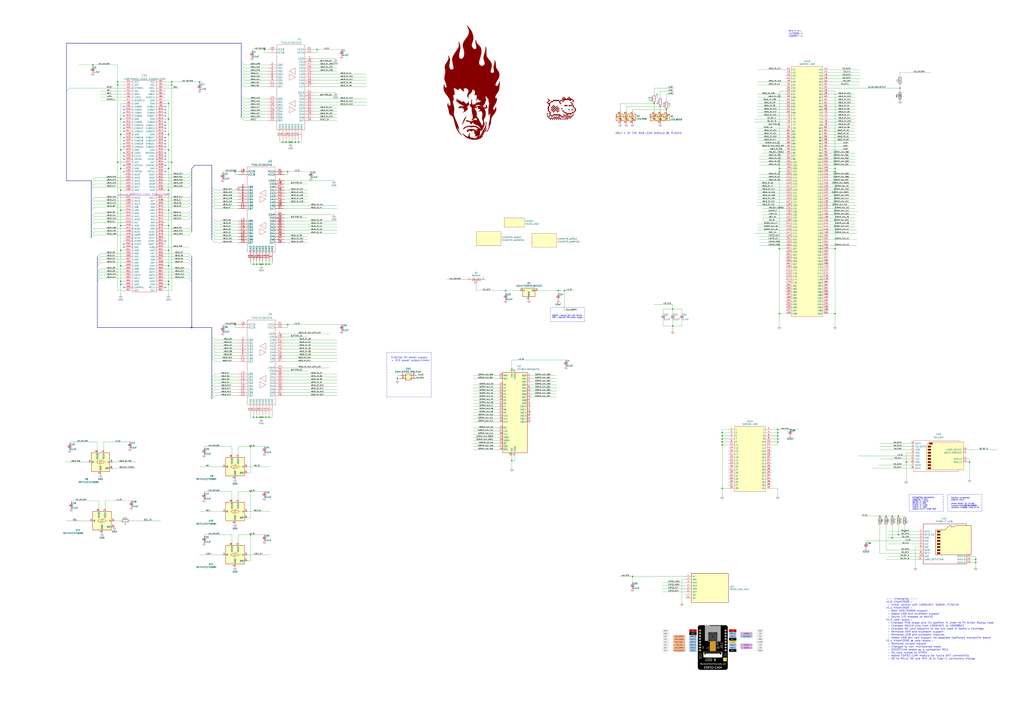
<source format=kicad_sch>
(kicad_sch (version 20211123) (generator eeschema)
  (paper "A1")
  (title_block (title "Wasca") (date "2020-12-12") (rev "1.4") (company "cafe-alpha & hitomi2500") (comment 2 "Distributed under GNU GENERAL PUBLIC LICENSE Version 2"))
  (lib_symbols
    (symbol "Connector:SD_Card" (pin_names (offset 1.016))
      (property "Reference" "J" (at -16.51 13.97 0))
      (property "Value" "SD_Card" (at 15.24 -13.97 0))
      (symbol "SD_Card_1_1"
        (pin input line (at -22.86 7.62 0) (length 2.54) (name "CD/DAT3") (number "1"))
        (pin input line (at 22.86 5.08 180) (length 2.54) (name "CARD_DETECT") (number "10"))
        (pin input line (at 22.86 2.54 180) (length 2.54) (name "WRITE_PROTECT") (number "11"))
        (pin input line (at 22.86 -2.54 180) (length 2.54) (name "SHELL1") (number "12"))
        (pin input line (at 22.86 -5.08 180) (length 2.54) (name "SHELL2") (number "13"))
        (pin input line (at -22.86 5.08 0) (length 2.54) (name "CMD") (number "2"))
        (pin power_in line (at -22.86 2.54 0) (length 2.54) (name "VSS") (number "3"))
        (pin power_in line (at -22.86 0 0) (length 2.54) (name "VDD") (number "4"))
        (pin input line (at -22.86 -2.54 0) (length 2.54) (name "CLK") (number "5"))
        (pin power_in line (at -22.86 -5.08 0) (length 2.54) (name "VSS") (number "6"))
        (pin input line (at -22.86 -7.62 0) (length 2.54) (name "DAT0") (number "7"))
        (pin input line (at -22.86 -10.16 0) (length 2.54) (name "DAT1") (number "8"))
        (pin input line (at -22.86 10.16 0) (length 2.54) (name "DAT2") (number "9"))
      )
    )
    (symbol "Connector:SODIMM-200"
      (property "Reference" "J" (at 0 1.27 0))
      (property "Value" "SODIMM-200" (at 0 -1.27 0))
      (symbol "SODIMM-200_1_1"
        (pin passive line (at -17.78 22.86 0) (length 5.08) (name "1") (number "1"))
        (pin passive line (at 17.78 12.7 180) (length 5.08) (name "10") (number "10"))
        (pin passive line (at -17.78 10.16 0) (length 5.08) (name "11") (number "11"))
        (pin passive line (at 17.78 10.16 180) (length 5.08) (name "12") (number "12"))
        (pin passive line (at -17.78 7.62 0) (length 5.08) (name "13") (number "13"))
        (pin passive line (at 17.78 7.62 180) (length 5.08) (name "14") (number "14"))
        (pin passive line (at -17.78 5.08 0) (length 5.08) (name "15") (number "15"))
        (pin passive line (at 17.78 5.08 180) (length 5.08) (name "16") (number "16"))
        (pin passive line (at -17.78 2.54 0) (length 5.08) (name "17") (number "17"))
        (pin passive line (at 17.78 2.54 180) (length 5.08) (name "18") (number "18"))
        (pin passive line (at -17.78 0 0) (length 5.08) (name "19") (number "19"))
        (pin passive line (at 17.78 22.86 180) (length 5.08) (name "2") (number "2"))
        (pin passive line (at 17.78 0 180) (length 5.08) (name "20") (number "20"))
        (pin passive line (at -17.78 -2.54 0) (length 5.08) (name "21") (number "21"))
        (pin passive line (at 17.78 -2.54 180) (length 5.08) (name "22") (number "22"))
        (pin passive line (at -17.78 -5.08 0) (length 5.08) (name "23") (number "23"))
        (pin passive line (at 17.78 -5.08 180) (length 5.08) (name "24") (number "24"))
        (pin passive line (at -17.78 -7.62 0) (length 5.08) (name "25") (number "25"))
        (pin passive line (at 17.78 -7.62 180) (length 5.08) (name "26") (number "26"))
        (pin passive line (at -17.78 -10.16 0) (length 5.08) (name "27") (number "27"))
        (pin passive line (at 17.78 -10.16 180) (length 5.08) (name "28") (number "28"))
        (pin passive line (at -17.78 -12.7 0) (length 5.08) (name "29") (number "29"))
        (pin passive line (at -17.78 20.32 0) (length 5.08) (name "3") (number "3"))
        (pin passive line (at 17.78 -12.7 180) (length 5.08) (name "30") (number "30"))
        (pin passive line (at -17.78 -15.24 0) (length 5.08) (name "31") (number "31"))
        (pin passive line (at 17.78 -15.24 180) (length 5.08) (name "32") (number "32"))
        (pin passive line (at -17.78 -17.78 0) (length 5.08) (name "33") (number "33"))
        (pin passive line (at 17.78 -17.78 180) (length 5.08) (name "34") (number "34"))
        (pin passive line (at -17.78 -20.32 0) (length 5.08) (name "35") (number "35"))
        (pin passive line (at 17.78 -20.32 180) (length 5.08) (name "36") (number "36"))
        (pin passive line (at -17.78 -22.86 0) (length 5.08) (name "37") (number "37"))
        (pin passive line (at 17.78 -22.86 180) (length 5.08) (name "38") (number "38"))
        (pin passive line (at -17.78 -25.4 0) (length 5.08) (name "39") (number "39"))
        (pin passive line (at 17.78 20.32 180) (length 5.08) (name "4") (number "4"))
        (pin passive line (at 17.78 -25.4 180) (length 5.08) (name "40") (number "40"))
        (pin passive line (at -17.78 17.78 0) (length 5.08) (name "5") (number "5"))
        (pin passive line (at 17.78 17.78 180) (length 5.08) (name "6") (number "6"))
        (pin passive line (at -17.78 15.24 0) (length 5.08) (name "7") (number "7"))
        (pin passive line (at 17.78 15.24 180) (length 5.08) (name "8") (number "8"))
        (pin passive line (at -17.78 12.7 0) (length 5.08) (name "9") (number "9"))
      )
      (symbol "SODIMM-200_2_1"
        (pin passive line (at 17.78 25.4 180) (length 5.08) (name "100") (number "100"))
        (pin passive line (at -17.78 22.86 0) (length 5.08) (name "101") (number "101"))
        (pin passive line (at 17.78 22.86 180) (length 5.08) (name "102") (number "102"))
        (pin passive line (at -17.78 20.32 0) (length 5.08) (name "103") (number "103"))
        (pin passive line (at 17.78 20.32 180) (length 5.08) (name "104") (number "104"))
        (pin passive line (at -17.78 17.78 0) (length 5.08) (name "105") (number "105"))
        (pin passive line (at 17.78 17.78 180) (length 5.08) (name "106") (number "106"))
        (pin passive line (at -17.78 15.24 0) (length 5.08) (name "107") (number "107"))
        (pin passive line (at 17.78 15.24 180) (length 5.08) (name "108") (number "108"))
        (pin passive line (at -17.78 12.7 0) (length 5.08) (name "109") (number "109"))
        (pin passive line (at 17.78 12.7 180) (length 5.08) (name "110") (number "110"))
        (pin passive line (at -17.78 10.16 0) (length 5.08) (name "111") (number "111"))
        (pin passive line (at 17.78 10.16 180) (length 5.08) (name "112") (number "112"))
        (pin passive line (at -17.78 7.62 0) (length 5.08) (name "113") (number "113"))
        (pin passive line (at 17.78 7.62 180) (length 5.08) (name "114") (number "114"))
        (pin passive line (at -17.78 5.08 0) (length 5.08) (name "115") (number "115"))
        (pin passive line (at 17.78 5.08 180) (length 5.08) (name "116") (number "116"))
        (pin passive line (at -17.78 2.54 0) (length 5.08) (name "117") (number "117"))
        (pin passive line (at 17.78 2.54 180) (length 5.08) (name "118") (number "118"))
        (pin passive line (at -17.78 0 0) (length 5.08) (name "119") (number "119"))
        (pin passive line (at 17.78 0 180) (length 5.08) (name "120") (number "120"))
        (pin passive line (at -17.78 -2.54 0) (length 5.08) (name "121") (number "121"))
        (pin passive line (at 17.78 -2.54 180) (length 5.08) (name "122") (number "122"))
        (pin passive line (at -17.78 -5.08 0) (length 5.08) (name "123") (number "123"))
        (pin passive line (at 17.78 -5.08 180) (length 5.08) (name "124") (number "124"))
        (pin passive line (at -17.78 -7.62 0) (length 5.08) (name "125") (number "125"))
        (pin passive line (at 17.78 -7.62 180) (length 5.08) (name "126") (number "126"))
        (pin passive line (at -17.78 -10.16 0) (length 5.08) (name "127") (number "127"))
        (pin passive line (at 17.78 -10.16 180) (length 5.08) (name "128") (number "128"))
        (pin passive line (at -17.78 -12.7 0) (length 5.08) (name "129") (number "129"))
        (pin passive line (at 17.78 -12.7 180) (length 5.08) (name "130") (number "130"))
        (pin passive line (at -17.78 -15.24 0) (length 5.08) (name "131") (number "131"))
        (pin passive line (at 17.78 -15.24 180) (length 5.08) (name "132") (number "132"))
        (pin passive line (at -17.78 -17.78 0) (length 5.08) (name "133") (number "133"))
        (pin passive line (at 17.78 -17.78 180) (length 5.08) (name "134") (number "134"))
        (pin passive line (at -17.78 -20.32 0) (length 5.08) (name "135") (number "135"))
        (pin passive line (at 17.78 -20.32 180) (length 5.08) (name "136") (number "136"))
        (pin passive line (at -17.78 -22.86 0) (length 5.08) (name "137") (number "137"))
        (pin passive line (at 17.78 -22.86 180) (length 5.08) (name "138") (number "138"))
        (pin passive line (at -17.78 -25.4 0) (length 5.08) (name "139") (number "139"))
        (pin passive line (at 17.78 -25.4 180) (length 5.08) (name "140") (number "140"))
        (pin passive line (at -17.78 -27.94 0) (length 5.08) (name "141") (number "141"))
        (pin passive line (at 17.78 -27.94 180) (length 5.08) (name "142") (number "142"))
        (pin passive line (at -17.78 -30.48 0) (length 5.08) (name "143") (number "143"))
        (pin passive line (at 17.78 -30.48 180) (length 5.08) (name "144") (number "144"))
        (pin passive line (at -17.78 -33.02 0) (length 5.08) (name "145") (number "145"))
        (pin passive line (at 17.78 -33.02 180) (length 5.08) (name "146") (number "146"))
        (pin passive line (at -17.78 -35.56 0) (length 5.08) (name "147") (number "147"))
        (pin passive line (at 17.78 -35.56 180) (length 5.08) (name "148") (number "148"))
        (pin passive line (at -17.78 -38.1 0) (length 5.08) (name "149") (number "149"))
        (pin passive line (at 17.78 -38.1 180) (length 5.08) (name "150") (number "150"))
        (pin passive line (at -17.78 -40.64 0) (length 5.08) (name "151") (number "151"))
        (pin passive line (at 17.78 -40.64 180) (length 5.08) (name "152") (number "152"))
        (pin passive line (at -17.78 -43.18 0) (length 5.08) (name "153") (number "153"))
        (pin passive line (at 17.78 -43.18 180) (length 5.08) (name "154") (number "154"))
        (pin passive line (at -17.78 -45.72 0) (length 5.08) (name "155") (number "155"))
        (pin passive line (at 17.78 -45.72 180) (length 5.08) (name "156") (number "156"))
        (pin passive line (at -17.78 -48.26 0) (length 5.08) (name "157") (number "157"))
        (pin passive line (at 17.78 -48.26 180) (length 5.08) (name "158") (number "158"))
        (pin passive line (at -17.78 -50.8 0) (length 5.08) (name "159") (number "159"))
        (pin passive line (at 17.78 -50.8 180) (length 5.08) (name "160") (number "160"))
        (pin passive line (at -17.78 -53.34 0) (length 5.08) (name "161") (number "161"))
        (pin passive line (at 17.78 -53.34 180) (length 5.08) (name "162") (number "162"))
        (pin passive line (at -17.78 -55.88 0) (length 5.08) (name "163") (number "163"))
        (pin passive line (at 17.78 -55.88 180) (length 5.08) (name "164") (number "164"))
        (pin passive line (at -17.78 -58.42 0) (length 5.08) (name "165") (number "165"))
        (pin passive line (at 17.78 -58.42 180) (length 5.08) (name "166") (number "166"))
        (pin passive line (at -17.78 -60.96 0) (length 5.08) (name "167") (number "167"))
        (pin passive line (at 17.78 -60.96 180) (length 5.08) (name "168") (number "168"))
        (pin passive line (at -17.78 -63.5 0) (length 5.08) (name "169") (number "169"))
        (pin passive line (at 17.78 -63.5 180) (length 5.08) (name "170") (number "170"))
        (pin passive line (at -17.78 -66.04 0) (length 5.08) (name "171") (number "171"))
        (pin passive line (at 17.78 -66.04 180) (length 5.08) (name "172") (number "172"))
        (pin passive line (at -17.78 -68.58 0) (length 5.08) (name "173") (number "173"))
        (pin passive line (at 17.78 -68.58 180) (length 5.08) (name "174") (number "174"))
        (pin passive line (at -17.78 -71.12 0) (length 5.08) (name "175") (number "175"))
        (pin passive line (at 17.78 -71.12 180) (length 5.08) (name "176") (number "176"))
        (pin passive line (at -17.78 -73.66 0) (length 5.08) (name "177") (number "177"))
        (pin passive line (at 17.78 -73.66 180) (length 5.08) (name "178") (number "178"))
        (pin passive line (at -17.78 -76.2 0) (length 5.08) (name "179") (number "179"))
        (pin passive line (at 17.78 -76.2 180) (length 5.08) (name "180") (number "180"))
        (pin passive line (at -17.78 -78.74 0) (length 5.08) (name "181") (number "181"))
        (pin passive line (at 17.78 -78.74 180) (length 5.08) (name "182") (number "182"))
        (pin passive line (at -17.78 -81.28 0) (length 5.08) (name "183") (number "183"))
        (pin passive line (at 17.78 -81.28 180) (length 5.08) (name "184") (number "184"))
        (pin passive line (at -17.78 -83.82 0) (length 5.08) (name "185") (number "185"))
        (pin passive line (at 17.78 -83.82 180) (length 5.08) (name "186") (number "186"))
        (pin passive line (at -17.78 -86.36 0) (length 5.08) (name "187") (number "187"))
        (pin passive line (at 17.78 -86.36 180) (length 5.08) (name "188") (number "188"))
        (pin passive line (at -17.78 -88.9 0) (length 5.08) (name "189") (number "189"))
        (pin passive line (at 17.78 -88.9 180) (length 5.08) (name "190") (number "190"))
        (pin passive line (at -17.78 -91.44 0) (length 5.08) (name "191") (number "191"))
        (pin passive line (at 17.78 -91.44 180) (length 5.08) (name "192") (number "192"))
        (pin passive line (at -17.78 -93.98 0) (length 5.08) (name "193") (number "193"))
        (pin passive line (at 17.78 -93.98 180) (length 5.08) (name "194") (number "194"))
        (pin passive line (at -17.78 -96.52 0) (length 5.08) (name "195") (number "195"))
        (pin passive line (at 17.78 -96.52 180) (length 5.08) (name "196") (number "196"))
        (pin passive line (at -17.78 -99.06 0) (length 5.08) (name "197") (number "197"))
        (pin passive line (at 17.78 -99.06 180) (length 5.08) (name "198") (number "198"))
        (pin passive line (at -17.78 -101.6 0) (length 5.08) (name "199") (number "199"))
        (pin passive line (at 17.78 -101.6 180) (length 5.08) (name "200") (number "200"))
        (pin passive line (at -17.78 99.06 0) (length 5.08) (name "41") (number "41"))
        (pin passive line (at 17.78 99.06 180) (length 5.08) (name "42") (number "42"))
        (pin passive line (at -17.78 96.52 0) (length 5.08) (name "43") (number "43"))
        (pin passive line (at 17.78 96.52 180) (length 5.08) (name "44") (number "44"))
        (pin passive line (at -17.78 93.98 0) (length 5.08) (name "45") (number "45"))
        (pin passive line (at 17.78 93.98 180) (length 5.08) (name "46") (number "46"))
        (pin passive line (at -17.78 91.44 0) (length 5.08) (name "47") (number "47"))
        (pin passive line (at 17.78 91.44 180) (length 5.08) (name "48") (number "48"))
        (pin passive line (at -17.78 88.9 0) (length 5.08) (name "49") (number "49"))
        (pin passive line (at 17.78 88.9 180) (length 5.08) (name "50") (number "50"))
        (pin passive line (at -17.78 86.36 0) (length 5.08) (name "51") (number "51"))
        (pin passive line (at 17.78 86.36 180) (length 5.08) (name "52") (number "52"))
        (pin passive line (at -17.78 83.82 0) (length 5.08) (name "53") (number "53"))
        (pin passive line (at 17.78 83.82 180) (length 5.08) (name "54") (number "54"))
        (pin passive line (at -17.78 81.28 0) (length 5.08) (name "55") (number "55"))
        (pin passive line (at 17.78 81.28 180) (length 5.08) (name "56") (number "56"))
        (pin passive line (at -17.78 78.74 0) (length 5.08) (name "57") (number "57"))
        (pin passive line (at 17.78 78.74 180) (length 5.08) (name "58") (number "58"))
        (pin passive line (at -17.78 76.2 0) (length 5.08) (name "59") (number "59"))
        (pin passive line (at 17.78 76.2 180) (length 5.08) (name "60") (number "60"))
        (pin passive line (at -17.78 73.66 0) (length 5.08) (name "61") (number "61"))
        (pin passive line (at 17.78 73.66 180) (length 5.08) (name "62") (number "62"))
        (pin passive line (at -17.78 71.12 0) (length 5.08) (name "63") (number "63"))
        (pin passive line (at 17.78 71.12 180) (length 5.08) (name "64") (number "64"))
        (pin passive line (at -17.78 68.58 0) (length 5.08) (name "65") (number "65"))
        (pin passive line (at 17.78 68.58 180) (length 5.08) (name "66") (number "66"))
        (pin passive line (at -17.78 66.04 0) (length 5.08) (name "67") (number "67"))
        (pin passive line (at 17.78 66.04 180) (length 5.08) (name "68") (number "68"))
        (pin passive line (at -17.78 63.5 0) (length 5.08) (name "69") (number "69"))
        (pin passive line (at 17.78 63.5 180) (length 5.08) (name "70") (number "70"))
        (pin passive line (at -17.78 60.96 0) (length 5.08) (name "71") (number "71"))
        (pin passive line (at 17.78 60.96 180) (length 5.08) (name "72") (number "72"))
        (pin passive line (at -17.78 58.42 0) (length 5.08) (name "73") (number "73"))
        (pin passive line (at 17.78 58.42 180) (length 5.08) (name "74") (number "74"))
        (pin passive line (at -17.78 55.88 0) (length 5.08) (name "75") (number "75"))
        (pin passive line (at 17.78 55.88 180) (length 5.08) (name "76") (number "76"))
        (pin passive line (at -17.78 53.34 0) (length 5.08) (name "77") (number "77"))
        (pin passive line (at 17.78 53.34 180) (length 5.08) (name "78") (number "78"))
        (pin passive line (at -17.78 50.8 0) (length 5.08) (name "79") (number "79"))
        (pin passive line (at 17.78 50.8 180) (length 5.08) (name "80") (number "80"))
        (pin passive line (at -17.78 48.26 0) (length 5.08) (name "81") (number "81"))
        (pin passive line (at 17.78 48.26 180) (length 5.08) (name "82") (number "82"))
        (pin passive line (at -17.78 45.72 0) (length 5.08) (name "83") (number "83"))
        (pin passive line (at 17.78 45.72 180) (length 5.08) (name "84") (number "84"))
        (pin passive line (at -17.78 43.18 0) (length 5.08) (name "85") (number "85"))
        (pin passive line (at 17.78 43.18 180) (length 5.08) (name "86") (number "86"))
        (pin passive line (at -17.78 40.64 0) (length 5.08) (name "87") (number "87"))
        (pin passive line (at 17.78 40.64 180) (length 5.08) (name "88") (number "88"))
        (pin passive line (at -17.78 38.1 0) (length 5.08) (name "89") (number "89"))
        (pin passive line (at 17.78 38.1 180) (length 5.08) (name "90") (number "90"))
        (pin passive line (at -17.78 35.56 0) (length 5.08) (name "91") (number "91"))
        (pin passive line (at 17.78 35.56 180) (length 5.08) (name "92") (number "92"))
        (pin passive line (at -17.78 33.02 0) (length 5.08) (name "93") (number "93"))
        (pin passive line (at 17.78 33.02 180) (length 5.08) (name "94") (number "94"))
        (pin passive line (at -17.78 30.48 0) (length 5.08) (name "95") (number "95"))
        (pin passive line (at 17.78 30.48 180) (length 5.08) (name "96") (number "96"))
        (pin passive line (at -17.78 27.94 0) (length 5.08) (name "97") (number "97"))
        (pin passive line (at 17.78 27.94 180) (length 5.08) (name "98") (number "98"))
        (pin passive line (at -17.78 25.4 0) (length 5.08) (name "99") (number "99"))
      )
    )
    (symbol "Connector_Generic:Conn_02x02_Odd_Even" (pin_names (offset 1.016) hide)
      (property "Reference" "J" (at 1.27 2.54 0))
      (property "Value" "Conn_02x02_Odd_Even" (at 1.27 -5.08 0))
      (symbol "Conn_02x02_Odd_Even_1_1"
        (pin passive line (at -5.08 0 0) (length 3.81) (name "Pin_1") (number "1"))
        (pin passive line (at 7.62 0 180) (length 3.81) (name "Pin_2") (number "2"))
        (pin passive line (at -5.08 -2.54 0) (length 3.81) (name "Pin_3") (number "3"))
        (pin passive line (at 7.62 -2.54 180) (length 3.81) (name "Pin_4") (number "4"))
      )
    )
    (symbol "Device:C_Small" (pin_numbers hide) (pin_names (offset 0.254) hide)
      (property "Reference" "C" (at 0.254 1.778 0))
      (property "Value" "C_Small" (at 0.254 -2.032 0))
      (symbol "C_Small_1_1"
        (pin passive line (at 0 2.54 270) (length 2.032) (name "~") (number "1"))
        (pin passive line (at 0 -2.54 90) (length 2.032) (name "~") (number "2"))
      )
    )
    (symbol "Device:LED_BKGR" (pin_names (offset 0) hide)
      (property "Reference" "D" (at 0 9.398 0))
      (property "Value" "LED_BKGR" (at 0 -8.89 0))
      (symbol "LED_BKGR_0_0"
        (text "B" (at 1.905 -6.35 0) (effects (font (size 1.27 1.27))))
        (text "G" (at 1.905 -1.27 0) (effects (font (size 1.27 1.27))))
        (text "R" (at 1.905 3.81 0) (effects (font (size 1.27 1.27))))
      )
      (symbol "LED_BKGR_1_1"
        (pin passive line (at 5.08 -5.08 180) (length 2.54) (name "BA") (number "1"))
        (pin passive line (at -5.08 0 0) (length 2.54) (name "K") (number "2"))
        (pin passive line (at 5.08 0 180) (length 2.54) (name "GA") (number "3"))
        (pin passive line (at 5.08 5.08 180) (length 2.54) (name "RA") (number "4"))
      )
    )
    (symbol "Device:LED_RGB" (pin_names (offset 0) hide)
      (property "Reference" "D" (at 0 9.398 0))
      (property "Value" "LED_RGB" (at 0 -8.89 0))
      (symbol "LED_RGB_0_0"
        (text "B" (at -1.905 -6.35 0) (effects (font (size 1.27 1.27))))
        (text "G" (at -1.905 -1.27 0) (effects (font (size 1.27 1.27))))
        (text "R" (at -1.905 3.81 0) (effects (font (size 1.27 1.27))))
      )
      (symbol "LED_RGB_1_1"
        (pin passive line (at -5.08 5.08 0) (length 2.54) (name "RK") (number "1"))
        (pin passive line (at -5.08 0 0) (length 2.54) (name "GK") (number "2"))
        (pin passive line (at -5.08 -5.08 0) (length 2.54) (name "BK") (number "3"))
        (pin passive line (at 5.08 -5.08 180) (length 2.54) (name "BA") (number "4"))
        (pin passive line (at 5.08 0 180) (length 2.54) (name "GA") (number "5"))
        (pin passive line (at 5.08 5.08 180) (length 2.54) (name "RA") (number "6"))
      )
    )
    (symbol "Device:R" (pin_numbers hide) (pin_names (offset 0))
      (property "Reference" "R" (at 2.032 0 90))
      (property "Value" "R" (at 0 0 90))
      (symbol "R_1_1"
        (pin passive line (at 0 3.81 270) (length 1.27) (name "~") (number "1"))
        (pin passive line (at 0 -3.81 90) (length 1.27) (name "~") (number "2"))
      )
    )
    (symbol "Diode:BAT54C" (pin_names (offset 1.016))
      (property "Reference" "D" (at 0.635 -3.81 0))
      (property "Value" "BAT54C" (at -6.35 3.175 0))
      (symbol "BAT54C_1_1"
        (pin passive line (at -7.62 0 0) (length 3.81) (name "~") (number "1"))
        (pin passive line (at 7.62 0 180) (length 3.81) (name "~") (number "2"))
        (pin passive line (at 0 -5.08 90) (length 5.08) (name "~") (number "3"))
      )
    )
    (symbol "Logic_LevelTranslator:SN74LVC1T45DBV"
      (property "Reference" "U" (at -6.35 8.89 0))
      (property "Value" "SN74LVC1T45DBV" (at 3.81 8.89 0))
      (symbol "SN74LVC1T45DBV_1_1"
        (pin power_in line (at -2.54 10.16 270) (length 2.54) (name "VCCA") (number "1"))
        (pin power_in line (at 0 -10.16 90) (length 2.54) (name "GND") (number "2"))
        (pin bidirectional line (at -10.16 0 0) (length 2.54) (name "A") (number "3"))
        (pin bidirectional line (at 10.16 0 180) (length 2.54) (name "B") (number "4"))
        (pin input line (at -10.16 -5.08 0) (length 2.54) (name "DIR") (number "5"))
        (pin power_in line (at 2.54 10.16 270) (length 2.54) (name "VCCB") (number "6"))
      )
    )
    (symbol "Memory_RAM:MT48LC16M16A2TG"
      (property "Reference" "U" (at -8.89 34.29 0))
      (property "Value" "MT48LC16M16A2TG" (at 8.89 34.29 0))
      (symbol "MT48LC16M16A2TG_1_1"
        (pin power_in line (at -2.54 35.56 270) (length 2.54) (name "VDD") (number "1"))
        (pin bidirectional line (at 12.7 17.78 180) (length 2.54) (name "DQ5") (number "10"))
        (pin bidirectional line (at 12.7 15.24 180) (length 2.54) (name "DQ6") (number "11"))
        (pin passive line (at 0 -35.56 90) (length 2.54) hide (name "VSSQ") (number "12"))
        (pin bidirectional line (at 12.7 12.7 180) (length 2.54) (name "DQ7") (number "13"))
        (pin passive line (at -2.54 35.56 270) (length 2.54) hide (name "VDD") (number "14"))
        (pin input line (at -12.7 -20.32 0) (length 2.54) (name "DQML") (number "15"))
        (pin input line (at -12.7 -25.4 0) (length 2.54) (name "~{WE}") (number "16"))
        (pin input line (at -12.7 -27.94 0) (length 2.54) (name "~{CAS}") (number "17"))
        (pin input line (at -12.7 -30.48 0) (length 2.54) (name "~{RAS}") (number "18"))
        (pin input line (at -12.7 -12.7 0) (length 2.54) (name "~{CS}") (number "19"))
        (pin bidirectional line (at 12.7 30.48 180) (length 2.54) (name "DQ0") (number "2"))
        (pin input line (at -12.7 30.48 0) (length 2.54) (name "BA0") (number "20"))
        (pin input line (at -12.7 27.94 0) (length 2.54) (name "BA1") (number "21"))
        (pin input line (at -12.7 -2.54 0) (length 2.54) (name "A10") (number "22"))
        (pin input line (at -12.7 22.86 0) (length 2.54) (name "A0") (number "23"))
        (pin input line (at -12.7 20.32 0) (length 2.54) (name "A1") (number "24"))
        (pin input line (at -12.7 17.78 0) (length 2.54) (name "A2") (number "25"))
        (pin input line (at -12.7 15.24 0) (length 2.54) (name "A3") (number "26"))
        (pin passive line (at -2.54 35.56 270) (length 2.54) hide (name "VDD") (number "27"))
        (pin power_in line (at -2.54 -35.56 90) (length 2.54) (name "VSS") (number "28"))
        (pin input line (at -12.7 12.7 0) (length 2.54) (name "A4") (number "29"))
        (pin power_in line (at 0 35.56 270) (length 2.54) (name "VDDQ") (number "3"))
        (pin input line (at -12.7 10.16 0) (length 2.54) (name "A5") (number "30"))
        (pin input line (at -12.7 7.62 0) (length 2.54) (name "A6") (number "31"))
        (pin input line (at -12.7 5.08 0) (length 2.54) (name "A7") (number "32"))
        (pin input line (at -12.7 2.54 0) (length 2.54) (name "A8") (number "33"))
        (pin input line (at -12.7 0 0) (length 2.54) (name "A9") (number "34"))
        (pin input line (at -12.7 -5.08 0) (length 2.54) (name "A11") (number "35"))
        (pin input line (at -12.7 -7.62 0) (length 2.54) (name "A12") (number "36"))
        (pin input line (at -12.7 -15.24 0) (length 2.54) (name "CKE") (number "37"))
        (pin input line (at -12.7 -17.78 0) (length 2.54) (name "CLK") (number "38"))
        (pin input line (at -12.7 -22.86 0) (length 2.54) (name "DQMH") (number "39"))
        (pin bidirectional line (at 12.7 27.94 180) (length 2.54) (name "DQ1") (number "4"))
        (pin no_connect line (at 10.16 -20.32 180) (length 2.54) hide (name "NC") (number "40"))
        (pin passive line (at -2.54 -35.56 90) (length 2.54) hide (name "VSS") (number "41"))
        (pin bidirectional line (at 12.7 10.16 180) (length 2.54) (name "DQ8") (number "42"))
        (pin passive line (at 0 35.56 270) (length 2.54) hide (name "VDDQ") (number "43"))
        (pin bidirectional line (at 12.7 7.62 180) (length 2.54) (name "DQ9") (number "44"))
        (pin bidirectional line (at 12.7 5.08 180) (length 2.54) (name "DQ10") (number "45"))
        (pin passive line (at 0 -35.56 90) (length 2.54) hide (name "VSSQ") (number "46"))
        (pin bidirectional line (at 12.7 2.54 180) (length 2.54) (name "DQ11") (number "47"))
        (pin bidirectional line (at 12.7 0 180) (length 2.54) (name "DQ12") (number "48"))
        (pin passive line (at 0 35.56 270) (length 2.54) hide (name "VDDQ") (number "49"))
        (pin bidirectional line (at 12.7 25.4 180) (length 2.54) (name "DQ2") (number "5"))
        (pin bidirectional line (at 12.7 -2.54 180) (length 2.54) (name "DQ13") (number "50"))
        (pin bidirectional line (at 12.7 -5.08 180) (length 2.54) (name "DQ14") (number "51"))
        (pin passive line (at 0 -35.56 90) (length 2.54) hide (name "VSSQ") (number "52"))
        (pin bidirectional line (at 12.7 -7.62 180) (length 2.54) (name "DQ15") (number "53"))
        (pin passive line (at -2.54 -35.56 90) (length 2.54) hide (name "VSS") (number "54"))
        (pin power_in line (at 0 -35.56 90) (length 2.54) (name "VSSQ") (number "6"))
        (pin bidirectional line (at 12.7 22.86 180) (length 2.54) (name "DQ3") (number "7"))
        (pin bidirectional line (at 12.7 20.32 180) (length 2.54) (name "DQ4") (number "8"))
        (pin passive line (at 0 35.56 270) (length 2.54) hide (name "VDDQ") (number "9"))
      )
    )
    (symbol "Regulator_Linear:LD1117S33TR_SOT223" (pin_names (offset 0.254))
      (property "Reference" "U" (at -3.81 3.175 0))
      (property "Value" "LD1117S33TR_SOT223" (at 0 3.175 0))
      (symbol "LD1117S33TR_SOT223_1_1"
        (pin power_in line (at 0 -7.62 90) (length 2.54) (name "GND") (number "1"))
        (pin power_out line (at 7.62 0 180) (length 2.54) (name "VO") (number "2"))
        (pin power_in line (at -7.62 0 0) (length 2.54) (name "VI") (number "3"))
      )
    )
    (symbol "esp32-devkitc:ESP32_CAM_HALF" (pin_names (offset 1.016))
      (property "Reference" "D" (at -1.27 -13.97 0))
      (property "Value" "ESP32_CAM_HALF" (at -1.27 -16.51 0))
      (symbol "ESP32_CAM_HALF_1_0"
        (pin power_in line (at -20.32 8.89 0) (length 5.08) (name "5V") (number "1"))
        (pin power_in line (at -20.32 6.35 0) (length 5.08) (name "GND") (number "2"))
        (pin bidirectional line (at -20.32 3.81 0) (length 5.08) (name "IO12") (number "3"))
        (pin bidirectional line (at -20.32 1.27 0) (length 5.08) (name "IO13") (number "4"))
        (pin bidirectional line (at -20.32 -1.27 0) (length 5.08) (name "IO15") (number "5"))
        (pin bidirectional line (at -20.32 -3.81 0) (length 5.08) (name "IO14") (number "6"))
        (pin bidirectional line (at -20.32 -6.35 0) (length 5.08) (name "IO2") (number "7"))
        (pin bidirectional line (at -20.32 -8.89 0) (length 5.08) (name "IO4") (number "8"))
      )
    )
    (symbol "power:GND" (power) (pin_names (offset 0))
      (property "Value" "GND" (at 0 -3.81 0))
      (symbol "GND_1_1"
        (pin power_in line (at 0 0 270) (length 0) hide (name "GND") (number "1"))
      )
    )
    (symbol "segata:LOGO" (pin_names (offset 1.016)))
    (symbol "vache:LOGO" (pin_names (offset 1.016)))
    (symbol "wasca:74ALVC164245" (pin_names (offset 0.254))
      (property "Reference" "U" (at 1.27 20.32 0))
      (property "Value" "74ALVC164245" (at 15.24 -52.07 0))
      (symbol "74ALVC164245_0_0"
        (pin input line (at -17.78 7.62 0) (length 7.62) (name "1DIR") (number "1"))
        (pin power_in line (at 20.32 15.24 180) (length 7.62) (name "VCCB") (number "18"))
        (pin input line (at -17.78 -20.32 0) (length 7.62) (name "2DIR") (number "24"))
        (pin input inverted (at -17.78 -22.86 0) (length 7.62) (name "2OE") (number "25"))
        (pin power_in line (at -17.78 15.24 0) (length 7.62) (name "VCCA") (number "31"))
        (pin power_in line (at -17.78 12.7 0) (length 7.62) (name "VCCA") (number "42"))
        (pin input inverted (at -17.78 5.08 0) (length 7.62) (name "1OE") (number "48"))
        (pin power_in line (at 20.32 12.7 180) (length 7.62) (name "VCCB") (number "7"))
      )
      (symbol "74ALVC164245_1_1"
        (pin power_in line (at -5.08 -58.42 90) (length 7.62) (name "GND") (number "10"))
        (pin tri_state line (at 20.32 -12.7 180) (length 7.62) (name "1B6") (number "11"))
        (pin tri_state line (at 20.32 -15.24 180) (length 7.62) (name "1B7") (number "12"))
        (pin tri_state line (at 20.32 -25.4 180) (length 7.62) (name "2B0") (number "13"))
        (pin tri_state line (at 20.32 -27.94 180) (length 7.62) (name "2B1") (number "14"))
        (pin power_in line (at -2.54 -58.42 90) (length 7.62) (name "GND") (number "15"))
        (pin tri_state line (at 20.32 -30.48 180) (length 7.62) (name "2B2") (number "16"))
        (pin tri_state line (at 20.32 -33.02 180) (length 7.62) (name "2B3") (number "17"))
        (pin tri_state line (at 20.32 -35.56 180) (length 7.62) (name "2B4") (number "19"))
        (pin tri_state line (at 20.32 2.54 180) (length 7.62) (name "1B0") (number "2"))
        (pin tri_state line (at 20.32 -38.1 180) (length 7.62) (name "2B5") (number "20"))
        (pin power_in line (at 0 -58.42 90) (length 7.62) (name "GND") (number "21"))
        (pin tri_state line (at 20.32 -40.64 180) (length 7.62) (name "2B6") (number "22"))
        (pin tri_state line (at 20.32 -43.18 180) (length 7.62) (name "2B7") (number "23"))
        (pin tri_state line (at -17.78 -43.18 0) (length 7.62) (name "2A7") (number "26"))
        (pin tri_state line (at -17.78 -40.64 0) (length 7.62) (name "2A6") (number "27"))
        (pin power_in line (at 2.54 -58.42 90) (length 7.62) (name "GND") (number "28"))
        (pin tri_state line (at -17.78 -38.1 0) (length 7.62) (name "2A5") (number "29"))
        (pin tri_state line (at 20.32 0 180) (length 7.62) (name "1B1") (number "3"))
        (pin tri_state line (at -17.78 -35.56 0) (length 7.62) (name "2A4") (number "30"))
        (pin tri_state line (at -17.78 -33.02 0) (length 7.62) (name "2A3") (number "32"))
        (pin tri_state line (at -17.78 -30.48 0) (length 7.62) (name "2A2") (number "33"))
        (pin power_in line (at 5.08 -58.42 90) (length 7.62) (name "GND") (number "34"))
        (pin tri_state line (at -17.78 -27.94 0) (length 7.62) (name "2A1") (number "35"))
        (pin tri_state line (at -17.78 -25.4 0) (length 7.62) (name "2A0") (number "36"))
        (pin tri_state line (at -17.78 -15.24 0) (length 7.62) (name "1A7") (number "37"))
        (pin tri_state line (at -17.78 -12.7 0) (length 7.62) (name "1A6") (number "38"))
        (pin power_in line (at 7.62 -58.42 90) (length 7.62) (name "GND") (number "39"))
        (pin power_in line (at -7.62 -58.42 90) (length 7.62) (name "GND") (number "4"))
        (pin tri_state line (at -17.78 -10.16 0) (length 7.62) (name "1A5") (number "40"))
        (pin tri_state line (at -17.78 -7.62 0) (length 7.62) (name "1A4") (number "41"))
        (pin tri_state line (at -17.78 -5.08 0) (length 7.62) (name "1A3") (number "43"))
        (pin tri_state line (at -17.78 -2.54 0) (length 7.62) (name "1A2") (number "44"))
        (pin power_in line (at 10.16 -58.42 90) (length 7.62) (name "GND") (number "45"))
        (pin tri_state line (at -17.78 0 0) (length 7.62) (name "1A1") (number "46"))
        (pin tri_state line (at -17.78 2.54 0) (length 7.62) (name "1A0") (number "47"))
        (pin tri_state line (at 20.32 -2.54 180) (length 7.62) (name "1B2") (number "5"))
        (pin tri_state line (at 20.32 -5.08 180) (length 7.62) (name "1B3") (number "6"))
        (pin tri_state line (at 20.32 -7.62 180) (length 7.62) (name "1B4") (number "8"))
        (pin tri_state line (at 20.32 -10.16 180) (length 7.62) (name "1B5") (number "9"))
      )
    )
    (symbol "wasca:CARTRIDGE_EDGE_CONNECTOR" (pin_names (offset 1.016))
      (property "Reference" "CN" (at -6.35 96.52 0))
      (property "Value" "CARTRIDGE_EDGE_CONNECTOR" (at 0 -82.55 0))
      (symbol "CARTRIDGE_EDGE_CONNECTOR_1_1"
        (pin power_in line (at -16.51 92.71 0) (length 7.62) (name "VCC") (number "A1"))
        (pin input line (at -16.51 69.85 0) (length 7.62) (name "EXBG2") (number "A10"))
        (pin input line (at -16.51 67.31 0) (length 7.62) (name "EXBG4") (number "A11"))
        (pin input line (at -16.51 64.77 0) (length 7.62) (name "EXBG6") (number "A12"))
        (pin power_in line (at -16.51 62.23 0) (length 7.62) (name "GND") (number "A13"))
        (pin input line (at -16.51 59.69 0) (length 7.62) (name "EXBG8") (number "A14"))
        (pin input line (at -16.51 57.15 0) (length 7.62) (name "EXBG10") (number "A15"))
        (pin input line (at -16.51 54.61 0) (length 7.62) (name "EXBG12") (number "A16"))
        (pin input line (at -16.51 52.07 0) (length 7.62) (name "EXBG14") (number "A17"))
        (pin power_in line (at -16.51 49.53 0) (length 7.62) (name "GND") (number "A18"))
        (pin input line (at -16.51 46.99 0) (length 7.62) (name "EXBG16") (number "A19"))
        (pin power_in line (at -16.51 90.17 0) (length 7.62) (name "VCC") (number "A2"))
        (pin input line (at -16.51 44.45 0) (length 7.62) (name "EXBG18") (number "A20"))
        (pin input line (at -16.51 41.91 0) (length 7.62) (name "EXBG20") (number "A21"))
        (pin input line (at -16.51 39.37 0) (length 7.62) (name "EXBG22") (number "A22"))
        (pin power_in line (at -16.51 36.83 0) (length 7.62) (name "GND") (number "A23"))
        (pin input inverted (at -16.51 34.29 0) (length 7.62) (name "EXON") (number "A24"))
        (pin input inverted (at -16.51 31.75 0) (length 7.62) (name "EXLAT") (number "A25"))
        (pin input inverted (at -16.51 29.21 0) (length 7.62) (name "HSYNC") (number "A26"))
        (pin power_in line (at -16.51 26.67 0) (length 7.62) (name "VCC") (number "A27"))
        (pin input line (at -16.51 24.13 0) (length 7.62) (name "DOTCLK") (number "A28"))
        (pin power_in line (at -16.51 21.59 0) (length 7.62) (name "GND") (number "A29"))
        (pin input inverted (at -16.51 87.63 0) (length 7.62) (name "SYSRES") (number "A3"))
        (pin input line (at -16.51 19.05 0) (length 7.62) (name "CRTG0") (number "A30"))
        (pin output line (at -16.51 16.51 0) (length 7.62) (name "AA25") (number "A31"))
        (pin output line (at -16.51 13.97 0) (length 7.62) (name "AA23") (number "A32"))
        (pin output line (at -16.51 11.43 0) (length 7.62) (name "AA21") (number "A33"))
        (pin output line (at -16.51 8.89 0) (length 7.62) (name "AA19") (number "A34"))
        (pin output line (at -16.51 6.35 0) (length 7.62) (name "AA17") (number "A35"))
        (pin power_in line (at -16.51 3.81 0) (length 7.62) (name "GND") (number "A36"))
        (pin output line (at -16.51 -2.54 0) (length 7.62) (name "AA15") (number "A37"))
        (pin output line (at -16.51 -5.08 0) (length 7.62) (name "AA12") (number "A38"))
        (pin output line (at -16.51 -7.62 0) (length 7.62) (name "AA13") (number "A39"))
        (pin input line (at -16.51 85.09 0) (length 7.62) (name "ISD") (number "A4"))
        (pin output line (at -16.51 -10.16 0) (length 7.62) (name "AA8") (number "A40"))
        (pin power_in line (at -16.51 -12.7 0) (length 7.62) (name "GND") (number "A41"))
        (pin output line (at -16.51 -15.24 0) (length 7.62) (name "AA9") (number "A42"))
        (pin output line (at -16.51 -17.78 0) (length 7.62) (name "AA11") (number "A43"))
        (pin output line (at -16.51 -20.32 0) (length 7.62) (name "AA10") (number "A44"))
        (pin output line (at -16.51 -22.86 0) (length 7.62) (name "AA1") (number "A45"))
        (pin power_in line (at -16.51 -25.4 0) (length 7.62) (name "GND") (number "A46"))
        (pin output inverted (at -16.51 -27.94 0) (length 7.62) (name "ACS0") (number "A47"))
        (pin output inverted (at -16.51 -30.48 0) (length 7.62) (name "ACS2") (number "A48"))
        (pin output inverted (at -16.51 -33.02 0) (length 7.62) (name "AWR0") (number "A49"))
        (pin input line (at -16.51 82.55 0) (length 7.62) (name "IBCK") (number "A5"))
        (pin output inverted (at -16.51 -35.56 0) (length 7.62) (name "AFC0") (number "A50"))
        (pin input inverted (at -16.51 -38.1 0) (length 7.62) (name "ATIM0") (number "A51"))
        (pin input inverted (at -16.51 -40.64 0) (length 7.62) (name "ATIM2") (number "A52"))
        (pin input inverted (at -16.51 -43.18 0) (length 7.62) (name "AAS") (number "A53"))
        (pin power_in line (at -16.51 -45.72 0) (length 7.62) (name "GND") (number "A54"))
        (pin bidirectional line (at -16.51 -48.26 0) (length 7.62) (name "AD0") (number "A55"))
        (pin bidirectional line (at -16.51 -50.8 0) (length 7.62) (name "AD1") (number "A56"))
        (pin bidirectional line (at -16.51 -53.34 0) (length 7.62) (name "AD2") (number "A57"))
        (pin bidirectional line (at -16.51 -55.88 0) (length 7.62) (name "AD3") (number "A58"))
        (pin power_in line (at -16.51 -58.42 0) (length 7.62) (name "GND") (number "A59"))
        (pin input line (at -16.51 80.01 0) (length 7.62) (name "ILRCK") (number "A6"))
        (pin bidirectional line (at -16.51 -60.96 0) (length 7.62) (name "AD8") (number "A60"))
        (pin bidirectional line (at -16.51 -63.5 0) (length 7.62) (name "AD9") (number "A61"))
        (pin bidirectional line (at -16.51 -66.04 0) (length 7.62) (name "AD10") (number "A62"))
        (pin bidirectional line (at -16.51 -68.58 0) (length 7.62) (name "AD11") (number "A63"))
        (pin power_in line (at -16.51 -71.12 0) (length 7.62) (name "GND") (number "A64"))
        (pin power_in line (at -16.51 -73.66 0) (length 7.62) (name "GND") (number "A65"))
        (pin input inverted (at -16.51 -76.2 0) (length 7.62) (name "COPRES") (number "A66"))
        (pin power_in line (at -16.51 -78.74 0) (length 7.62) (name "VCC") (number "A67"))
        (pin input line (at -16.51 77.47 0) (length 7.62) (name "SCSPCLK") (number "A7"))
        (pin power_in line (at -16.51 74.93 0) (length 7.62) (name "GND") (number "A8"))
        (pin input line (at -16.51 72.39 0) (length 7.62) (name "EXBG0") (number "A9"))
        (pin power_in line (at 17.78 92.71 180) (length 7.62) (name "VCC") (number "B1"))
        (pin input line (at 17.78 69.85 180) (length 7.62) (name "EXBG3") (number "B10"))
        (pin input line (at 17.78 67.31 180) (length 7.62) (name "EXBG5") (number "B11"))
        (pin input line (at 17.78 64.77 180) (length 7.62) (name "EXBG7") (number "B12"))
        (pin power_in line (at 17.78 62.23 180) (length 7.62) (name "GND") (number "B13"))
        (pin input line (at 17.78 59.69 180) (length 7.62) (name "EXBG9") (number "B14"))
        (pin input line (at 17.78 57.15 180) (length 7.62) (name "EXBG11") (number "B15"))
        (pin input line (at 17.78 54.61 180) (length 7.62) (name "EXBG13") (number "B16"))
        (pin input line (at 17.78 52.07 180) (length 7.62) (name "EXBG15") (number "B17"))
        (pin power_in line (at 17.78 49.53 180) (length 7.62) (name "GND") (number "B18"))
        (pin input line (at 17.78 46.99 180) (length 7.62) (name "EXBG17") (number "B19"))
        (pin power_in line (at 17.78 90.17 180) (length 7.62) (name "VCC") (number "B2"))
        (pin input line (at 17.78 44.45 180) (length 7.62) (name "EXBG19") (number "B20"))
        (pin input line (at 17.78 41.91 180) (length 7.62) (name "EXBG21") (number "B21"))
        (pin input line (at 17.78 39.37 180) (length 7.62) (name "EXBG23") (number "B22"))
        (pin power_in line (at 17.78 36.83 180) (length 7.62) (name "GND") (number "B23"))
        (pin input inverted (at 17.78 34.29 180) (length 7.62) (name "MPEGON") (number "B24"))
        (pin input inverted (at 17.78 31.75 180) (length 7.62) (name "EXSL") (number "B25"))
        (pin input inverted (at 17.78 29.21 180) (length 7.62) (name "VSYNC") (number "B26"))
        (pin power_in line (at 17.78 26.67 180) (length 7.62) (name "VCC") (number "B27"))
        (pin input inverted (at 17.78 24.13 180) (length 7.62) (name "EXSYNC") (number "B28"))
        (pin power_in line (at 17.78 21.59 180) (length 7.62) (name "GND") (number "B29"))
        (pin input line (at 17.78 87.63 180) (length 7.62) (name "SSEL") (number "B3"))
        (pin input line (at 17.78 19.05 180) (length 7.62) (name "CRTG1") (number "B30"))
        (pin input line (at 17.78 16.51 180) (length 7.62) (name "AA24") (number "B31"))
        (pin output line (at 17.78 13.97 180) (length 7.62) (name "AA22") (number "B32"))
        (pin output line (at 17.78 11.43 180) (length 7.62) (name "AA20") (number "B33"))
        (pin output line (at 17.78 8.89 180) (length 7.62) (name "AA18") (number "B34"))
        (pin output line (at 17.78 6.35 180) (length 7.62) (name "AA16") (number "B35"))
        (pin power_in line (at 17.78 3.81 180) (length 7.62) (name "GND") (number "B36"))
        (pin output line (at 17.78 -2.54 180) (length 7.62) (name "AA14") (number "B37"))
        (pin output line (at 17.78 -5.08 180) (length 7.62) (name "AA7") (number "B38"))
        (pin output line (at 17.78 -7.62 180) (length 7.62) (name "AA6") (number "B39"))
        (pin input line (at 17.78 85.09 180) (length 7.62) (name "DSD") (number "B4"))
        (pin output line (at 17.78 -10.16 180) (length 7.62) (name "AA5") (number "B40"))
        (pin power_in line (at 17.78 -12.7 180) (length 7.62) (name "GND") (number "B41"))
        (pin output line (at 17.78 -15.24 180) (length 7.62) (name "AA4") (number "B42"))
        (pin output line (at 17.78 -17.78 180) (length 7.62) (name "AA3") (number "B43"))
        (pin output line (at 17.78 -20.32 180) (length 7.62) (name "AA2") (number "B44"))
        (pin input line (at 17.78 -22.86 180) (length 7.62) (name "AA0") (number "B45"))
        (pin power_in line (at 17.78 -25.4 180) (length 7.62) (name "GND") (number "B46"))
        (pin output inverted (at 17.78 -27.94 180) (length 7.62) (name "ARD") (number "B47"))
        (pin output inverted (at 17.78 -30.48 180) (length 7.62) (name "ACS1") (number "B48"))
        (pin output inverted (at 17.78 -33.02 180) (length 7.62) (name "AWR1") (number "B49"))
        (pin input line (at 17.78 82.55 180) (length 7.62) (name "DBCK") (number "B5"))
        (pin input inverted (at 17.78 -35.56 180) (length 7.62) (name "AFC1") (number "B50"))
        (pin input inverted (at 17.78 -38.1 180) (length 7.62) (name "ATIM1") (number "B51"))
        (pin input inverted (at 17.78 -40.64 180) (length 7.62) (name "AWAIT") (number "B52"))
        (pin input inverted (at 17.78 -43.18 180) (length 7.62) (name "AIRQ") (number "B53"))
        (pin power_in line (at 17.78 -45.72 180) (length 7.62) (name "GND") (number "B54"))
        (pin bidirectional line (at 17.78 -48.26 180) (length 7.62) (name "AD7") (number "B55"))
        (pin bidirectional line (at 17.78 -50.8 180) (length 7.62) (name "AD6") (number "B56"))
        (pin bidirectional line (at 17.78 -53.34 180) (length 7.62) (name "AD5") (number "B57"))
        (pin bidirectional line (at 17.78 -55.88 180) (length 7.62) (name "AD4") (number "B58"))
        (pin power_in line (at 17.78 -58.42 180) (length 7.62) (name "GND") (number "B59"))
        (pin input line (at 17.78 80.01 180) (length 7.62) (name "DLRCLK") (number "B6"))
        (pin bidirectional line (at 17.78 -60.96 180) (length 7.62) (name "AD15") (number "B60"))
        (pin bidirectional line (at 17.78 -63.5 180) (length 7.62) (name "AD14") (number "B61"))
        (pin bidirectional line (at 17.78 -66.04 180) (length 7.62) (name "AD13") (number "B62"))
        (pin bidirectional line (at 17.78 -68.58 180) (length 7.62) (name "AD12") (number "B63"))
        (pin power_in line (at 17.78 -71.12 180) (length 7.62) (name "GND") (number "B64"))
        (pin power_in line (at 17.78 -73.66 180) (length 7.62) (name "GND") (number "B65"))
        (pin output line (at 17.78 -76.2 180) (length 7.62) (name "MCLK") (number "B66"))
        (pin power_in line (at 17.78 -78.74 180) (length 7.62) (name "VCC") (number "B67"))
        (pin power_in line (at 17.78 77.47 180) (length 7.62) (name "GND") (number "B7"))
        (pin power_in line (at 17.78 74.93 180) (length 7.62) (name "GND") (number "B8"))
        (pin input line (at 17.78 72.39 180) (length 7.62) (name "EXBG1") (number "B9"))
      )
    )
    (symbol "wasca:CHAMFER_WARNING" (pin_names (offset 1.016))
      (property "Reference" "CHAMFER_WARN" (at -1.27 -2.54 0))
      (property "Value" "CHAMFER_WARNING" (at 0 1.27 0))
    )
    (symbol "wasca:KICAD_LOGO" (pin_names (offset 1.016))
      (property "Reference" "KICAD" (at 5.08 -5.08 0))
      (property "Value" "KICAD_LOGO" (at 6.35 5.08 0))
    )
    (symbol "wasca:TFP09-2-12B" (pin_names (offset 0.762))
      (property "Reference" "CN?" (at 26.67 11.43 0))
      (property "Value" "TFP09-2-12B" (at 26.67 8.89 0))
      (symbol "TFP09-2-12B_0_0"
        (pin passive line (at -22.86 -13.97 0) (length 5.08) (name "CARD_DETECTION") (number "9"))
      )
      (symbol "TFP09-2-12B_1_1"
        (pin bidirectional line (at -21.59 8.89 0) (length 3.81) (name "DAT2") (number "1"))
        (pin passive line (at -21.59 -11.43 0) (length 3.81) (name "GND") (number "10"))
        (pin passive line (at 21.59 -11.43 180) (length 3.81) (name "SHIELD") (number "11"))
        (pin passive line (at 21.59 -13.97 180) (length 3.81) (name "SHIELD") (number "12"))
        (pin passive line (at 21.59 -16.51 180) (length 3.81) (name "SHIELD") (number "13"))
        (pin bidirectional line (at -21.59 6.35 0) (length 3.81) (name "DAT3/CD") (number "2"))
        (pin input line (at -21.59 3.81 0) (length 3.81) (name "CMD") (number "3"))
        (pin power_in line (at -21.59 1.27 0) (length 3.81) (name "VDD") (number "4"))
        (pin input line (at -21.59 -1.27 0) (length 3.81) (name "CLK") (number "5"))
        (pin power_in line (at -21.59 -3.81 0) (length 3.81) (name "VSS") (number "6"))
        (pin input line (at -21.59 -6.35 0) (length 3.81) (name "DAT0") (number "7"))
        (pin input line (at -21.59 -8.89 0) (length 3.81) (name "DAT1") (number "8"))
      )
    )
  )
  (junction (at 638.81 355.6))
  (junction (at 140.97 67.31))
  (junction (at 138.43 156.21))
  (junction (at 163.83 67.31))
  (junction (at 208.28 342.9))
  (junction (at 237.49 116.84))
  (junction (at 99.06 233.68))
  (junction (at 217.17 40.64))
  (junction (at 218.44 342.9))
  (junction (at 242.57 116.84))
  (junction (at 727.71 424.18))
  (junction (at 737.87 424.18))
  (junction (at 245.11 116.84))
  (junction (at 638.81 363.22))
  (junction (at 96.52 69.85))
  (junction (at 220.98 217.17))
  (junction (at 236.22 266.7))
  (junction (at 99.06 172.72))
  (junction (at 140.97 69.85))
  (junction (at 238.76 116.84))
  (junction (at 593.09 358.14))
  (junction (at 739.14 72.39))
  (junction (at 801.37 462.28))
  (junction (at 99.06 97.79))
  (junction (at 218.44 217.17))
  (junction (at 648.97 353.06))
  (junction (at 638.81 358.14))
  (junction (at 205.74 439.42))
  (junction (at 138.43 185.42))
  (junction (at 519.43 473.71))
  (junction (at 685.8 257.81))
  (junction (at 99.06 231.14))
  (junction (at 96.52 133.35))
  (junction (at 215.9 342.9))
  (junction (at 742.95 436.88))
  (junction (at 542.29 87.63))
  (junction (at 552.45 254))
  (junction (at 157.48 269.24))
  (junction (at 99.06 218.44))
  (junction (at 138.43 85.09))
  (junction (at 415.29 238.76))
  (junction (at 732.79 424.18))
  (junction (at 232.41 116.84))
  (junction (at 640.08 204.47))
  (junction (at 796.29 379.73))
  (junction (at 240.03 116.84))
  (junction (at 640.08 257.81))
  (junction (at 732.79 441.96))
  (junction (at 420.37 378.46))
  (junction (at 208.28 217.17))
  (junction (at 638.81 360.68))
  (junction (at 593.09 365.76))
  (junction (at 537.21 85.09))
  (junction (at 205.74 403.86))
  (junction (at 593.09 363.22))
  (junction (at 326.39 311.15))
  (junction (at 99.06 138.43))
  (junction (at 99.06 123.19))
  (junction (at 215.9 217.17))
  (junction (at 138.43 123.19))
  (junction (at 138.43 110.49))
  (junction (at 210.82 217.17))
  (junction (at 801.37 459.74))
  (junction (at 737.87 439.42))
  (junction (at 463.55 238.76))
  (junction (at 552.45 267.97))
  (junction (at 96.52 67.31))
  (junction (at 234.95 116.84))
  (junction (at 193.04 266.7))
  (junction (at 99.06 205.74))
  (junction (at 640.08 140.97))
  (junction (at 685.8 138.43))
  (junction (at 99.06 185.42))
  (junction (at 99.06 110.49))
  (junction (at 744.22 379.73))
  (junction (at 138.43 218.44))
  (junction (at 547.37 90.17))
  (junction (at 205.74 367.03))
  (junction (at 214.63 342.9))
  (junction (at 138.43 97.79))
  (junction (at 685.8 140.97))
  (junction (at 593.09 355.6))
  (junction (at 220.98 342.9))
  (junction (at 140.97 133.35))
  (junction (at 593.09 360.68))
  (junction (at 214.63 217.17))
  (junction (at 640.08 138.43))
  (junction (at 138.43 138.43))
  (junction (at 236.22 140.97))
  (junction (at 420.37 303.53))
  (junction (at 138.43 172.72))
  (junction (at 138.43 233.68))
  (junction (at 138.43 231.14))
  (junction (at 260.35 40.64))
  (junction (at 99.06 156.21))
  (junction (at 213.36 342.9))
  (junction (at 76.2 53.34))
  (junction (at 193.04 140.97))
  (junction (at 722.63 424.18))
  (junction (at 638.81 353.06))
  (junction (at 458.47 238.76))
  (junction (at 138.43 205.74))
  (junction (at 685.8 204.47))
  (junction (at 210.82 342.9))
  (junction (at 213.36 217.17))
  (junction (at 593.09 401.32))
  (no_connect (at 135.89 135.89))
  (no_connect (at 101.6 113.03))
  (no_connect (at 101.6 115.57))
  (no_connect (at 135.89 198.12))
  (no_connect (at 101.6 107.95))
  (no_connect (at 101.6 90.17))
  (no_connect (at 135.89 113.03))
  (no_connect (at 135.89 120.65))
  (no_connect (at 135.89 90.17))
  (no_connect (at 135.89 236.22))
  (no_connect (at 101.6 105.41))
  (no_connect (at 135.89 125.73))
  (no_connect (at 101.6 140.97))
  (no_connect (at 101.6 120.65))
  (no_connect (at 135.89 128.27))
  (no_connect (at 101.6 135.89))
  (no_connect (at 135.89 115.57))
  (no_connect (at 135.89 105.41))
  (no_connect (at 135.89 107.95))
  (no_connect (at 101.6 95.25))
  (no_connect (at 101.6 100.33))
  (no_connect (at 101.6 203.2))
  (no_connect (at 101.6 130.81))
  (no_connect (at 101.6 125.73))
  (no_connect (at 135.89 95.25))
  (no_connect (at 101.6 92.71))
  (no_connect (at 135.89 87.63))
  (no_connect (at 135.89 92.71))
  (no_connect (at 135.89 102.87))
  (no_connect (at 101.6 128.27))
  (no_connect (at 135.89 118.11))
  (no_connect (at 101.6 200.66))
  (no_connect (at 101.6 236.22))
  (no_connect (at 135.89 140.97))
  (no_connect (at 135.89 100.33))
  (no_connect (at 135.89 130.81))
  (no_connect (at 101.6 87.63))
  (no_connect (at 101.6 102.87))
  (no_connect (at 101.6 118.11))
  (bus_entry (at 154.94 213.36) (size 2.54 2.54))
  (bus_entry (at 154.94 175.26) (size 2.54 -2.54))
  (bus_entry (at 154.94 190.5) (size 2.54 -2.54))
  (bus_entry (at 173.99 194.31) (size 2.54 2.54))
  (bus_entry (at 198.12 81.28) (size 2.54 2.54))
  (bus_entry (at 173.99 158.75) (size 2.54 2.54))
  (bus_entry (at 154.94 215.9) (size 2.54 2.54))
  (bus_entry (at 198.12 63.5) (size 2.54 2.54))
  (bus_entry (at 74.93 193.04) (size 2.54 -2.54))
  (bus_entry (at 74.93 182.88) (size 2.54 -2.54))
  (bus_entry (at 173.99 186.69) (size 2.54 2.54))
  (bus_entry (at 82.55 228.6) (size -2.54 2.54))
  (bus_entry (at 198.12 86.36) (size 2.54 2.54))
  (bus_entry (at 74.93 153.67) (size 2.54 -2.54))
  (bus_entry (at 74.93 195.58) (size 2.54 -2.54))
  (bus_entry (at 198.12 93.98) (size 2.54 2.54))
  (bus_entry (at 82.55 220.98) (size -2.54 2.54))
  (bus_entry (at 173.99 309.88) (size 2.54 -2.54))
  (bus_entry (at 198.12 55.88) (size 2.54 2.54))
  (bus_entry (at 198.12 68.58) (size 2.54 2.54))
  (bus_entry (at 173.99 314.96) (size 2.54 -2.54))
  (bus_entry (at 173.99 156.21) (size 2.54 2.54))
  (bus_entry (at 74.93 185.42) (size 2.54 -2.54))
  (bus_entry (at 74.93 165.1) (size 2.54 -2.54))
  (bus_entry (at 198.12 50.8) (size 2.54 2.54))
  (bus_entry (at 154.94 177.8) (size 2.54 -2.54))
  (bus_entry (at 173.99 317.5) (size 2.54 -2.54))
  (bus_entry (at 173.99 281.94) (size 2.54 2.54))
  (bus_entry (at 173.99 289.56) (size 2.54 2.54))
  (bus_entry (at 154.94 148.59) (size 2.54 -2.54))
  (bus_entry (at 173.99 161.29) (size 2.54 2.54))
  (bus_entry (at 154.94 180.34) (size 2.54 -2.54))
  (bus_entry (at 173.99 153.67) (size 2.54 2.54))
  (bus_entry (at 173.99 189.23) (size 2.54 2.54))
  (bus_entry (at 154.94 187.96) (size 2.54 -2.54))
  (bus_entry (at 74.93 177.8) (size 2.54 -2.54))
  (bus_entry (at 54.61 74.93) (size 2.54 -2.54))
  (bus_entry (at 198.12 83.82) (size 2.54 2.54))
  (bus_entry (at 154.94 170.18) (size 2.54 -2.54))
  (bus_entry (at 173.99 327.66) (size 2.54 -2.54))
  (bus_entry (at 173.99 181.61) (size 2.54 2.54))
  (bus_entry (at 173.99 325.12) (size 2.54 -2.54))
  (bus_entry (at 154.94 220.98) (size 2.54 2.54))
  (bus_entry (at 154.94 146.05) (size 2.54 -2.54))
  (bus_entry (at 154.94 162.56) (size 2.54 -2.54))
  (bus_entry (at 198.12 58.42) (size 2.54 2.54))
  (bus_entry (at 173.99 312.42) (size 2.54 -2.54))
  (bus_entry (at 173.99 294.64) (size 2.54 2.54))
  (bus_entry (at 173.99 279.4) (size 2.54 2.54))
  (bus_entry (at 154.94 208.28) (size 2.54 2.54))
  (bus_entry (at 173.99 191.77) (size 2.54 2.54))
  (bus_entry (at 173.99 196.85) (size 2.54 2.54))
  (bus_entry (at 74.93 170.18) (size 2.54 -2.54))
  (bus_entry (at 154.94 210.82) (size 2.54 2.54))
  (bus_entry (at 173.99 168.91) (size 2.54 2.54))
  (bus_entry (at 154.94 228.6) (size 2.54 2.54))
  (bus_entry (at 154.94 165.1) (size 2.54 -2.54))
  (bus_entry (at 173.99 166.37) (size 2.54 2.54))
  (bus_entry (at 82.55 226.06) (size -2.54 2.54))
  (bus_entry (at 173.99 163.83) (size 2.54 2.54))
  (bus_entry (at 173.99 322.58) (size 2.54 -2.54))
  (bus_entry (at 173.99 179.07) (size 2.54 2.54))
  (bus_entry (at 173.99 276.86) (size 2.54 2.54))
  (bus_entry (at 74.93 151.13) (size 2.54 -2.54))
  (bus_entry (at 154.94 193.04) (size 2.54 -2.54))
  (bus_entry (at 198.12 96.52) (size 2.54 2.54))
  (bus_entry (at 82.55 213.36) (size -2.54 2.54))
  (bus_entry (at 154.94 167.64) (size 2.54 -2.54))
  (bus_entry (at 198.12 88.9) (size 2.54 2.54))
  (bus_entry (at 74.93 167.64) (size 2.54 -2.54))
  (bus_entry (at 74.93 156.21) (size 2.54 -2.54))
  (bus_entry (at 198.12 78.74) (size 2.54 2.54))
  (bus_entry (at 154.94 153.67) (size 2.54 -2.54))
  (bus_entry (at 173.99 320.04) (size 2.54 -2.54))
  (bus_entry (at 198.12 66.04) (size 2.54 2.54))
  (bus_entry (at 82.55 215.9) (size -2.54 2.54))
  (bus_entry (at 173.99 292.1) (size 2.54 2.54))
  (bus_entry (at 173.99 284.48) (size 2.54 2.54))
  (bus_entry (at 154.94 226.06) (size 2.54 2.54))
  (bus_entry (at 74.93 190.5) (size 2.54 -2.54))
  (bus_entry (at 198.12 53.34) (size 2.54 2.54))
  (bus_entry (at 74.93 148.59) (size 2.54 -2.54))
  (bus_entry (at 82.55 223.52) (size -2.54 2.54))
  (bus_entry (at 74.93 172.72) (size 2.54 -2.54))
  (bus_entry (at 154.94 151.13) (size 2.54 -2.54))
  (bus_entry (at 154.94 223.52) (size 2.54 2.54))
  (bus_entry (at 82.55 208.28) (size -2.54 2.54))
  (bus_entry (at 198.12 91.44) (size 2.54 2.54))
  (bus_entry (at 173.99 184.15) (size 2.54 2.54))
  (bus_entry (at 198.12 60.96) (size 2.54 2.54))
  (bus_entry (at 173.99 287.02) (size 2.54 2.54))
  (bus_entry (at 154.94 143.51) (size 2.54 -2.54))
  (bus_entry (at 82.55 210.82) (size -2.54 2.54))
  (bus_entry (at 74.93 180.34) (size 2.54 -2.54))
  (wire (pts (xy 232.41 116.84) (xy 234.95 116.84)))
  (bus (pts (xy 198.12 93.98) (xy 198.12 96.52)))
  (wire (pts (xy 135.89 220.98) (xy 154.94 220.98)))
  (wire (pts (xy 233.68 168.91) (xy 276.86 168.91)))
  (bus (pts (xy 74.93 172.72) (xy 74.93 177.8)))
  (wire (pts (xy 82.55 82.55) (xy 101.6 82.55)))
  (wire (pts (xy 680.72 69.85) (xy 706.12 69.85)))
  (wire (pts (xy 135.89 167.64) (xy 154.94 167.64)))
  (wire (pts (xy 200.66 53.34) (xy 219.71 53.34)))
  (wire (pts (xy 233.68 312.42) (xy 276.86 312.42)))
  (wire (pts (xy 457.2 308.61) (xy 435.61 308.61)))
  (wire (pts (xy 754.38 449.58) (xy 751.84 449.58)))
  (bus (pts (xy 173.99 163.83) (xy 173.99 166.37)))
  (wire (pts (xy 732.79 441.96) (xy 754.38 441.96)))
  (wire (pts (xy 509.27 473.71) (xy 519.43 473.71)))
  (bus (pts (xy 157.48 228.6) (xy 157.48 231.14)))
  (bus (pts (xy 198.12 66.04) (xy 198.12 68.58)))
  (wire (pts (xy 543.56 486.41) (xy 562.61 486.41)))
  (wire (pts (xy 215.9 342.9) (xy 218.44 342.9)))
  (polyline (pts (xy 778.51 420.37) (xy 806.45 420.37)))
  (wire (pts (xy 138.43 97.79) (xy 138.43 110.49)))
  (wire (pts (xy 645.16 151.13) (xy 622.3 151.13)))
  (wire (pts (xy 99.06 85.09) (xy 99.06 97.79)))
  (wire (pts (xy 213.36 342.9) (xy 213.36 340.36)))
  (wire (pts (xy 220.98 342.9) (xy 220.98 340.36)))
  (bus (pts (xy 74.93 190.5) (xy 74.93 193.04)))
  (wire (pts (xy 347.98 311.15) (xy 341.63 311.15)))
  (wire (pts (xy 722.63 364.49) (xy 748.03 364.49)))
  (wire (pts (xy 200.66 55.88) (xy 219.71 55.88)))
  (wire (pts (xy 598.17 358.14) (xy 593.09 358.14)))
  (bus (pts (xy 157.48 165.1) (xy 157.48 167.64)))
  (wire (pts (xy 685.8 138.43) (xy 685.8 140.97)))
  (wire (pts (xy 680.72 77.47) (xy 702.31 77.47)))
  (wire (pts (xy 702.31 151.13) (xy 680.72 151.13)))
  (wire (pts (xy 702.31 115.57) (xy 680.72 115.57)))
  (wire (pts (xy 685.8 140.97) (xy 685.8 204.47)))
  (bus (pts (xy 74.93 180.34) (xy 74.93 182.88)))
  (wire (pts (xy 598.17 401.32) (xy 593.09 401.32)))
  (wire (pts (xy 623.57 133.35) (xy 645.16 133.35)))
  (bus (pts (xy 74.93 185.42) (xy 74.93 190.5)))
  (wire (pts (xy 135.89 193.04) (xy 154.94 193.04)))
  (wire (pts (xy 233.68 171.45) (xy 276.86 171.45)))
  (wire (pts (xy 543.56 478.79) (xy 562.61 478.79)))
  (wire (pts (xy 138.43 233.68) (xy 135.89 233.68)))
  (bus (pts (xy 80.01 215.9) (xy 80.01 218.44)))
  (wire (pts (xy 410.21 311.15) (xy 388.62 311.15)))
  (wire (pts (xy 537.21 85.09) (xy 509.27 85.09)))
  (wire (pts (xy 257.81 60.96) (xy 300.99 60.96)))
  (wire (pts (xy 638.81 353.06) (xy 648.97 353.06)))
  (wire (pts (xy 76.2 54.61) (xy 76.2 53.34)))
  (wire (pts (xy 176.53 196.85) (xy 195.58 196.85)))
  (bus (pts (xy 198.12 83.82) (xy 198.12 86.36)))
  (wire (pts (xy 220.98 217.17) (xy 223.52 217.17)))
  (bus (pts (xy 74.93 151.13) (xy 74.93 153.67)))
  (bus (pts (xy 80.01 231.14) (xy 80.01 269.24)))
  (bus (pts (xy 173.99 284.48) (xy 173.99 287.02)))
  (bus (pts (xy 74.93 182.88) (xy 74.93 185.42)))
  (wire (pts (xy 422.91 374.65) (xy 422.91 378.46)))
  (wire (pts (xy 727.71 452.12) (xy 754.38 452.12)))
  (wire (pts (xy 135.89 175.26) (xy 154.94 175.26)))
  (wire (pts (xy 163.83 383.54) (xy 182.88 383.54)))
  (wire (pts (xy 680.72 138.43) (xy 685.8 138.43)))
  (wire (pts (xy 410.21 367.03) (xy 388.5761 367.03)))
  (wire (pts (xy 415.29 238.76) (xy 426.72 238.76)))
  (wire (pts (xy 245.11 116.84) (xy 245.11 114.3)))
  (wire (pts (xy 195.58 367.03) (xy 195.58 373.38)))
  (wire (pts (xy 257.81 68.58) (xy 300.99 68.58)))
  (bus (pts (xy 80.01 213.36) (xy 80.01 215.9)))
  (wire (pts (xy 552.45 267.97) (xy 552.45 271.78)))
  (wire (pts (xy 77.47 180.34) (xy 101.6 180.34)))
  (wire (pts (xy 728.98 441.96) (xy 732.79 441.96)))
  (bus (pts (xy 173.99 279.4) (xy 173.99 281.94)))
  (bus (pts (xy 157.48 148.59) (xy 157.48 151.13)))
  (wire (pts (xy 560.07 476.25) (xy 560.07 495.3)))
  (wire (pts (xy 167.64 367.03) (xy 190.5 367.03)))
  (wire (pts (xy 233.68 274.32) (xy 270.51 274.32)))
  (wire (pts (xy 410.21 308.61) (xy 388.62 308.61)))
  (wire (pts (xy 623.57 146.05) (xy 645.16 146.05)))
  (wire (pts (xy 233.68 189.23) (xy 276.86 189.23)))
  (wire (pts (xy 138.43 85.09) (xy 138.43 97.79)))
  (wire (pts (xy 645.16 138.43) (xy 640.08 138.43)))
  (wire (pts (xy 537.21 72.39) (xy 537.21 77.47)))
  (wire (pts (xy 640.08 138.43) (xy 640.08 140.97)))
  (wire (pts (xy 420.37 374.65) (xy 420.37 378.46)))
  (wire (pts (xy 135.89 208.28) (xy 154.94 208.28)))
  (wire (pts (xy 233.68 166.37) (xy 252.73 166.37)))
  (wire (pts (xy 593.09 355.6) (xy 593.09 358.14)))
  (wire (pts (xy 680.72 80.01) (xy 702.31 80.01)))
  (wire (pts (xy 276.86 279.4) (xy 233.68 279.4)))
  (polyline (pts (xy 452.12 252.73) (xy 452.12 264.16)))
  (wire (pts (xy 680.72 97.79) (xy 702.31 97.79)))
  (wire (pts (xy 598.17 353.06) (xy 593.09 353.06)))
  (wire (pts (xy 77.47 151.13) (xy 101.6 151.13)))
  (wire (pts (xy 420.37 295.91) (xy 464.82 295.91)))
  (wire (pts (xy 138.43 205.74) (xy 135.89 205.74)))
  (wire (pts (xy 195.58 143.51) (xy 193.04 143.51)))
  (wire (pts (xy 176.53 312.42) (xy 195.58 312.42)))
  (wire (pts (xy 233.68 269.24) (xy 236.22 269.24)))
  (bus (pts (xy 157.48 185.42) (xy 157.48 187.96)))
  (wire (pts (xy 140.97 67.31) (xy 140.97 69.85)))
  (wire (pts (xy 245.11 116.84) (xy 247.65 116.84)))
  (wire (pts (xy 633.73 401.32) (xy 638.81 401.32)))
  (wire (pts (xy 623.57 201.93) (xy 645.16 201.93)))
  (wire (pts (xy 622.3 105.41) (xy 645.16 105.41)))
  (wire (pts (xy 190.5 373.38) (xy 190.5 367.03)))
  (wire (pts (xy 702.31 166.37) (xy 680.72 166.37)))
  (wire (pts (xy 622.3 57.15) (xy 645.16 57.15)))
  (wire (pts (xy 626.11 181.61) (xy 645.16 181.61)))
  (wire (pts (xy 99.06 233.68) (xy 101.6 233.68)))
  (bus (pts (xy 173.99 281.94) (xy 173.99 284.48)))
  (wire (pts (xy 200.66 81.28) (xy 219.71 81.28)))
  (wire (pts (xy 737.87 424.18) (xy 742.95 424.18)))
  (wire (pts (xy 77.47 148.59) (xy 101.6 148.59)))
  (wire (pts (xy 176.53 191.77) (xy 195.58 191.77)))
  (wire (pts (xy 257.81 86.36) (xy 300.99 86.36)))
  (wire (pts (xy 420.37 303.53) (xy 422.91 303.53)))
  (wire (pts (xy 233.68 176.53) (xy 274.32 176.53)))
  (wire (pts (xy 727.71 459.74) (xy 753.11 459.74)))
  (wire (pts (xy 176.53 322.58) (xy 195.58 322.58)))
  (wire (pts (xy 138.43 156.21) (xy 138.43 172.72)))
  (wire (pts (xy 626.11 173.99) (xy 645.16 173.99)))
  (wire (pts (xy 552.45 250.19) (xy 552.45 254)))
  (wire (pts (xy 138.43 233.68) (xy 138.43 242.57)))
  (bus (pts (xy 173.99 135.89) (xy 160.02 135.89)))
  (wire (pts (xy 410.21 334.01) (xy 388.62 334.01)))
  (wire (pts (xy 76.2 53.34) (xy 96.52 53.34)))
  (bus (pts (xy 157.48 138.43) (xy 157.48 140.97)))
  (wire (pts (xy 176.53 189.23) (xy 195.58 189.23)))
  (wire (pts (xy 458.47 238.76) (xy 463.55 238.76)))
  (bus (pts (xy 74.93 170.18) (xy 74.93 172.72)))
  (wire (pts (xy 593.09 358.14) (xy 593.09 360.68)))
  (wire (pts (xy 598.17 355.6) (xy 593.09 355.6)))
  (wire (pts (xy 697.23 123.19) (xy 680.72 123.19)))
  (wire (pts (xy 645.16 153.67) (xy 622.3 153.67)))
  (wire (pts (xy 99.06 218.44) (xy 101.6 218.44)))
  (wire (pts (xy 680.72 92.71) (xy 702.31 92.71)))
  (wire (pts (xy 623.57 128.27) (xy 645.16 128.27)))
  (wire (pts (xy 140.97 238.76) (xy 135.89 238.76)))
  (wire (pts (xy 598.17 363.22) (xy 593.09 363.22)))
  (wire (pts (xy 680.72 105.41) (xy 702.31 105.41)))
  (wire (pts (xy 233.68 140.97) (xy 236.22 140.97)))
  (wire (pts (xy 707.39 424.18) (xy 722.63 424.18)))
  (wire (pts (xy 205.74 388.62) (xy 205.74 367.03)))
  (wire (pts (xy 410.21 356.87) (xy 388.62 356.87)))
  (wire (pts (xy 77.47 187.96) (xy 101.6 187.96)))
  (wire (pts (xy 702.31 146.05) (xy 680.72 146.05)))
  (wire (pts (xy 640.08 140.97) (xy 640.08 204.47)))
  (wire (pts (xy 99.06 231.14) (xy 101.6 231.14)))
  (bus (pts (xy 198.12 63.5) (xy 198.12 66.04)))
  (wire (pts (xy 410.21 341.63) (xy 388.62 341.63)))
  (wire (pts (xy 135.89 203.2) (xy 154.94 203.2)))
  (wire (pts (xy 702.31 143.51) (xy 680.72 143.51)))
  (wire (pts (xy 711.2 444.5) (xy 711.2 445.77)))
  (wire (pts (xy 205.74 217.17) (xy 208.28 217.17)))
  (wire (pts (xy 223.52 217.17) (xy 223.52 214.63)))
  (wire (pts (xy 623.57 196.85) (xy 645.16 196.85)))
  (wire (pts (xy 645.16 204.47) (xy 640.08 204.47)))
  (wire (pts (xy 99.06 97.79) (xy 99.06 110.49)))
  (wire (pts (xy 680.72 59.69) (xy 706.12 59.69)))
  (wire (pts (xy 135.89 190.5) (xy 154.94 190.5)))
  (wire (pts (xy 138.43 123.19) (xy 135.89 123.19)))
  (bus (pts (xy 157.48 223.52) (xy 157.48 226.06)))
  (wire (pts (xy 702.31 153.67) (xy 680.72 153.67)))
  (wire (pts (xy 242.57 116.84) (xy 245.11 116.84)))
  (wire (pts (xy 680.72 85.09) (xy 702.31 85.09)))
  (wire (pts (xy 544.83 267.97) (xy 552.45 267.97)))
  (wire (pts (xy 195.58 287.02) (xy 176.53 287.02)))
  (wire (pts (xy 645.16 118.11) (xy 623.57 118.11)))
  (wire (pts (xy 99.06 110.49) (xy 101.6 110.49)))
  (wire (pts (xy 64.77 53.34) (xy 76.2 53.34)))
  (wire (pts (xy 140.97 69.85) (xy 135.89 69.85)))
  (wire (pts (xy 233.68 179.07) (xy 252.73 179.07)))
  (wire (pts (xy 623.57 194.31) (xy 645.16 194.31)))
  (wire (pts (xy 543.56 481.33) (xy 562.61 481.33)))
  (wire (pts (xy 135.89 85.09) (xy 138.43 85.09)))
  (wire (pts (xy 680.72 102.87) (xy 702.31 102.87)))
  (wire (pts (xy 619.76 191.77) (xy 645.16 191.77)))
  (bus (pts (xy 173.99 314.96) (xy 173.99 317.5)))
  (wire (pts (xy 77.47 175.26) (xy 101.6 175.26)))
  (wire (pts (xy 207.01 40.64) (xy 217.17 40.64)))
  (wire (pts (xy 135.89 180.34) (xy 154.94 180.34)))
  (wire (pts (xy 702.31 125.73) (xy 680.72 125.73)))
  (wire (pts (xy 176.53 171.45) (xy 195.58 171.45)))
  (wire (pts (xy 135.89 165.1) (xy 154.94 165.1)))
  (wire (pts (xy 680.72 204.47) (xy 685.8 204.47)))
  (wire (pts (xy 77.47 190.5) (xy 101.6 190.5)))
  (wire (pts (xy 680.72 100.33) (xy 702.31 100.33)))
  (wire (pts (xy 622.3 115.57) (xy 645.16 115.57)))
  (bus (pts (xy 173.99 312.42) (xy 173.99 314.96)))
  (wire (pts (xy 593.09 353.06) (xy 593.09 355.6)))
  (bus (pts (xy 173.99 289.56) (xy 173.99 292.1)))
  (wire (pts (xy 176.53 307.34) (xy 195.58 307.34)))
  (bus (pts (xy 173.99 194.31) (xy 173.99 196.85)))
  (wire (pts (xy 457.2 311.15) (xy 435.61 311.15)))
  (wire (pts (xy 138.43 205.74) (xy 138.43 218.44)))
  (wire (pts (xy 205.74 342.9) (xy 208.28 342.9)))
  (bus (pts (xy 74.93 148.59) (xy 74.93 151.13)))
  (wire (pts (xy 552.45 262.89) (xy 552.45 267.97)))
  (wire (pts (xy 797.56 459.74) (xy 801.37 459.74)))
  (wire (pts (xy 645.16 140.97) (xy 640.08 140.97)))
  (wire (pts (xy 193.04 266.7) (xy 195.58 266.7)))
  (wire (pts (xy 702.31 110.49) (xy 680.72 110.49)))
  (wire (pts (xy 680.72 62.23) (xy 706.12 62.23)))
  (wire (pts (xy 229.87 114.3) (xy 229.87 116.84)))
  (wire (pts (xy 685.8 74.93) (xy 680.72 74.93)))
  (wire (pts (xy 622.3 189.23) (xy 645.16 189.23)))
  (bus (pts (xy 173.99 156.21) (xy 173.99 158.75)))
  (wire (pts (xy 748.03 372.11) (xy 744.22 372.11)))
  (wire (pts (xy 732.79 431.8) (xy 732.79 441.96)))
  (wire (pts (xy 57.15 363.22) (xy 80.01 363.22)))
  (wire (pts (xy 519.43 473.71) (xy 562.61 473.71)))
  (wire (pts (xy 138.43 218.44) (xy 135.89 218.44)))
  (wire (pts (xy 633.73 355.6) (xy 638.81 355.6)))
  (wire (pts (xy 163.83 67.31) (xy 166.37 67.31)))
  (wire (pts (xy 140.97 69.85) (xy 140.97 133.35)))
  (wire (pts (xy 135.89 228.6) (xy 154.94 228.6)))
  (wire (pts (xy 410.21 318.77) (xy 388.62 318.77)))
  (wire (pts (xy 732.79 424.18) (xy 737.87 424.18)))
  (wire (pts (xy 457.2 323.85) (xy 435.61 323.85)))
  (bus (pts (xy 157.48 175.26) (xy 157.48 177.8)))
  (wire (pts (xy 233.68 163.83) (xy 252.73 163.83)))
  (wire (pts (xy 92.71 384.81) (xy 111.76 384.81)))
  (wire (pts (xy 727.71 424.18) (xy 732.79 424.18)))
  (wire (pts (xy 82.55 210.82) (xy 101.6 210.82)))
  (bus (pts (xy 173.99 189.23) (xy 173.99 191.77)))
  (bus (pts (xy 173.99 179.07) (xy 173.99 181.61)))
  (wire (pts (xy 626.11 176.53) (xy 645.16 176.53)))
  (wire (pts (xy 383.54 229.87) (xy 367.03 229.87)))
  (wire (pts (xy 193.04 143.51) (xy 193.04 140.97)))
  (wire (pts (xy 96.52 67.31) (xy 96.52 69.85)))
  (wire (pts (xy 593.09 365.76) (xy 593.09 401.32)))
  (wire (pts (xy 138.43 110.49) (xy 135.89 110.49)))
  (wire (pts (xy 218.44 217.17) (xy 220.98 217.17)))
  (wire (pts (xy 195.58 289.56) (xy 176.53 289.56)))
  (wire (pts (xy 200.66 93.98) (xy 219.71 93.98)))
  (bus (pts (xy 74.93 177.8) (xy 74.93 180.34)))
  (polyline (pts (xy 452.12 264.16) (xy 480.06 264.16)))
  (wire (pts (xy 645.16 92.71) (xy 622.3 92.71)))
  (wire (pts (xy 203.2 461.01) (xy 205.74 461.01)))
  (wire (pts (xy 200.66 86.36) (xy 219.71 86.36)))
  (wire (pts (xy 135.89 223.52) (xy 154.94 223.52)))
  (wire (pts (xy 167.64 403.86) (xy 190.5 403.86)))
  (bus (pts (xy 74.93 167.64) (xy 74.93 170.18)))
  (wire (pts (xy 737.87 439.42) (xy 754.38 439.42)))
  (wire (pts (xy 257.81 83.82) (xy 300.99 83.82)))
  (wire (pts (xy 85.09 363.22) (xy 85.09 369.57)))
  (wire (pts (xy 99.06 156.21) (xy 99.06 172.72)))
  (wire (pts (xy 99.06 205.74) (xy 99.06 218.44)))
  (wire (pts (xy 622.3 184.15) (xy 645.16 184.15)))
  (bus (pts (xy 198.12 50.8) (xy 198.12 53.34)))
  (wire (pts (xy 702.31 95.25) (xy 680.72 95.25)))
  (bus (pts (xy 173.99 317.5) (xy 173.99 320.04)))
  (wire (pts (xy 257.81 78.74) (xy 276.86 78.74)))
  (wire (pts (xy 229.87 116.84) (xy 232.41 116.84)))
  (wire (pts (xy 190.5 445.77) (xy 190.5 439.42)))
  (wire (pts (xy 203.2 383.54) (xy 222.25 383.54)))
  (wire (pts (xy 82.55 220.98) (xy 101.6 220.98)))
  (wire (pts (xy 82.55 74.93) (xy 101.6 74.93)))
  (bus (pts (xy 173.99 158.75) (xy 173.99 161.29)))
  (wire (pts (xy 205.74 403.86) (xy 217.17 403.86)))
  (wire (pts (xy 176.53 156.21) (xy 195.58 156.21)))
  (wire (pts (xy 195.58 279.4) (xy 176.53 279.4)))
  (wire (pts (xy 622.3 69.85) (xy 645.16 69.85)))
  (polyline (pts (xy 317.5 289.56) (xy 317.5 326.39)))
  (wire (pts (xy 233.68 184.15) (xy 276.86 184.15)))
  (wire (pts (xy 623.57 199.39) (xy 645.16 199.39)))
  (wire (pts (xy 623.57 135.89) (xy 645.16 135.89)))
  (wire (pts (xy 208.28 217.17) (xy 210.82 217.17)))
  (polyline (pts (xy 806.45 406.4) (xy 778.51 406.4)))
  (bus (pts (xy 173.99 181.61) (xy 173.99 184.15)))
  (wire (pts (xy 195.58 367.03) (xy 205.74 367.03)))
  (wire (pts (xy 237.49 116.84) (xy 237.49 114.3)))
  (polyline (pts (xy 317.5 326.39) (xy 354.33 326.39)))
  (polyline (pts (xy 746.76 406.4) (xy 746.76 420.37)))
  (wire (pts (xy 92.71 379.73) (xy 111.76 379.73)))
  (wire (pts (xy 728.98 447.04) (xy 754.38 447.04)))
  (bus (pts (xy 157.48 226.06) (xy 157.48 228.6)))
  (wire (pts (xy 728.98 457.2) (xy 754.38 457.2)))
  (bus (pts (xy 157.48 231.14) (xy 157.48 269.24)))
  (wire (pts (xy 195.58 281.94) (xy 176.53 281.94)))
  (wire (pts (xy 801.37 459.74) (xy 801.37 462.28)))
  (wire (pts (xy 233.68 320.04) (xy 276.86 320.04)))
  (wire (pts (xy 138.43 218.44) (xy 138.43 231.14)))
  (wire (pts (xy 638.81 358.14) (xy 638.81 360.68)))
  (wire (pts (xy 680.72 156.21) (xy 702.31 156.21)))
  (wire (pts (xy 138.43 138.43) (xy 135.89 138.43)))
  (wire (pts (xy 640.08 204.47) (xy 640.08 257.81)))
  (wire (pts (xy 410.21 331.47) (xy 388.62 331.47)))
  (wire (pts (xy 276.86 289.56) (xy 233.68 289.56)))
  (wire (pts (xy 519.43 90.17) (xy 519.43 91.44)))
  (wire (pts (xy 182.88 142.24) (xy 182.88 140.97)))
  (polyline (pts (xy 354.33 289.56) (xy 317.5 289.56)))
  (wire (pts (xy 210.82 342.9) (xy 213.36 342.9)))
  (wire (pts (xy 593.09 360.68) (xy 593.09 363.22)))
  (wire (pts (xy 633.73 365.76) (xy 638.81 365.76)))
  (wire (pts (xy 702.31 128.27) (xy 680.72 128.27)))
  (wire (pts (xy 135.89 146.05) (xy 154.94 146.05)))
  (wire (pts (xy 77.47 177.8) (xy 101.6 177.8)))
  (wire (pts (xy 200.66 58.42) (xy 219.71 58.42)))
  (wire (pts (xy 257.81 48.26) (xy 275.59 48.26)))
  (bus (pts (xy 173.99 191.77) (xy 173.99 194.31)))
  (wire (pts (xy 138.43 97.79) (xy 135.89 97.79)))
  (wire (pts (xy 680.72 118.11) (xy 697.23 118.11)))
  (bus (pts (xy 157.48 167.64) (xy 157.48 172.72)))
  (wire (pts (xy 81.28 417.83) (xy 81.28 411.48)))
  (wire (pts (xy 680.72 189.23) (xy 703.58 189.23)))
  (wire (pts (xy 276.86 281.94) (xy 233.68 281.94)))
  (wire (pts (xy 410.21 326.39) (xy 388.62 326.39)))
  (wire (pts (xy 702.31 171.45) (xy 680.72 171.45)))
  (wire (pts (xy 233.68 276.86) (xy 252.73 276.86)))
  (wire (pts (xy 537.21 72.39) (xy 553.72 72.39)))
  (wire (pts (xy 622.3 158.75) (xy 645.16 158.75)))
  (wire (pts (xy 195.58 294.64) (xy 176.53 294.64)))
  (wire (pts (xy 101.6 97.79) (xy 99.06 97.79)))
  (bus (pts (xy 173.99 186.69) (xy 173.99 189.23)))
  (wire (pts (xy 195.58 297.18) (xy 176.53 297.18)))
  (wire (pts (xy 77.47 146.05) (xy 101.6 146.05)))
  (wire (pts (xy 739.14 59.69) (xy 764.54 59.69)))
  (wire (pts (xy 96.52 67.31) (xy 101.6 67.31)))
  (bus (pts (xy 74.93 165.1) (xy 74.93 167.64)))
  (wire (pts (xy 410.21 328.93) (xy 388.62 328.93)))
  (wire (pts (xy 176.53 309.88) (xy 195.58 309.88)))
  (bus (pts (xy 173.99 168.91) (xy 173.99 179.07)))
  (wire (pts (xy 240.03 116.84) (xy 240.03 114.3)))
  (wire (pts (xy 797.56 457.2) (xy 801.37 457.2)))
  (wire (pts (xy 233.68 309.88) (xy 276.86 309.88)))
  (wire (pts (xy 233.68 151.13) (xy 252.73 151.13)))
  (wire (pts (xy 537.21 250.19) (xy 552.45 250.19)))
  (wire (pts (xy 257.81 50.8) (xy 276.86 50.8)))
  (bus (pts (xy 54.61 35.56) (xy 54.61 74.93)))
  (wire (pts (xy 176.53 181.61) (xy 195.58 181.61)))
  (wire (pts (xy 77.47 162.56) (xy 101.6 162.56)))
  (wire (pts (xy 135.89 170.18) (xy 154.94 170.18)))
  (wire (pts (xy 99.06 172.72) (xy 101.6 172.72)))
  (wire (pts (xy 218.44 342.9) (xy 220.98 342.9)))
  (wire (pts (xy 640.08 74.93) (xy 645.16 74.93)))
  (wire (pts (xy 232.41 114.3) (xy 232.41 116.84)))
  (bus (pts (xy 198.12 58.42) (xy 198.12 60.96)))
  (wire (pts (xy 233.68 317.5) (xy 276.86 317.5)))
  (wire (pts (xy 645.16 95.25) (xy 622.3 95.25)))
  (bus (pts (xy 198.12 68.58) (xy 198.12 78.74)))
  (bus (pts (xy 173.99 153.67) (xy 173.99 156.21)))
  (wire (pts (xy 135.89 187.96) (xy 154.94 187.96)))
  (wire (pts (xy 233.68 302.26) (xy 270.51 302.26)))
  (wire (pts (xy 138.43 110.49) (xy 138.43 123.19)))
  (wire (pts (xy 680.72 90.17) (xy 702.31 90.17)))
  (wire (pts (xy 744.22 379.73) (xy 744.22 394.97)))
  (wire (pts (xy 82.55 80.01) (xy 101.6 80.01)))
  (wire (pts (xy 135.89 162.56) (xy 154.94 162.56)))
  (bus (pts (xy 74.93 153.67) (xy 74.93 156.21)))
  (wire (pts (xy 182.88 266.7) (xy 193.04 266.7)))
  (wire (pts (xy 220.98 217.17) (xy 220.98 214.63)))
  (wire (pts (xy 722.63 454.66) (xy 754.38 454.66)))
  (wire (pts (xy 680.72 82.55) (xy 702.31 82.55)))
  (wire (pts (xy 553.72 77.47) (xy 547.37 77.47)))
  (wire (pts (xy 205.74 425.45) (xy 205.74 403.86)))
  (wire (pts (xy 77.47 182.88) (xy 101.6 182.88)))
  (wire (pts (xy 135.89 210.82) (xy 154.94 210.82)))
  (wire (pts (xy 82.55 223.52) (xy 101.6 223.52)))
  (bus (pts (xy 54.61 35.56) (xy 198.12 35.56)))
  (wire (pts (xy 457.2 318.77) (xy 435.61 318.77)))
  (bus (pts (xy 157.48 215.9) (xy 157.48 218.44)))
  (wire (pts (xy 234.95 116.84) (xy 237.49 116.84)))
  (wire (pts (xy 598.17 360.68) (xy 593.09 360.68)))
  (wire (pts (xy 728.98 439.42) (xy 737.87 439.42)))
  (wire (pts (xy 99.06 231.14) (xy 99.06 233.68)))
  (wire (pts (xy 645.16 156.21) (xy 622.3 156.21)))
  (wire (pts (xy 54.61 427.99) (xy 73.66 427.99)))
  (wire (pts (xy 101.6 85.09) (xy 99.06 85.09)))
  (polyline (pts (xy 774.7 406.4) (xy 746.76 406.4)))
  (wire (pts (xy 633.73 358.14) (xy 638.81 358.14)))
  (wire (pts (xy 544.83 254) (xy 544.83 257.81)))
  (wire (pts (xy 276.86 284.48) (xy 233.68 284.48)))
  (bus (pts (xy 198.12 91.44) (xy 198.12 93.98)))
  (wire (pts (xy 619.76 97.79) (xy 645.16 97.79)))
  (wire (pts (xy 96.52 238.76) (xy 101.6 238.76)))
  (wire (pts (xy 215.9 217.17) (xy 215.9 214.63)))
  (bus (pts (xy 173.99 269.24) (xy 173.99 276.86)))
  (wire (pts (xy 176.53 163.83) (xy 195.58 163.83)))
  (wire (pts (xy 138.43 172.72) (xy 135.89 172.72)))
  (bus (pts (xy 173.99 161.29) (xy 173.99 163.83)))
  (wire (pts (xy 193.04 140.97) (xy 195.58 140.97)))
  (wire (pts (xy 99.06 123.19) (xy 99.06 138.43)))
  (wire (pts (xy 176.53 161.29) (xy 195.58 161.29)))
  (wire (pts (xy 195.58 403.86) (xy 195.58 410.21)))
  (wire (pts (xy 96.52 67.31) (xy 96.52 53.34)))
  (wire (pts (xy 236.22 140.97) (xy 255.27 140.97)))
  (bus (pts (xy 157.48 146.05) (xy 157.48 148.59)))
  (wire (pts (xy 195.58 439.42) (xy 195.58 445.77)))
  (wire (pts (xy 519.43 478.79) (xy 519.43 473.71)))
  (wire (pts (xy 53.34 379.73) (xy 72.39 379.73)))
  (wire (pts (xy 744.22 372.11) (xy 744.22 379.73)))
  (wire (pts (xy 214.63 217.17) (xy 215.9 217.17)))
  (wire (pts (xy 96.52 69.85) (xy 96.52 133.35)))
  (wire (pts (xy 716.28 384.81) (xy 748.03 384.81)))
  (wire (pts (xy 680.72 72.39) (xy 739.14 72.39)))
  (wire (pts (xy 638.81 353.06) (xy 638.81 355.6)))
  (wire (pts (xy 391.16 238.76) (xy 415.29 238.76)))
  (wire (pts (xy 463.55 255.27) (xy 472.44 255.27)))
  (wire (pts (xy 542.29 87.63) (xy 542.29 91.44)))
  (wire (pts (xy 547.37 77.47) (xy 547.37 82.55)))
  (wire (pts (xy 213.36 217.17) (xy 214.63 217.17)))
  (wire (pts (xy 680.72 173.99) (xy 704.85 173.99)))
  (wire (pts (xy 200.66 63.5) (xy 219.71 63.5)))
  (wire (pts (xy 619.76 100.33) (xy 645.16 100.33)))
  (wire (pts (xy 458.47 238.76) (xy 458.47 241.3)))
  (bus (pts (xy 198.12 86.36) (xy 198.12 88.9)))
  (wire (pts (xy 138.43 185.42) (xy 135.89 185.42)))
  (wire (pts (xy 135.89 213.36) (xy 154.94 213.36)))
  (wire (pts (xy 420.37 378.46) (xy 420.37 384.81)))
  (wire (pts (xy 633.73 363.22) (xy 638.81 363.22)))
  (wire (pts (xy 200.66 71.12) (xy 219.71 71.12)))
  (polyline (pts (xy 806.45 420.37) (xy 806.45 406.4)))
  (wire (pts (xy 739.14 72.39) (xy 739.14 74.93)))
  (wire (pts (xy 138.43 138.43) (xy 138.43 156.21)))
  (wire (pts (xy 680.72 191.77) (xy 703.58 191.77)))
  (wire (pts (xy 257.81 71.12) (xy 300.99 71.12)))
  (wire (pts (xy 135.89 153.67) (xy 154.94 153.67)))
  (wire (pts (xy 140.97 133.35) (xy 135.89 133.35)))
  (wire (pts (xy 200.66 68.58) (xy 219.71 68.58)))
  (wire (pts (xy 210.82 217.17) (xy 210.82 214.63)))
  (wire (pts (xy 645.16 82.55) (xy 622.3 82.55)))
  (wire (pts (xy 702.31 87.63) (xy 680.72 87.63)))
  (wire (pts (xy 793.75 379.73) (xy 796.29 379.73)))
  (wire (pts (xy 99.06 185.42) (xy 99.06 205.74)))
  (wire (pts (xy 645.16 80.01) (xy 622.3 80.01)))
  (wire (pts (xy 135.89 72.39) (xy 146.05 72.39)))
  (wire (pts (xy 722.63 369.57) (xy 748.03 369.57)))
  (wire (pts (xy 598.17 365.76) (xy 593.09 365.76)))
  (wire (pts (xy 208.28 342.9) (xy 210.82 342.9)))
  (bus (pts (xy 173.99 322.58) (xy 173.99 325.12)))
  (wire (pts (xy 509.27 85.09) (xy 509.27 91.44)))
  (wire (pts (xy 457.2 313.69) (xy 435.61 313.69)))
  (wire (pts (xy 57.15 72.39) (xy 101.6 72.39)))
  (bus (pts (xy 173.99 320.04) (xy 173.99 322.58)))
  (wire (pts (xy 547.37 90.17) (xy 547.37 91.44)))
  (wire (pts (xy 410.21 336.55) (xy 388.62 336.55)))
  (wire (pts (xy 702.31 161.29) (xy 680.72 161.29)))
  (bus (pts (xy 173.99 166.37) (xy 173.99 168.91)))
  (wire (pts (xy 167.64 440.69) (xy 167.64 439.42)))
  (wire (pts (xy 205.74 439.42) (xy 217.17 439.42)))
  (wire (pts (xy 96.52 133.35) (xy 101.6 133.35)))
  (wire (pts (xy 593.09 363.22) (xy 593.09 365.76)))
  (wire (pts (xy 622.3 87.63) (xy 645.16 87.63)))
  (wire (pts (xy 463.55 238.76) (xy 463.55 255.27)))
  (wire (pts (xy 410.21 369.57) (xy 388.62 369.57)))
  (bus (pts (xy 157.48 210.82) (xy 157.48 213.36)))
  (wire (pts (xy 623.57 148.59) (xy 645.16 148.59)))
  (wire (pts (xy 58.42 412.75) (xy 58.42 411.48)))
  (wire (pts (xy 167.64 405.13) (xy 167.64 403.86)))
  (wire (pts (xy 742.95 436.88) (xy 754.38 436.88)))
  (wire (pts (xy 200.66 83.82) (xy 219.71 83.82)))
  (wire (pts (xy 163.83 420.37) (xy 182.88 420.37)))
  (wire (pts (xy 140.97 67.31) (xy 163.83 67.31)))
  (wire (pts (xy 205.74 367.03) (xy 217.17 367.03)))
  (wire (pts (xy 739.14 59.69) (xy 739.14 62.23)))
  (bus (pts (xy 54.61 74.93) (xy 54.61 148.59)))
  (wire (pts (xy 135.89 151.13) (xy 154.94 151.13)))
  (wire (pts (xy 622.3 85.09) (xy 645.16 85.09)))
  (wire (pts (xy 801.37 462.28) (xy 801.37 466.09)))
  (bus (pts (xy 80.01 228.6) (xy 80.01 231.14)))
  (wire (pts (xy 99.06 138.43) (xy 101.6 138.43)))
  (wire (pts (xy 793.75 369.57) (xy 819.15 369.57)))
  (wire (pts (xy 702.31 181.61) (xy 680.72 181.61)))
  (wire (pts (xy 82.55 213.36) (xy 101.6 213.36)))
  (wire (pts (xy 638.81 401.32) (xy 638.81 407.67)))
  (wire (pts (xy 82.55 208.28) (xy 101.6 208.28)))
  (wire (pts (xy 233.68 143.51) (xy 236.22 143.51)))
  (bus (pts (xy 198.12 53.34) (xy 198.12 55.88)))
  (bus (pts (xy 157.48 269.24) (xy 173.99 269.24)))
  (wire (pts (xy 135.89 148.59) (xy 154.94 148.59)))
  (wire (pts (xy 220.98 342.9) (xy 223.52 342.9)))
  (wire (pts (xy 82.55 228.6) (xy 101.6 228.6)))
  (wire (pts (xy 622.3 163.83) (xy 645.16 163.83)))
  (bus (pts (xy 198.12 81.28) (xy 198.12 83.82)))
  (wire (pts (xy 702.31 107.95) (xy 680.72 107.95)))
  (polyline (pts (xy 746.76 420.37) (xy 774.7 420.37)))
  (wire (pts (xy 410.21 351.79) (xy 388.62 351.79)))
  (wire (pts (xy 622.3 113.03) (xy 645.16 113.03)))
  (wire (pts (xy 233.68 148.59) (xy 274.32 148.59)))
  (wire (pts (xy 138.43 185.42) (xy 138.43 205.74)))
  (wire (pts (xy 626.11 123.19) (xy 645.16 123.19)))
  (wire (pts (xy 420.37 295.91) (xy 420.37 303.53)))
  (wire (pts (xy 99.06 218.44) (xy 99.06 231.14)))
  (wire (pts (xy 593.09 401.32) (xy 593.09 407.67)))
  (wire (pts (xy 257.81 99.06) (xy 276.86 99.06)))
  (wire (pts (xy 163.83 455.93) (xy 182.88 455.93)))
  (wire (pts (xy 247.65 116.84) (xy 247.65 114.3)))
  (wire (pts (xy 176.53 199.39) (xy 195.58 199.39)))
  (wire (pts (xy 257.81 55.88) (xy 276.86 55.88)))
  (wire (pts (xy 410.21 316.23) (xy 388.62 316.23)))
  (wire (pts (xy 218.44 342.9) (xy 218.44 340.36)))
  (wire (pts (xy 633.73 360.68) (xy 638.81 360.68)))
  (wire (pts (xy 77.47 153.67) (xy 101.6 153.67)))
  (bus (pts (xy 157.48 177.8) (xy 157.48 185.42)))
  (wire (pts (xy 257.81 76.2) (xy 275.59 76.2)))
  (wire (pts (xy 58.42 411.48) (xy 81.28 411.48)))
  (wire (pts (xy 176.53 166.37) (xy 195.58 166.37)))
  (wire (pts (xy 276.86 297.18) (xy 233.68 297.18)))
  (bus (pts (xy 80.01 210.82) (xy 80.01 213.36)))
  (wire (pts (xy 702.31 176.53) (xy 680.72 176.53)))
  (wire (pts (xy 410.21 359.41) (xy 388.62 359.41)))
  (wire (pts (xy 138.43 231.14) (xy 135.89 231.14)))
  (wire (pts (xy 410.21 344.17) (xy 388.62 344.17)))
  (wire (pts (xy 205.74 340.36) (xy 205.74 342.9)))
  (wire (pts (xy 680.72 120.65) (xy 697.23 120.65)))
  (wire (pts (xy 99.06 123.19) (xy 101.6 123.19)))
  (wire (pts (xy 410.21 323.85) (xy 388.62 323.85)))
  (bus (pts (xy 198.12 35.56) (xy 198.12 50.8)))
  (wire (pts (xy 176.53 184.15) (xy 195.58 184.15)))
  (wire (pts (xy 415.29 241.3) (xy 415.29 238.76)))
  (wire (pts (xy 685.8 74.93) (xy 685.8 138.43)))
  (polyline (pts (xy 774.7 420.37) (xy 774.7 406.4)))
  (wire (pts (xy 195.58 439.42) (xy 205.74 439.42)))
  (wire (pts (xy 257.81 58.42) (xy 276.86 58.42)))
  (wire (pts (xy 347.98 308.61) (xy 341.63 308.61)))
  (wire (pts (xy 638.81 355.6) (xy 638.81 358.14)))
  (wire (pts (xy 233.68 304.8) (xy 252.73 304.8)))
  (wire (pts (xy 138.43 172.72) (xy 138.43 185.42)))
  (bus (pts (xy 74.93 193.04) (xy 74.93 195.58)))
  (wire (pts (xy 623.57 130.81) (xy 645.16 130.81)))
  (bus (pts (xy 157.48 138.43) (xy 160.02 135.89)))
  (wire (pts (xy 260.35 40.64) (xy 280.67 40.64)))
  (wire (pts (xy 441.96 238.76) (xy 458.47 238.76)))
  (wire (pts (xy 645.16 168.91) (xy 622.3 168.91)))
  (wire (pts (xy 680.72 257.81) (xy 685.8 257.81)))
  (wire (pts (xy 200.66 88.9) (xy 219.71 88.9)))
  (polyline (pts (xy 778.51 406.4) (xy 778.51 420.37)))
  (wire (pts (xy 236.22 269.24) (xy 236.22 266.7)))
  (bus (pts (xy 54.61 148.59) (xy 74.93 148.59)))
  (wire (pts (xy 176.53 158.75) (xy 195.58 158.75)))
  (bus (pts (xy 80.01 218.44) (xy 80.01 223.52)))
  (bus (pts (xy 157.48 213.36) (xy 157.48 215.9)))
  (wire (pts (xy 99.06 205.74) (xy 101.6 205.74)))
  (wire (pts (xy 176.53 325.12) (xy 195.58 325.12)))
  (wire (pts (xy 135.89 215.9) (xy 154.94 215.9)))
  (wire (pts (xy 722.63 431.8) (xy 722.63 454.66)))
  (wire (pts (xy 410.21 354.33) (xy 388.62 354.33)))
  (wire (pts (xy 99.06 185.42) (xy 101.6 185.42)))
  (wire (pts (xy 215.9 342.9) (xy 215.9 340.36)))
  (wire (pts (xy 638.81 363.22) (xy 638.81 365.76)))
  (wire (pts (xy 544.83 262.89) (xy 544.83 267.97)))
  (wire (pts (xy 751.84 449.58) (xy 751.84 466.09)))
  (wire (pts (xy 739.14 69.85) (xy 739.14 72.39)))
  (wire (pts (xy 182.88 266.7) (xy 182.88 267.97)))
  (wire (pts (xy 233.68 322.58) (xy 276.86 322.58)))
  (wire (pts (xy 276.86 292.1) (xy 233.68 292.1)))
  (wire (pts (xy 214.63 342.9) (xy 215.9 342.9)))
  (bus (pts (xy 157.48 151.13) (xy 157.48 160.02)))
  (wire (pts (xy 457.2 321.31) (xy 435.61 321.31)))
  (wire (pts (xy 193.04 269.24) (xy 193.04 266.7)))
  (wire (pts (xy 233.68 307.34) (xy 276.86 307.34)))
  (wire (pts (xy 685.8 204.47) (xy 685.8 257.81)))
  (wire (pts (xy 463.55 238.76) (xy 472.44 238.76)))
  (bus (pts (xy 157.48 140.97) (xy 157.48 143.51)))
  (wire (pts (xy 410.21 339.09) (xy 388.62 339.09)))
  (wire (pts (xy 233.68 191.77) (xy 276.86 191.77)))
  (wire (pts (xy 176.53 317.5) (xy 195.58 317.5)))
  (wire (pts (xy 219.71 43.18) (xy 217.17 43.18)))
  (wire (pts (xy 213.36 217.17) (xy 213.36 214.63)))
  (wire (pts (xy 702.31 130.81) (xy 680.72 130.81)))
  (bus (pts (xy 157.48 218.44) (xy 157.48 223.52)))
  (wire (pts (xy 214.63 217.17) (xy 214.63 218.44)))
  (wire (pts (xy 138.43 82.55) (xy 138.43 85.09)))
  (wire (pts (xy 200.66 60.96) (xy 219.71 60.96)))
  (wire (pts (xy 218.44 217.17) (xy 218.44 214.63)))
  (wire (pts (xy 208.28 340.36) (xy 208.28 342.9)))
  (wire (pts (xy 257.81 91.44) (xy 276.86 91.44)))
  (wire (pts (xy 203.2 388.62) (xy 205.74 388.62)))
  (wire (pts (xy 176.53 168.91) (xy 195.58 168.91)))
  (wire (pts (xy 135.89 82.55) (xy 138.43 82.55)))
  (wire (pts (xy 626.11 120.65) (xy 645.16 120.65)))
  (wire (pts (xy 233.68 156.21) (xy 252.73 156.21)))
  (polyline (pts (xy 354.33 326.39) (xy 354.33 289.56)))
  (wire (pts (xy 626.11 125.73) (xy 645.16 125.73)))
  (wire (pts (xy 176.53 314.96) (xy 195.58 314.96)))
  (wire (pts (xy 205.74 461.01) (xy 205.74 439.42)))
  (bus (pts (xy 157.48 143.51) (xy 157.48 146.05)))
  (wire (pts (xy 176.53 320.04) (xy 195.58 320.04)))
  (wire (pts (xy 562.61 476.25) (xy 560.07 476.25)))
  (wire (pts (xy 167.64 439.42) (xy 190.5 439.42)))
  (wire (pts (xy 233.68 161.29) (xy 252.73 161.29)))
  (wire (pts (xy 328.93 311.15) (xy 326.39 311.15)))
  (wire (pts (xy 680.72 196.85) (xy 703.58 196.85)))
  (wire (pts (xy 626.11 171.45) (xy 645.16 171.45)))
  (wire (pts (xy 210.82 342.9) (xy 210.82 340.36)))
  (wire (pts (xy 217.17 43.18) (xy 217.17 40.64)))
  (bus (pts (xy 173.99 294.64) (xy 173.99 309.88)))
  (polyline (pts (xy 480.06 264.16) (xy 480.06 252.73)))
  (wire (pts (xy 200.66 66.04) (xy 219.71 66.04)))
  (wire (pts (xy 135.89 177.8) (xy 154.94 177.8)))
  (wire (pts (xy 640.08 74.93) (xy 640.08 138.43)))
  (wire (pts (xy 552.45 254) (xy 560.07 254)))
  (wire (pts (xy 240.03 116.84) (xy 242.57 116.84)))
  (wire (pts (xy 622.3 67.31) (xy 645.16 67.31)))
  (wire (pts (xy 711.2 444.5) (xy 754.38 444.5)))
  (wire (pts (xy 633.73 353.06) (xy 638.81 353.06)))
  (wire (pts (xy 702.31 135.89) (xy 680.72 135.89)))
  (bus (pts (xy 173.99 292.1) (xy 173.99 294.64)))
  (wire (pts (xy 326.39 308.61) (xy 326.39 311.15)))
  (wire (pts (xy 801.37 457.2) (xy 801.37 459.74)))
  (wire (pts (xy 457.2 316.23) (xy 435.61 316.23)))
  (wire (pts (xy 622.3 77.47) (xy 645.16 77.47)))
  (bus (pts (xy 157.48 172.72) (xy 157.48 175.26)))
  (wire (pts (xy 742.95 431.8) (xy 742.95 436.88)))
  (wire (pts (xy 622.3 166.37) (xy 645.16 166.37)))
  (bus (pts (xy 157.48 160.02) (xy 157.48 162.56)))
  (wire (pts (xy 214.63 342.9) (xy 214.63 344.17)))
  (wire (pts (xy 793.75 377.19) (xy 796.29 377.19)))
  (wire (pts (xy 728.98 436.88) (xy 742.95 436.88)))
  (wire (pts (xy 182.88 140.97) (xy 193.04 140.97)))
  (bus (pts (xy 173.99 184.15) (xy 173.99 186.69)))
  (wire (pts (xy 195.58 292.1) (xy 176.53 292.1)))
  (wire (pts (xy 796.29 379.73) (xy 796.29 393.7)))
  (wire (pts (xy 77.47 165.1) (xy 101.6 165.1)))
  (wire (pts (xy 237.49 116.84) (xy 238.76 116.84)))
  (bus (pts (xy 157.48 162.56) (xy 157.48 165.1)))
  (wire (pts (xy 93.98 427.99) (xy 99.06 427.99)))
  (wire (pts (xy 410.21 321.31) (xy 388.62 321.31)))
  (wire (pts (xy 410.21 346.71) (xy 388.62 346.71)))
  (wire (pts (xy 702.31 184.15) (xy 680.72 184.15)))
  (wire (pts (xy 257.81 88.9) (xy 276.86 88.9)))
  (wire (pts (xy 623.57 143.51) (xy 645.16 143.51)))
  (wire (pts (xy 796.29 377.19) (xy 796.29 379.73)))
  (wire (pts (xy 257.81 81.28) (xy 300.99 81.28)))
  (bus (pts (xy 198.12 78.74) (xy 198.12 81.28)))
  (wire (pts (xy 537.21 85.09) (xy 537.21 91.44)))
  (wire (pts (xy 543.56 483.87) (xy 562.61 483.87)))
  (wire (pts (xy 542.29 74.93) (xy 553.72 74.93)))
  (wire (pts (xy 96.52 133.35) (xy 96.52 238.76)))
  (wire (pts (xy 77.47 167.64) (xy 101.6 167.64)))
  (wire (pts (xy 99.06 233.68) (xy 99.06 242.57)))
  (wire (pts (xy 99.06 156.21) (xy 101.6 156.21)))
  (wire (pts (xy 82.55 77.47) (xy 101.6 77.47)))
  (wire (pts (xy 167.64 368.3) (xy 167.64 367.03)))
  (bus (pts (xy 80.01 223.52) (xy 80.01 226.06)))
  (wire (pts (xy 680.72 140.97) (xy 685.8 140.97)))
  (wire (pts (xy 140.97 133.35) (xy 140.97 238.76)))
  (wire (pts (xy 233.68 194.31) (xy 252.73 194.31)))
  (wire (pts (xy 210.82 217.17) (xy 213.36 217.17)))
  (wire (pts (xy 797.56 462.28) (xy 801.37 462.28)))
  (bus (pts (xy 173.99 309.88) (xy 173.99 312.42)))
  (wire (pts (xy 234.95 116.84) (xy 234.95 114.3)))
  (wire (pts (xy 276.86 294.64) (xy 233.68 294.64)))
  (wire (pts (xy 722.63 367.03) (xy 748.03 367.03)))
  (wire (pts (xy 138.43 123.19) (xy 138.43 138.43)))
  (wire (pts (xy 233.68 181.61) (xy 276.86 181.61)))
  (bus (pts (xy 173.99 276.86) (xy 173.99 279.4)))
  (wire (pts (xy 195.58 269.24) (xy 193.04 269.24)))
  (wire (pts (xy 176.53 186.69) (xy 195.58 186.69)))
  (wire (pts (xy 99.06 172.72) (xy 99.06 185.42)))
  (wire (pts (xy 238.76 116.84) (xy 238.76 118.11)))
  (wire (pts (xy 626.11 179.07) (xy 645.16 179.07)))
  (wire (pts (xy 622.3 161.29) (xy 645.16 161.29)))
  (wire (pts (xy 208.28 214.63) (xy 208.28 217.17)))
  (wire (pts (xy 622.3 186.69) (xy 645.16 186.69)))
  (bus (pts (xy 198.12 60.96) (xy 198.12 63.5)))
  (wire (pts (xy 233.68 196.85) (xy 252.73 196.85)))
  (wire (pts (xy 276.86 287.02) (xy 233.68 287.02)))
  (wire (pts (xy 138.43 231.14) (xy 138.43 233.68)))
  (wire (pts (xy 560.07 254) (xy 560.07 257.81)))
  (wire (pts (xy 77.47 170.18) (xy 101.6 170.18)))
  (wire (pts (xy 257.81 96.52) (xy 276.86 96.52)))
  (wire (pts (xy 702.31 158.75) (xy 680.72 158.75)))
  (wire (pts (xy 233.68 199.39) (xy 252.73 199.39)))
  (wire (pts (xy 217.17 40.64) (xy 219.71 40.64)))
  (wire (pts (xy 257.81 63.5) (xy 300.99 63.5)))
  (wire (pts (xy 233.68 158.75) (xy 252.73 158.75)))
  (wire (pts (xy 680.72 57.15) (xy 706.12 57.15)))
  (wire (pts (xy 680.72 64.77) (xy 706.12 64.77)))
  (bus (pts (xy 157.48 187.96) (xy 157.48 190.5)))
  (wire (pts (xy 238.76 116.84) (xy 240.03 116.84)))
  (wire (pts (xy 223.52 342.9) (xy 223.52 340.36)))
  (bus (pts (xy 80.01 269.24) (xy 157.48 269.24)))
  (wire (pts (xy 656.59 353.06) (xy 648.97 353.06)))
  (wire (pts (xy 645.16 257.81) (xy 640.08 257.81)))
  (bus (pts (xy 198.12 88.9) (xy 198.12 91.44)))
  (wire (pts (xy 722.63 377.19) (xy 748.03 377.19)))
  (wire (pts (xy 176.53 194.31) (xy 195.58 194.31)))
  (wire (pts (xy 236.22 266.7) (xy 280.67 266.7)))
  (bus (pts (xy 173.99 325.12) (xy 173.99 327.66)))
  (wire (pts (xy 80.01 369.57) (xy 80.01 363.22)))
  (wire (pts (xy 106.68 427.99) (xy 132.08 427.99)))
  (wire (pts (xy 744.22 379.73) (xy 748.03 379.73)))
  (wire (pts (xy 82.55 215.9) (xy 101.6 215.9)))
  (wire (pts (xy 138.43 156.21) (xy 135.89 156.21)))
  (wire (pts (xy 200.66 91.44) (xy 219.71 91.44)))
  (wire (pts (xy 560.07 267.97) (xy 560.07 262.89)))
  (wire (pts (xy 702.31 133.35) (xy 680.72 133.35)))
  (wire (pts (xy 135.89 67.31) (xy 140.97 67.31)))
  (wire (pts (xy 233.68 186.69) (xy 276.86 186.69)))
  (wire (pts (xy 547.37 90.17) (xy 519.43 90.17)))
  (wire (pts (xy 213.36 342.9) (xy 214.63 342.9)))
  (wire (pts (xy 640.08 257.81) (xy 640.08 267.97)))
  (wire (pts (xy 702.31 179.07) (xy 680.72 179.07)))
  (wire (pts (xy 702.31 148.59) (xy 680.72 148.59)))
  (bus (pts (xy 173.99 287.02) (xy 173.99 289.56)))
  (wire (pts (xy 215.9 217.17) (xy 218.44 217.17)))
  (wire (pts (xy 391.16 238.76) (xy 391.16 234.95)))
  (bus (pts (xy 74.93 156.21) (xy 74.93 165.1)))
  (wire (pts (xy 203.2 425.45) (xy 205.74 425.45)))
  (wire (pts (xy 702.31 113.03) (xy 680.72 113.03)))
  (wire (pts (xy 680.72 201.93) (xy 703.58 201.93)))
  (wire (pts (xy 203.2 455.93) (xy 222.25 455.93)))
  (wire (pts (xy 326.39 311.15) (xy 326.39 312.42)))
  (wire (pts (xy 77.47 193.04) (xy 101.6 193.04)))
  (wire (pts (xy 422.91 378.46) (xy 420.37 378.46)))
  (bus (pts (xy 80.01 226.06) (xy 80.01 228.6)))
  (wire (pts (xy 260.35 43.18) (xy 260.35 40.64)))
  (wire (pts (xy 195.58 284.48) (xy 176.53 284.48)))
  (wire (pts (xy 727.71 431.8) (xy 727.71 452.12)))
  (wire (pts (xy 203.2 420.37) (xy 222.25 420.37)))
  (wire (pts (xy 722.63 424.18) (xy 727.71 424.18)))
  (wire (pts (xy 200.66 99.06) (xy 219.71 99.06)))
  (wire (pts (xy 135.89 143.51) (xy 154.94 143.51)))
  (wire (pts (xy 190.5 410.21) (xy 190.5 403.86)))
  (wire (pts (xy 737.87 431.8) (xy 737.87 439.42)))
  (wire (pts (xy 242.57 116.84) (xy 242.57 114.3)))
  (wire (pts (xy 257.81 66.04) (xy 300.99 66.04)))
  (wire (pts (xy 200.66 96.52) (xy 219.71 96.52)))
  (wire (pts (xy 257.81 53.34) (xy 276.86 53.34)))
  (wire (pts (xy 207.01 41.91) (xy 207.01 40.64)))
  (wire (pts (xy 704.85 374.65) (xy 748.03 374.65)))
  (wire (pts (xy 622.3 107.95) (xy 645.16 107.95)))
  (wire (pts (xy 195.58 403.86) (xy 205.74 403.86)))
  (wire (pts (xy 257.81 40.64) (xy 260.35 40.64)))
  (wire (pts (xy 702.31 163.83) (xy 680.72 163.83)))
  (wire (pts (xy 57.15 364.49) (xy 57.15 363.22)))
  (wire (pts (xy 680.72 67.31) (xy 706.12 67.31)))
  (wire (pts (xy 544.83 254) (xy 552.45 254)))
  (wire (pts (xy 680.72 168.91) (xy 703.58 168.91)))
  (wire (pts (xy 257.81 43.18) (xy 260.35 43.18)))
  (wire (pts (xy 542.29 87.63) (xy 514.35 87.63)))
  (wire (pts (xy 233.68 314.96) (xy 276.86 314.96)))
  (wire (pts (xy 410.21 361.95) (xy 388.62 361.95)))
  (wire (pts (xy 638.81 360.68) (xy 638.81 363.22)))
  (wire (pts (xy 542.29 74.93) (xy 542.29 80.01)))
  (wire (pts (xy 205.74 214.63) (xy 205.74 217.17)))
  (wire (pts (xy 685.8 257.81) (xy 685.8 267.97)))
  (wire (pts (xy 622.3 110.49) (xy 645.16 110.49)))
  (wire (pts (xy 645.16 90.17) (xy 622.3 90.17)))
  (wire (pts (xy 702.31 186.69) (xy 680.72 186.69)))
  (wire (pts (xy 626.11 102.87) (xy 645.16 102.87)))
  (wire (pts (xy 233.68 325.12) (xy 276.86 325.12)))
  (wire (pts (xy 328.93 308.61) (xy 326.39 308.61)))
  (wire (pts (xy 135.89 226.06) (xy 154.94 226.06)))
  (wire (pts (xy 99.06 110.49) (xy 99.06 123.19)))
  (wire (pts (xy 96.52 69.85) (xy 101.6 69.85)))
  (wire (pts (xy 410.21 364.49) (xy 388.62 364.49)))
  (wire (pts (xy 457.2 326.39) (xy 435.61 326.39)))
  (wire (pts (xy 86.36 411.48) (xy 86.36 417.83)))
  (bus (pts (xy 173.99 135.89) (xy 173.99 153.67)))
  (bus (pts (xy 198.12 55.88) (xy 198.12 58.42)))
  (wire (pts (xy 233.68 266.7) (xy 236.22 266.7)))
  (wire (pts (xy 236.22 143.51) (xy 236.22 140.97)))
  (wire (pts (xy 257.81 93.98) (xy 276.86 93.98)))
  (wire (pts (xy 85.09 363.22) (xy 106.68 363.22)))
  (wire (pts (xy 99.06 138.43) (xy 99.06 156.21)))
  (wire (pts (xy 514.35 87.63) (xy 514.35 91.44)))
  (wire (pts (xy 86.36 411.48) (xy 107.95 411.48)))
  (polyline (pts (xy 480.06 252.73) (xy 452.12 252.73)))
  (wire (pts (xy 163.83 67.31) (xy 163.83 68.58)))
  (wire (pts (xy 82.55 226.06) (xy 101.6 226.06)))
  (wire (pts (xy 552.45 267.97) (xy 560.07 267.97)))
  (wire (pts (xy 552.45 254) (xy 552.45 257.81)))
  (wire (pts (xy 721.36 382.27) (xy 748.03 382.27)))
  (image (at 585.47 532.13))
  (text "SDRAM : shares 3V3 with MAX10\nDDR : requires 2V5 power supply" (at 453.39 261.62 0) (effects (font (size 0.9906 0.9906)) (justify left bottom)))
  (text "--- Changelog ---\nV1.0 hitomi2500 :\n - Initial version with 10M04SFE, SDRAM, FT201XS\nV1.1 hitomi2500 :\n - Both DDR/SDRAM support\n - Added USB and bluetooth support\n - Sound I/O mapped to MAX10\nV1.2 cafe-alpha :\n - Changed PCB shape and ICs position in order to fit Action Replay case\n - Changed MAX10 chip from 10M04SFE to 10M08SCE\n - Changed SD card footprint to the one used in Gamer's Cartridge\n - Removed DDR and bluetooth support\n - Removed USB and bluetooth modules\n - Added USB dev cart support via separate (optional) mezzanine board\nV1.4 hitomi2500 @ cafe-alpha :\n - Removed unused signals\n - Changed to non-multiplexed mode\n - STM32F446 added as a companion MCU\n - SD card moved to STM32\n - Added ESM32-CAM module for future WiFi connectivity\n - SD to Micro-SD and Mini-B to Type-C connectors change\n" (at 727.71 542.29 0) (effects (font (size 1.524 1.524)) (justify left bottom)))
  (text "External 5V power supply\n+ 3V3 power output/check" (at 321.31 297.18 0) (effects (font (size 1.524 1.524)) (justify left bottom)))
  (text "MFG P/N : \n1473005-4\n1565917-4" (at 647.7 30.48 0) (effects (font (size 1.27 1.27)) (justify left bottom)))
  (text "Compatible connectors:\nHroparts TF-01A\nSOFNG TF-15x15\nSOFNG TF-015\nXUNPU TF-115K\nXUNPU TF-109\nHOAUC HYC77-TF09-200" (at 749.3 419.1 0) (effects (font (size 0.9906 0.9906)) (justify left bottom)))
  (text "ONLY 1 OF THE RGB LEDS SHOULD BE PLACED" (at 505.46 110.49 0) (effects (font (size 1.524 1.524)) (justify left bottom)))
  (text "Partially compatible\n(signals only)\n\nHirose DM3AT-SF-PEJM5\nKyocera 045138008100858+\nYamaichi PJS008-4100-0-VE" (at 781.05 417.83 0) (effects (font (size 0.9906 0.9906)) (justify left bottom)))
  (label "+5V_SYS" (at 647.7 353.06 180) (effects (font (size 1.016 1.016))))
  (label "SDRAM_AUX_DQM1" (at 405.13 361.95 180) (effects (font (size 1.016 1.016))))
  (label "RESET_3V" (at 627.38 105.41 0) (effects (font (size 1.016 1.016))))
  (label "ABUS_A7" (at 142.24 165.1 0) (effects (font (size 1.016 1.016))))
  (label "SSEL" (at 59.69 427.99 0) (effects (font (size 1.016 1.016))))
  (label "ILRCK_3V" (at 208.28 455.93 0) (effects (font (size 1.016 1.016))))
  (label "ABUS_CS2" (at 205.74 55.88 0) (effects (font (size 1.016 1.016))))
  (label "SSEL_3V" (at 631.19 191.77 0) (effects (font (size 1.016 1.016))))
  (label "+3_3V" (at 93.98 363.22 0) (effects (font (size 1.016 1.016))))
  (label "ABUS_3V_D13" (at 255.27 322.58 0) (effects (font (size 1.016 1.016))))
  (label "BUFFERS_OE" (at 262.89 50.8 0) (effects (font (size 1.016 1.016))))
  (label "ABUS_3V_D3" (at 697.23 107.95 180) (effects (font (size 1.016 1.016))))
  (label "SDRAM_AUX_A6" (at 638.81 186.69 180) (effects (font (size 1.016 1.016))))
  (label "+5V_SATURN" (at 218.44 40.64 180) (effects (font (size 1.016 1.016))))
  (label "+5V_SATURN" (at 90.17 53.34 180) (effects (font (size 1.016 1.016))))
  (label "ABUS_A18" (at 182.88 163.83 0) (effects (font (size 1.016 1.016))))
  (label "SDRAM_AUX_DQ6" (at 452.12 323.85 180) (effects (font (size 1.016 1.016))))
  (label "ABUS_A12" (at 205.74 83.82 0) (effects (font (size 1.016 1.016))))
  (label "ABUS_A8" (at 87.63 170.18 0) (effects (font (size 1.016 1.016))))
  (label "ABUS_A19" (at 205.74 91.44 0) (effects (font (size 1.016 1.016))))
  (label "ABUS_3V_A12" (at 627.38 92.71 0) (effects (font (size 1.016 1.016))))
  (label "+5V_SYS" (at 516.89 473.71 180) (effects (font (size 1.016 1.016))))
  (label "LEDR" (at 548.64 72.39 0) (effects (font (size 1.016 1.016))))
  (label "ABUS_A17" (at 205.74 88.9 0) (effects (font (size 1.016 1.016))))
  (label "ABUS_D8" (at 87.63 220.98 0) (effects (font (size 1.016 1.016))))
  (label "ABUS_3V_RD" (at 631.19 133.35 0) (effects (font (size 1.016 1.016))))
  (label "ABUS_3V_D6" (at 688.34 92.71 0) (effects (font (size 1.016 1.016))))
  (label "ABUS_3V_A22" (at 238.76 158.75 0) (effects (font (size 1.016 1.016))))
  (label "ABUS_3V_A20" (at 238.76 161.29 0) (effects (font (size 1.016 1.016))))
  (label "+5V_SATURN" (at 72.39 363.22 180) (effects (font (size 1.016 1.016))))
  (label "ABUS_A24" (at 142.24 143.51 0) (effects (font (size 1.016 1.016))))
  (label "ABUS_D2" (at 87.63 213.36 0) (effects (font (size 1.016 1.016))))
  (label "ABUS_3V_A7" (at 635 153.67 180) (effects (font (size 1.016 1.016))))
  (label "+5V_SATURN" (at 180.34 439.42 180) (effects (font (size 1.016 1.016))))
  (label "ABUS_D3" (at 87.63 215.9 0) (effects (font (size 1.016 1.016))))
  (label "ABUS_WR0" (at 205.74 53.34 0) (effects (font (size 1.016 1.016))))
  (label "SCSPCLK" (at 631.19 173.99 0) (effects (font (size 1.016 1.016))))
  (label "ABUS_A22" (at 182.88 158.75 0) (effects (font (size 1.016 1.016))))
  (label "+5V_SYS" (at 551.18 250.19 180) (effects (font (size 1.016 1.016))))
  (label "SDRAM_AUX_A11" (at 697.23 173.99 180) (effects (font (size 1.016 1.016))))
  (label "ESP32_CS" (at 548.64 483.87 0) (effects (font (size 1.016 1.016))))
  (label "SDRAM_AUX_A5" (at 405.13 328.93 180) (effects (font (size 1.016 1.016))))
  (label "+5V_SATURN" (at 180.34 403.86 180) (effects (font (size 1.016 1.016))))
  (label "+3_3V" (at 95.25 411.48 0) (effects (font (size 1.016 1.016))))
  (label "ABUS_A9" (at 205.74 68.58 0) (effects (font (size 1.016 1.016))))
  (label "VCC_SDRAM" (at 464.82 255.27 0) (effects (font (size 1.016 1.016))))
  (label "+3_3V" (at 241.3 266.7 0) (effects (font (size 1.016 1.016))))
  (label "SDRAM_AUX_BA1" (at 697.23 181.61 180) (effects (font (size 1.016 1.016))))
  (label "SDRAM_AUX_A10" (at 697.23 186.69 180) (effects (font (size 1.016 1.016))))
  (label "ABUS_3V_WR1" (at 631.19 128.27 0) (effects (font (size 1.016 1.016))))
  (label "SDRAM_AUX_DQ6" (at 697.23 146.05 180) (effects (font (size 1.016 1.016))))
  (label "ABUS_D5" (at 143.51 213.36 0) (effects (font (size 1.016 1.016))))
  (label "ABUS_3V_D0" (at 255.27 279.4 180) (effects (font (size 1.016 1.016))))
  (label "ABUS_D15" (at 181.61 317.5 0) (effects (font (size 1.016 1.016))))
  (label "BUFFERS_OE" (at 262.89 78.74 0) (effects (font (size 1.016 1.016))))
  (label "ABUS_3V_D10" (at 688.34 100.33 0) (effects (font (size 1.016 1.016))))
  (label "ABUS_3V_D7" (at 688.34 95.25 0) (effects (font (size 1.016 1.016))))
  (label "SDRAM_AUX_A10" (at 405.13 341.63 180) (effects (font (size 1.016 1.016))))
  (label "SD_DAT1" (at 740.41 384.81 180) (effects (font (size 1.016 1.016))))
  (label "SDRAM_AUX_DQ1" (at 697.23 128.27 180) (effects (font (size 1.016 1.016))))
  (label "SDRAM_AUX_DQ2" (at 452.12 313.69 180) (effects (font (size 1.016 1.016))))
  (label "SDRAM_AUX_A11" (at 405.13 344.17 180) (effects (font (size 1.016 1.016))))
  (label "ABUS_3V_CS0" (at 262.89 58.42 0) (effects (font (size 1.016 1.016))))
  (label "ABUS_3V_A19" (at 262.89 91.44 0) (effects (font (size 1.016 1.016))))
  (label "SD_DAT2" (at 740.41 364.49 180) (effects (font (size 1.016 1.016))))
  (label "ABUS_D12" (at 181.61 325.12 0) (effects (font (size 1.016 1.016))))
  (label "ABUS_D4" (at 143.51 215.9 0) (effects (font (size 1.016 1.016))))
  (label "ABUS_A7" (at 182.88 171.45 0) (effects (font (size 1.016 1.016))))
  (label "SD_CMD" (at 698.5 67.31 180) (effects (font (size 1.016 1.016))))
  (label "ABUS_A6" (at 182.88 181.61 0) (effects (font (size 1.016 1.016))))
  (label "ABUS_3V_D14" (at 255.27 320.04 0) (effects (font (size 1.016 1.016))))
  (label "ISD_3V" (at 631.19 181.61 0) (effects (font (size 1.016 1.016))))
  (label "ABUS_A24" (at 182.88 156.21 0) (effects (font (size 1.016 1.016))))
  (label "ABUS_D12" (at 143.51 228.6 0) (effects (font (size 1.016 1.016))))
  (label "SDRAM_AUX_A8" (at 405.13 336.55 180) (effects (font (size 1.016 1.016))))
  (label "SDRAM_AUX_CKE" (at 697.23 166.37 180) (effects (font (size 1.016 1.016))))
  (label "ABUS_D13" (at 143.51 226.06 0) (effects (font (size 1.016 1.016))))
  (label "ABUS_3V_A4" (at 631.19 146.05 0) (effects (font (size 1.016 1.016))))
  (label "ISD" (at 87.63 74.93 0) (effects (font (size 1.016 1.016))))
  (label "ABUS_3V_A8" (at 279.4 71.12 0) (effects (font (size 1.016 1.016))))
  (label "ABUS_D1" (at 87.63 210.82 0) (effects (font (size 1.016 1.016))))
  (label "ABUS_D7" (at 181.61 307.34 0) (effects (font (size 1.016 1.016))))
  (label "ABUS_D9" (at 87.63 223.52 0) (effects (font (size 1.016 1.016))))
  (label "SD_CLK" (at 746.76 447.04 180) (effects (font (size 1.016 1.016))))
  (label "ABUS_D6" (at 181.61 309.88 0) (effects (font (size 1.016 1.016))))
  (label "SDRAM_AUX_CS" (at 405.13 351.79 180) (effects (font (size 1.016 1.016))))
  (label "SDRAM_AUX_A3" (at 697.23 201.93 180) (effects (font (size 1.016 1.016))))
  (label "+3_3V" (at 736.6 374.65 0) (effects (font (size 1.016 1.016))))
  (label "ABUS_D11" (at 190.5 297.18 180) (effects (font (size 1.016 1.016))))
  (label "ABUS_3V_D13" (at 688.34 80.01 0) (effects (font (size 1.016 1.016))))
  (label "+5V_SATURN" (at 759.46 59.69 180) (effects (font (size 1.016 1.016))))
  (label "ESP32_MISO" (at 631.19 201.93 0) (effects (font (size 1.016 1.016))))
  (label "ABUS_3V_D12" (at 255.27 325.12 0) (effects (font (size 1.016 1.016))))
  (label "BUFFERS_OE" (at 238.76 151.13 0) (effects (font (size 1.016 1.016))))
  (label "ABUS_3V_MUX_DATA_DIR" (at 245.11 302.26 0) (effects (font (size 1.016 1.016))))
  (label "ABUS_3V_A17" (at 627.38 115.57 0) (effects (font (size 1.016 1.016))))
  (label "ABUS_D10" (at 190.5 294.64 180) (effects (font (size 1.016 1.016))))
  (label "ABUS_3V_A16" (at 238.76 166.37 0) (effects (font (size 1.016 1.016))))
  (label "+3_3V" (at 347.98 308.61 180) (effects (font (size 1.016 1.016))))
  (label "ABUS_RD" (at 182.88 194.31 0) (effects (font (size 1.016 1.016))))
  (label "ABUS_3V_CS0" (at 636.27 77.47 180) (effects (font (size 1.016 1.016))))
  (label "ABUS_D0" (at 190.5 279.4 180) (effects (font (size 1.016 1.016))))
  (label "ABUS_A3" (at 142.24 177.8 0) (effects (font (size 1.016 1.016))))
  (label "SDRAM_AUX_RAS" (at 405.13 369.57 180) (effects (font (size 1.016 1.016))))
  (label "ABUS_A5" (at 182.88 184.15 0) (effects (font (size 1.016 1.016))))
  (label "SD_DET_B" (at 746.76 459.74 180) (effects (font (size 1.016 1.016))))
  (label "ABUS_3V_A6" (at 255.27 181.61 0) (effects (font (size 1.016 1.016))))
  (label "SDRAM_AUX_CAS" (at 697.1861 156.21 180) (effects (font (size 1.016 1.016))))
  (label "SD_DAT0" (at 746.76 452.12 180) (effects (font (size 1.016 1.016))))
  (label "SSEL_3V" (at 118.11 427.99 0) (effects (font (size 1.016 1.016))))
  (label "ABUS_3V_A2" (at 631.19 135.89 0) (effects (font (size 1.016 1.016))))
  (label "ABUS_3V_D6" (at 255.27 309.88 0) (effects (font (size 1.016 1.016))))
  (label "ABUS_CS1" (at 182.88 196.85 0) (effects (font (size 1.016 1.016))))
  (label "SDRAM_AUX_A1" (at 697.23 191.77 180) (effects (font (size 1.016 1.016))))
  (label "SDRAM_AUX_RAS" (at 697.23 161.29 180) (effects (font (size 1.016 1.016))))
  (label "+5V_SATURN" (at 194.31 140.97 180) (effects (font (size 1.016 1.016))))
  (label "BUFFERS_OE" (at 238.76 179.07 0) (effects (font (size 1.016 1.016))))
  (label "ABUS_A14" (at 182.88 168.91 0) (effects (font (size 1.016 1.016))))
  (label "ABUS_3V_D1" (at 697.23 113.03 180) (effects (font (size 1.016 1.016))))
  (label "ABUS_WR0" (at 87.63 193.04 0) (effects (font (size 1.016 1.016))))
  (label "SCSPCLK" (at 87.63 82.55 0) (effects (font (size 1.016 1.016))))
  (label "IRQ_OUT_ENABLE" (at 631.19 125.73 0) (effects (font (size 1.016 1.016))))
  (label "RESET" (at 87.63 72.39 0) (effects (font (size 1.016 1.016))))
  (label "SDRAM_AUX_A2" (at 405.13 321.31 180) (effects (font (size 1.016 1.016))))
  (label "IBCK" (at 168.91 420.37 0) (effects (font (size 1.016 1.016))))
  (label "ABUS_3V_D10" (at 255.27 294.64 180) (effects (font (size 1.016 1.016))))
  (label "SDRAM_AUX_A12" (at 695.96 168.91 180) (effects (font (size 1.016 1.016))))
  (label "ABUS_3V_A24" (at 238.76 156.21 0) (effects (font (size 1.016 1.016))))
  (label "ABUS_3V_RD" (at 238.76 194.31 0) (effects (font (size 1.016 1.016))))
  (label "ABUS_3V_D15" (at 688.34 85.09 0) (effects (font (size 1.016 1.016))))
  (label "SD_DAT1" (at 697.23 69.85 180) (effects (font (size 1.016 1.016))))
  (label "SDRAM_AUX_CS" (at 697.23 171.45 180) (effects (font (size 1.016 1.016))))
  (label "+3_3V" (at 707.39 424.18 0) (effects (font (size 1.016 1.016))))
  (label "ABUS_D14" (at 143.51 223.52 0) (effects (font (size 1.016 1.016))))
  (label "ABUS_A17" (at 87.63 153.67 0) (effects (font (size 1.016 1.016))))
  (label "ABUS_3V_A5" (at 631.19 148.59 0) (effects (font (size 1.016 1.016))))
  (label "SDRAM_AUX_DQ5" (at 452.12 321.31 180) (effects (font (size 1.016 1.016))))
  (label "ABUS_A23" (at 205.74 96.52 0) (effects (font (size 1.016 1.016))))
  (label "ABUS_3V_CS2" (at 641.35 80.01 180) (effects (font (size 1.016 1.016))))
  (label "ABUS_3V_D5" (at 255.27 312.42 0) (effects (font (size 1.016 1.016))))
  (label "SDRAM_AUX_DQ7" (at 452.12 326.39 180) (effects (font (size 1.016 1.016))))
  (label "ABUS_3V_A11" (at 631.19 57.15 0) (effects (font (size 1.016 1.016))))
  (label "SD_DAT2" (at 698.5 64.77 180) (effects (font (size 1.016 1.016))))
  (label "ABUS_D3" (at 190.5 287.02 180) (effects (font (size 1.016 1.016))))
  (label "ABUS_3V_A12" (at 279.4 83.82 0) (effects (font (size 1.016 1.016))))
  (label "+3_3V" (at 265.43 40.64 0) (effects (font (size 1.016 1.016))))
  (label "SDRAM_AUX_A1" (at 405.13 318.77 180) (effects (font (size 1.016 1.016))))
  (label "SDRAM_AUX_A8" (at 697.23 184.15 180) (effects (font (size 1.016 1.016))))
  (label "ABUS_3V_A9" (at 627.38 85.09 0) (effects (font (size 1.016 1.016))))
  (label "ABUS_A9" (at 87.63 175.26 0) (effects (font (size 1.016 1.016))))
  (label "SDRAM_AUX_CKE" (at 405.13 354.33 180) (effects (font (size 1.016 1.016))))
  (label "+5V_SATURN" (at 180.34 367.03 180) (effects (font (size 1.016 1.016))))
  (label "+5V_SATURN" (at 378.46 229.87 180) (effects (font (size 1.016 1.016))))
  (label "IBCK_3V" (at 631.19 179.07 0) (effects (font (size 1.016 1.016))))
  (label "ILRCK" (at 168.91 455.93 0) (effects (font (size 1.016 1.016))))
  (label "BUFFERS_OE" (at 238.76 276.86 0) (effects (font (size 1.016 1.016))))
  (label "ABUS_A2" (at 182.88 191.77 0) (effects (font (size 1.016 1.016))))
  (label "SDRAM_AUX_A0" (at 640.08 118.11 180) (effects (font (size 1.016 1.016))))
  (label "+3_3V" (at 742.95 444.5 0) (effects (font (size 1.016 1.016))))
  (label "ABUS_IRQ" (at 58.42 379.73 0) (effects (font (size 1.016 1.016))))
  (label "ABUS_3V_D5" (at 688.34 90.17 0) (effects (font (size 1.016 1.016))))
  (label "ABUS_D0" (at 87.63 208.28 0) (effects (font (size 1.016 1.016))))
  (label "ABUS_A4" (at 182.88 186.69 0) (effects (font (size 1.016 1.016))))
  (label "ESP32_MOSI" (at 548.64 481.33 0) (effects (font (size 1.016 1.016))))
  (label "ABUS_D6" (at 143.51 210.82 0) (effects (font (size 1.016 1.016))))
  (label "ABUS_D4" (at 181.61 314.96 0) (effects (font (size 1.016 1.016))))
  (label "ABUS_3V_A8" (at 627.38 87.63 0) (effects (font (size 1.016 1.016))))
  (label "ABUS_A8" (at 205.74 71.12 0) (effects (font (size 1.016 1.016))))
  (label "ABUS_A6" (at 142.24 167.64 0) (effects (font (size 1.016 1.016))))
  (label "ABUS_D8" (at 190.5 289.56 180) (effects (font (size 1.016 1.016))))
  (label "ABUS_3V_A24" (at 636.27 168.91 180) (effects (font (size 1.016 1.016))))
  (label "ABUS_A18" (at 142.24 151.13 0) (effects (font (size 1.016 1.016))))
  (label "ABUS_3V_A7" (at 255.27 171.45 0) (effects (font (size 1.016 1.016))))
  (label "ABUS_3V_IRQ" (at 632.46 123.19 0) (effects (font (size 1.016 1.016))))
  (label "ABUS_3V_D2" (at 697.23 110.49 180) (effects (font (size 1.016 1.016))))
  (label "SD_DAT0" (at 740.41 382.27 180) (effects (font (size 1.016 1.016))))
  (label "ABUS_3V_A15" (at 627.38 95.25 0) (effects (font (size 1.016 1.016))))
  (label "ABUS_CS1" (at 142.24 190.5 0) (effects (font (size 1.016 1.016))))
  (label "ABUS_A1" (at 87.63 182.88 0) (effects (font (size 1.016 1.016))))
  (label "ABUS_3V_A6" (at 635 151.13 180) (effects (font (size 1.016 1.016))))
  (label "SDRAM_AUX_DQM0" (at 697.23 151.13 180) (effects (font (size 1.016 1.016))))
  (label "ABUS_3V_A1" (at 631.19 69.85 0) (effects (font (size 1.016 1.016))))
  (label "ESP32_SCK" (at 548.64 486.41 0) (effects (font (size 1.016 1.016))))
  (label "ABUS_3V_D3" (at 255.27 287.02 180) (effects (font (size 1.016 1.016))))
  (label "ABUS_3V_D8" (at 688.34 105.41 0) (effects (font (size 1.016 1.016))))
  (label "IRQ_OUT_ENABLE" (at 97.79 384.81 0) (effects (font (size 1.016 1.016))))
  (label "ABUS_A12" (at 87.63 165.1 0) (effects (font (size 1.016 1.016))))
  (label "+3_3V" (at 204.47 439.42 0) (effects (font (size 1.016 1.016))))
  (label "ABUS_A5" (at 142.24 170.18 0) (effects (font (size 1.016 1.016))))
  (label "ABUS_3V_D15" (at 255.27 317.5 0) (effects (font (size 1.016 1.016))))
  (label "ABUS_A13" (at 205.74 81.28 0) (effects (font (size 1.016 1.016))))
  (label "ABUS_D14" (at 181.61 320.04 0) (effects (font (size 1.016 1.016))))
  (label "BUFFERS_OE" (at 238.76 304.8 0) (effects (font (size 1.016 1.016))))
  (label "ABUS_3V_A21" (at 262.89 93.98 0) (effects (font (size 1.016 1.016))))
  (label "ABUS_3V_MUX_DATA_DIR" (at 643.89 120.65 180) (effects (font (size 1.016 1.016))))
  (label "ABUS_3V_D11" (at 255.27 297.18 180) (effects (font (size 1.016 1.016))))
  (label "ABUS_3V_A5" (at 255.27 184.15 0) (effects (font (size 1.016 1.016))))
  (label "ILRCK" (at 87.63 80.01 0) (effects (font (size 1.016 1.016))))
  (label "ABUS_A22" (at 142.24 146.05 0) (effects (font (size 1.016 1.016))))
  (label "SD_DET_A" (at 746.76 457.2 180) (effects (font (size 1.016 1.016))))
  (label "ABUS_A20" (at 142.24 148.59 0) (effects (font (size 1.016 1.016))))
  (label "ABUS_3V_A14" (at 255.27 168.91 0) (effects (font (size 1.016 1.016))))
  (label "ABUS_CS0" (at 87.63 187.96 0) (effects (font (size 1.016 1.016))))
  (label "ABUS_3V_CS2" (at 262.89 55.88 0) (effects (font (size 1.016 1.016))))
  (label "SD_DAT2" (at 746.76 436.88 180) (effects (font (size 1.016 1.016))))
  (label "ABUS_3V_A23" (at 262.89 96.52 0) (effects (font (size 1.016 1.016))))
  (label "ABUS_A1" (at 205.74 60.96 0) (effects (font (size 1.016 1.016))))
  (label "ISD" (at 168.91 383.54 0) (effects (font (size 1.016 1.016))))
  (label "SDRAM_AUX_BA1" (at 405.13 311.15 180) (effects (font (size 1.016 1.016))))
  (label "ABUS_A10" (at 205.74 63.5 0) (effects (font (size 1.016 1.016))))
  (label "ABUS_3V_A14" (at 636.27 156.21 180) (effects (font (size 1.016 1.016))))
  (label "ABUS_3V_D0" (at 697.23 115.57 180) (effects (font (size 1.016 1.016))))
  (label "BUFFERS_OE" (at 631.19 102.87 0) (effects (font (size 1.016 1.016))))
  (label "ABUS_3V_CS1" (at 238.76 196.85 0) (effects (font (size 1.016 1.016))))
  (label "SD_CMD" (at 740.41 369.57 180) (effects (font (size 1.016 1.016))))
  (label "SDRAM_AUX_A4" (at 697.23 189.23 180) (effects (font (size 1.016 1.016))))
  (label "+5V_SATURN" (at 194.31 266.7 180) (effects (font (size 1.016 1.016))))
  (label "SD_CMD" (at 746.76 441.96 180) (effects (font (size 1.016 1.016))))
  (label "ABUS_A11" (at 87.63 177.8 0) (effects (font (size 1.016 1.016))))
  (label "ABUS_3V_A13" (at 279.4 81.28 0) (effects (font (size 1.016 1.016))))
  (label "SDRAM_AUX_A2" (at 697.23 196.85 180) (effects (font (size 1.016 1.016))))
  (label "SDRAM_AUX_DQ0" (at 452.12 308.61 180) (effects (font (size 1.016 1.016))))
  (label "ABUS_3V_A23" (at 627.38 107.95 0) (effects (font (size 1.016 1.016))))
  (label "IBCK_3V" (at 208.28 420.37 0) (effects (font (size 1.016 1.016))))
  (label "ABUS_3V_A13" (at 627.38 90.17 0) (effects (font (size 1.016 1.016))))
  (label "ABUS_D9" (at 190.5 292.1 180) (effects (font (size 1.016 1.016))))
  (label "ABUS_A21" (at 205.74 93.98 0) (effects (font (size 1.016 1.016))))
  (label "SDRAM_AUX_DQM0" (at 405.13 359.41 180) (effects (font (size 1.016 1.016))))
  (label "IBCK" (at 87.63 77.47 0) (effects (font (size 1.016 1.016))))
  (label "ABUS_A14" (at 142.24 162.56 0) (effects (font (size 1.016 1.016))))
  (label "SD_DAT3" (at 746.76 439.42 180) (effects (font (size 1.016 1.016))))
  (label "SD_DAT3" (at 698.5 62.23 180) (effects (font (size 1.016 1.016))))
  (label "ESP32_SCK" (at 631.19 194.31 0) (effects (font (size 1.016 1.016))))
  (label "ABUS_A11" (at 205.74 66.04 0) (effects (font (size 1.016 1.016))))
  (label "5V_SATURN_DETECT" (at 727.71 72.39 180) (effects (font (size 1.016 1.016))))
  (label "ABUS_3V_A10" (at 279.4 63.5 0) (effects (font (size 1.016 1.016))))
  (label "SDRAM_AUX_DQ2" (at 697.23 130.81 180) (effects (font (size 1.016 1.016))))
  (label "ABUS_3V_D7" (at 255.27 307.34 0) (effects (font (size 1.016 1.016))))
  (label "ABUS_A15" (at 205.74 86.36 0) (effects (font (size 1.016 1.016))))
  (label "SD_DET_A" (at 637.54 97.79 180) (effects (font (size 1.016 1.016))))
  (label "ABUS_3V_A4" (at 255.27 186.69 0) (effects (font (size 1.016 1.016))))
  (label "SDRAM_AUX_A4" (at 405.13 326.39 180) (effects (font (size 1.016 1.016))))
  (label "ABUS_3V_A3" (at 255.27 189.23 0) (effects (font (size 1.016 1.016))))
  (label "SDRAM_AUX_A9" (at 405.13 339.09 180) (effects (font (size 1.016 1.016))))
  (label "SDRAM_AUX_A7" (at 405.13 334.01 180) (effects (font (size 1.016 1.016))))
  (label "SSEL" (at 142.24 72.39 0) (effects (font (size 1.016 1.016))))
  (label "ABUS_3V_A18" (at 626.11 161.29 0) (effects (font (size 1.016 1.016))))
  (label "SDRAM_AUX_DQ3" (at 452.12 316.23 180) (effects (font (size 1.016 1.016))))
  (label "+3_3V" (at 464.82 238.76 0) (effects (font (size 1.016 1.016))))
  (label "ABUS_3V_D8" (at 255.27 289.56 180) (effects (font (size 1.016 1.016))))
  (label "SDRAM_AUX_CLK" (at 405.13 356.87 180) (effects (font (size 1.016 1.016))))
  (label "ABUS_3V_A21" (at 627.38 110.49 0) (effects (font (size 1.016 1.016))))
  (label "SDRAM_AUX_CLK" (at 697.23 163.83 180) (effects (font (size 1.016 1.016))))
  (label "+5V_SYS" (at 347.98 311.15 180) (effects (font (size 1.016 1.016))))
  (label "ABUS_A19" (at 87.63 151.13 0) (effects (font (size 1.016 1.016))))
  (label "ABUS_D5" (at 181.61 312.42 0) (effects (font (size 1.016 1.016))))
  (label "SDRAM_AUX_A9" (at 697.23 179.07 180) (effects (font (size 1.016 1.016))))
  (label "ABUS_D10" (at 87.63 226.06 0) (effects (font (size 1.016 1.016))))
  (label "ABUS_3V_A1" (at 279.4 60.96 0) (effects (font (size 1.016 1.016))))
  (label "ABUS_3V_D9" (at 688.34 102.87 0) (effects (font (size 1.016 1.016))))
  (label "LEDR" (at 692.15 118.11 0) (effects (font (size 1.016 1.016))))
  (label "LEDB" (at 548.64 77.47 0) (effects (font (size 1.016 1.016))))
  (label "ABUS_3V_D1" (at 255.27 281.94 180) (effects (font (size 1.016 1.016))))
  (label "LEDG" (at 692.15 120.65 0) (effects (font (size 1.016 1.016))))
  (label "ESP32_CS" (at 631.19 196.85 0) (effects (font (size 1.016 1.016))))
  (label "ABUS_A16" (at 182.88 166.37 0) (effects (font (size 1.016 1.016))))
  (label "SDRAM_AUX_BA0" (at 697.23 176.53 180) (effects (font (size 1.016 1.016))))
  (label "SDRAM_AUX_WE" (at 405.13 364.49 180) (effects (font (size 1.016 1.016))))
  (label "+3_3V" (at 204.47 367.03 0) (effects (font (size 1.016 1.016))))
  (label "ABUS_3V_WR1" (at 238.76 199.39 0) (effects (font (size 1.016 1.016))))
  (label "ABUS_3V_A22" (at 636.27 166.37 180) (effects (font (size 1.016 1.016))))
  (label "SDRAM_AUX_DQ3" (at 697.23 133.35 180) (effects (font (size 1.016 1.016))))
  (label "ABUS_D2" (at 190.5 284.48 180) (effects (font (size 1.016 1.016))))
  (label "ABUS_3V_D9" (at 255.27 292.1 180) (effects (font (size 1.016 1.016))))
  (label "LEDG" (at 548.64 74.93 0) (effects (font (size 1.016 1.016))))
  (label "SDRAM_AUX_DQ4" (at 452.12 318.77 180) (effects (font (size 1.016 1.016))))
  (label "ABUS_A2" (at 142.24 180.34 0) (effects (font (size 1.016 1.016))))
  (label "ABUS_3V_A17" (at 262.89 88.9 0) (effects (font (size 1.016 1.016))))
  (label "ABUS_WR1" (at 182.88 199.39 0) (effects (font (size 1.016 1.016))))
  (label "ABUS_D1" (at 190.5 281.94 180) (effects (font (size 1.016 1.016))))
  (label "ABUS_A21" (at 87.63 148.59 0) (effects (font (size 1.016 1.016))))
  (label "ABUS_RD" (at 142.24 187.96 0) (effects (font (size 1.016 1.016))))
  (label "SD_DAT1" (at 746.76 454.66 180) (effects (font (size 1.016 1.016))))
  (label "SD_DAT3" (at 740.41 367.03 180) (effects (font (size 1.016 1.016))))
  (label "ABUS_3V_A16" (at 626.11 158.75 0) (effects (font (size 1.016 1.016))))
  (label "ABUS_A20" (at 182.88 161.29 0) (effects (font (size 1.016 1.016))))
  (label "SDRAM_AUX_A0" (at 405.13 316.23 180) (effects (font (size 1.016 1.016))))
  (label "SDRAM_AUX_A12" (at 405.13 346.71 180) (effects (font (size 1.016 1.016))))
  (label "SD_DET_A" (at 811.53 369.57 180) (effects (font (size 1.016 1.016))))
  (label "RESET_3V" (at 262.89 99.06 0) (effects (font (size 1.016 1.016))))
  (label "ABUS_3V_A3" (at 631.19 143.51 0) (effects (font (size 1.016 1.016))))
  (label "SDRAM_AUX_DQ5" (at 697.23 143.51 180) (effects (font (size 1.016 1.016))))
  (label "ABUS_3V_A9" (at 279.4 68.58 0) (effects (font (size 1.016 1.016))))
  (label "ABUS_3V_D11" (at 688.34 97.79 0) (effects (font (size 1.016 1.016))))
  (label "SD_CLK" (at 740.41 377.19 180) (effects (font (size 1.016 1.016))))
  (label "ABUS_3V_WR0" (at 262.89 53.34 0) (effects (font (size 1.016 1.016))))
  (label "ABUS_3V_D2" (at 255.27 284.48 180) (effects (font (size 1.016 1.016))))
  (label "ABUS_CS0" (at 205.74 58.42 0) (effects (font (size 1.016 1.016))))
  (label "ABUS_A23" (at 87.63 146.05 0) (effects (font (size 1.016 1.016))))
  (label "+3_3V" (at 425.45 295.91 0) (effects (font (size 1.016 1.016))))
  (label "+5V_SATURN" (at 71.12 411.48 180) (effects (font (size 1.016 1.016))))
  (label "ABUS_3V_A19" (at 627.38 113.03 0) (effects (font (size 1.016 1.016))))
  (label "SDRAM_AUX_A5" (at 638.81 189.23 180) (effects (font (size 1.016 1.016))))
  (label "+5V_SATURN" (at 158.75 67.31 180) (effects (font (size 1.016 1.016))))
  (label "ABUS_3V_A10" (at 631.19 67.31 0) (effects (font (size 1.016 1.016))))
  (label "+5V_SYS" (at 402.59 238.76 180) (effects (font (size 1.016 1.016))))
  (label "ABUS_3V_D12" (at 688.34 77.47 0) (effects (font (size 1.016 1.016))))
  (label "ABUS_CS2" (at 87.63 190.5 0) (effects (font (size 1.016 1.016))))
  (label "ABUS_IRQ" (at 142.24 203.2 0) (effects (font (size 1.016 1.016))))
  (label "SDRAM_AUX_A7" (at 638.81 184.15 180) (effects (font (size 1.016 1.016))))
  (label "ABUS_3V_D4" (at 255.27 314.96 0) (effects (font (size 1.016 1.016))))
  (label "SDRAM_AUX_A6" (at 405.13 331.47 180) (effects (font (size 1.016 1.016))))
  (label "ESP32_MISO" (at 548.64 478.79 0) (effects (font (size 1.016 1.016))))
  (label "SDRAM_AUX_DQ0" (at 697.23 125.73 180) (effects (font (size 1.016 1.016))))
  (label "ABUS_A10" (at 87.63 180.34 0) (effects (font (size 1.016 1.016))))
  (label "ABUS_3V_WR0" (at 637.54 82.55 180) (effects (font (size 1.016 1.016))))
  (label "ABUS_D13" (at 181.61 322.58 0) (effects (font (size 1.016 1.016))))
  (label "ABUS_3V_A18" (at 238.76 163.83 0) (effects (font (size 1.016 1.016))))
  (label "ABUS_A4" (at 142.24 175.26 0) (effects (font (size 1.016 1.016))))
  (label "ABUS_3V_A11" (at 279.4 66.04 0) (effects (font (size 1.016 1.016))))
  (label "ISD_3V" (at 208.28 383.54 0) (effects (font (size 1.016 1.016))))
  (label "SD_CLK" (at 698.5 59.69 180) (effects (font (size 1.016 1.016))))
  (label "SDRAM_AUX_CAS" (at 405.0861 367.03 180) (effects (font (size 1.016 1.016))))
  (label "SDRAM_AUX_DQ7" (at 697.23 148.59 180) (effects (font (size 1.016 1.016))))
  (label "ABUS_3V_A15" (at 279.4 86.36 0) (effects (font (size 1.016 1.016))))
  (label "ABUS_A13" (at 87.63 167.64 0) (effects (font (size 1.016 1.016))))
  (label "ABUS_3V_A2" (at 255.27 191.77 0) (effects (font (size 1.016 1.016))))
  (label "SDRAM_AUX_WE" (at 697.23 153.67 180) (effects (font (size 1.016 1.016))))
  (label "ABUS_A15" (at 87.63 162.56 0) (effects (font (size 1.016 1.016))))
  (label "SDRAM_AUX_A3" (at 405.13 323.85 180) (effects (font (size 1.016 1.016))))
  (label "ABUS_D15" (at 143.51 220.98 0) (effects (font (size 1.016 1.016))))
  (label "ABUS_D7" (at 143.51 208.28 0) (effects (font (size 1.016 1.016))))
  (label "SDRAM_AUX_DQ1" (at 452.12 311.15 180) (effects (font (size 1.016 1.016))))
  (label "ABUS_WR1" (at 142.24 193.04 0) (effects (font (size 1.016 1.016))))
  (label "+3_3V" (at 241.3 140.97 0) (effects (font (size 1.016 1.016))))
  (label "SDRAM_AUX_DQ4" (at 697.23 135.89 180) (effects (font (size 1.016 1.016))))
  (label "ABUS_A16" (at 142.24 153.67 0) (effects (font (size 1.016 1.016))))
  (label "IRQ_OUT_ENABLE" (at 631.19 171.45 0) (effects (font (size 1.016 1.016))))
  (label "ABUS_D11" (at 87.63 228.6 0) (effects (font (size 1.016 1.016))))
  (label "ABUS_3V_IRQ" (at 97.79 379.73 0) (effects (font (size 1.016 1.016))))
  (label "ABUS_A3" (at 182.88 189.23 0) (effects (font (size 1.016 1.016))))
  (label "SDRAM_AUX_DQM1" (at 697.23 158.75 180) (effects (font (size 1.016 1.016))))
  (label "ABUS_3V_D14" (at 688.34 82.55 0) (effects (font (size 1.016 1.016))))
  (label "ILRCK_3V" (at 631.19 176.53 0) (effects (font (size 1.016 1.016))))
  (label "LEDB" (at 692.15 123.19 0) (effects (font (size 1.016 1.016))))
  (label "SD_DAT0" (at 698.5 57.15 180) (effects (font (size 1.016 1.016))))
  (label "ABUS_3V_MUX_DATA_DIR" (at 245.11 274.32 0) (effects (font (size 1.016 1.016))))
  (label "+3_3V" (at 204.47 403.86 0) (effects (font (size 1.016 1.016))))
  (label "ABUS_3V_CS1" (at 631.19 130.81 0) (effects (font (size 1.016 1.016))))
  (label "ABUS_3V_D4" (at 688.34 87.63 0) (effects (font (size 1.016 1.016))))
  (label "SDRAM_AUX_BA0" (at 405.13 308.61 180) (effects (font (size 1.016 1.016))))
  (label "RESET" (at 205.74 99.06 0) (effects (font (size 1.016 1.016))))
  (label "SD_DET_B" (at 637.54 100.33 180) (effects (font (size 1.016 1.016))))
  (label "ABUS_3V_A20" (at 636.27 163.83 180) (effects (font (size 1.016 1.016))))
  (label "ESP32_MOSI" (at 631.19 199.39 0) (effects (font (size 1.016 1.016))))
  (symbol (lib_id "power:GND") (at 99.06 242.57 0) (unit 1)
    (property "Reference" "#PWR032" (effects hide))
    (property "Value" "GND" (at 99.06 246.38 0))
  )
  (symbol (lib_id "power:GND") (at 138.43 242.57 0) (unit 1)
    (property "Reference" "#PWR033" (effects hide))
    (property "Value" "GND" (at 138.43 246.38 0))
  )
  (symbol (lib_id "wasca:74ALVC164245") (at 215.9 281.94 0) (mirror y) (unit 1)
    (property "Reference" "U5" (at 223.52 259.08 0) (effects (font (size 1.524 1.524)) (justify left bottom)))
    (property "Value" "74ALVC164245" (at 223.52 260.35 0) (effects (font (size 1.524 1.524)) (justify left top)))
    (property "Footprint" "Package_SO:TSSOP-48_6.1x12.5mm_P0.5mm" (effects hide))
  )
  (symbol (lib_id "wasca:74ALVC164245") (at 215.9 156.21 0) (mirror y) (unit 1)
    (property "Reference" "U2" (at 223.52 133.35 0) (effects (font (size 1.524 1.524)) (justify left bottom)))
    (property "Value" "74ALVC164245" (at 223.52 134.62 0) (effects (font (size 1.524 1.524)) (justify left top)))
    (property "Footprint" "Package_SO:TSSOP-48_6.1x12.5mm_P0.5mm" (effects hide))
  )
  (symbol (lib_id "power:GND") (at 214.63 344.17 0) (unit 1)
    (property "Reference" "#PWR058" (effects hide))
    (property "Value" "GND" (at 214.63 347.98 0))
  )
  (symbol (lib_id "power:GND") (at 274.32 176.53 0) (unit 1)
    (property "Reference" "#PWR029" (effects hide))
    (property "Value" "GND" (at 274.32 180.34 0))
  )
  (symbol (lib_id "wasca:74ALVC164245") (at 240.03 55.88 0) (mirror y) (unit 1)
    (property "Reference" "U1" (at 247.65 33.02 0) (effects (font (size 1.524 1.524)) (justify left bottom)))
    (property "Value" "74ALVC164245" (at 247.65 34.29 0) (effects (font (size 1.524 1.524)) (justify left top)))
    (property "Footprint" "Package_SO:TSSOP-48_6.1x12.5mm_P0.5mm" (effects hide))
  )
  (symbol (lib_id "power:GND") (at 275.59 48.26 0) (unit 1)
    (property "Reference" "#PWR03" (effects hide))
    (property "Value" "GND" (at 275.59 52.07 0))
  )
  (symbol (lib_id "power:GND") (at 82.55 389.89 0) (unit 1)
    (property "Reference" "#PWR066" (effects hide))
    (property "Value" "GND" (at 82.55 393.7 0))
  )
  (symbol (lib_id "power:GND") (at 238.76 118.11 0) (unit 1)
    (property "Reference" "#PWR023" (effects hide))
    (property "Value" "GND" (at 238.76 121.92 0))
  )
  (symbol (lib_id "power:GND") (at 214.63 218.44 0) (unit 1)
    (property "Reference" "#PWR031" (effects hide))
    (property "Value" "GND" (at 214.63 222.25 0))
  )
  (symbol (lib_id "Device:C_Small") (at 207.01 44.45 0) (unit 1)
    (property "Reference" "C2" (at 207.264 42.672 0) (effects (justify left)))
    (property "Value" "0.1uF" (at 207.264 46.482 0) (effects (justify left)))
    (property "Footprint" "Capacitor_SMD:C_0603_1608Metric_Pad1.08x0.95mm_HandSolder" (effects hide))
    (property "Datasheet" "~" (at 207.01 44.45 0) (effects (font (size 1.524 1.524))))
  )
  (symbol (lib_id "power:GND") (at 207.01 46.99 0) (unit 1)
    (property "Reference" "#PWR02" (effects hide))
    (property "Value" "GND" (effects hide))
  )
  (symbol (lib_id "Device:C_Small") (at 280.67 43.18 0) (unit 1)
    (property "Reference" "C1" (at 280.924 41.402 0) (effects (justify left)))
    (property "Value" "0.1uF" (at 280.924 45.212 0) (effects (justify left)))
    (property "Footprint" "Capacitor_SMD:C_0603_1608Metric_Pad1.08x0.95mm_HandSolder" (effects hide))
    (property "Datasheet" "~" (at 280.67 43.18 0) (effects (font (size 1.524 1.524))))
  )
  (symbol (lib_id "power:GND") (at 280.67 45.72 0) (unit 1)
    (property "Reference" "#PWR01" (effects hide))
    (property "Value" "GND" (effects hide))
  )
  (symbol (lib_id "Device:C_Small") (at 182.88 270.51 0) (unit 1)
    (property "Reference" "C26" (at 183.134 268.732 0) (effects (justify left)))
    (property "Value" "0.1uF" (at 183.134 272.542 0) (effects (justify left)))
    (property "Footprint" "Capacitor_SMD:C_0603_1608Metric_Pad1.08x0.95mm_HandSolder" (effects hide))
    (property "Datasheet" "~" (at 182.88 270.51 0) (effects (font (size 1.524 1.524))))
  )
  (symbol (lib_id "power:GND") (at 182.88 273.05 0) (unit 1)
    (property "Reference" "#PWR039" (effects hide))
    (property "Value" "GND" (effects hide))
  )
  (symbol (lib_id "Device:C_Small") (at 280.67 269.24 0) (unit 1)
    (property "Reference" "C25" (at 280.924 267.462 0) (effects (justify left)))
    (property "Value" "0.1uF" (at 280.924 271.272 0) (effects (justify left)))
    (property "Footprint" "Capacitor_SMD:C_0603_1608Metric_Pad1.08x0.95mm_HandSolder" (effects hide))
    (property "Datasheet" "~" (at 280.67 269.24 0) (effects (font (size 1.524 1.524))))
  )
  (symbol (lib_id "power:GND") (at 280.67 271.78 0) (unit 1)
    (property "Reference" "#PWR038" (effects hide))
    (property "Value" "GND" (effects hide))
  )
  (symbol (lib_id "Device:C_Small") (at 106.68 365.76 0) (unit 1)
    (property "Reference" "C42" (at 106.934 363.982 0) (effects (justify left)))
    (property "Value" "0.1uF" (at 106.934 367.792 0) (effects (justify left)))
    (property "Footprint" "Capacitor_SMD:C_0603_1608Metric_Pad1.08x0.95mm_HandSolder" (effects hide))
    (property "Datasheet" "~" (at 106.68 365.76 0) (effects (font (size 1.524 1.524))))
  )
  (symbol (lib_id "power:GND") (at 106.68 368.3 0) (unit 1)
    (property "Reference" "#PWR061" (effects hide))
    (property "Value" "GND" (effects hide))
  )
  (symbol (lib_id "Device:C_Small") (at 57.15 367.03 0) (unit 1)
    (property "Reference" "C43" (at 57.404 365.252 0) (effects (justify left)))
    (property "Value" "0.1uF" (at 57.404 369.062 0) (effects (justify left)))
    (property "Footprint" "Capacitor_SMD:C_0603_1608Metric_Pad1.08x0.95mm_HandSolder" (effects hide))
    (property "Datasheet" "~" (at 57.15 367.03 0) (effects (font (size 1.524 1.524))))
  )
  (symbol (lib_id "power:GND") (at 57.15 369.57 0) (unit 1)
    (property "Reference" "#PWR062" (effects hide))
    (property "Value" "GND" (effects hide))
  )
  (symbol (lib_id "Device:C_Small") (at 182.88 144.78 0) (unit 1)
    (property "Reference" "C22" (at 183.134 143.002 0) (effects (justify left)))
    (property "Value" "0.1uF" (at 183.134 146.812 0) (effects (justify left)))
    (property "Footprint" "Capacitor_SMD:C_0603_1608Metric_Pad1.08x0.95mm_HandSolder" (effects hide))
    (property "Datasheet" "~" (at 182.88 144.78 0) (effects (font (size 1.524 1.524))))
  )
  (symbol (lib_id "power:GND") (at 182.88 147.32 0) (unit 1)
    (property "Reference" "#PWR026" (effects hide))
    (property "Value" "GND" (effects hide))
  )
  (symbol (lib_id "Device:C_Small") (at 255.27 143.51 0) (unit 1)
    (property "Reference" "C21" (at 255.524 141.732 0) (effects (justify left)))
    (property "Value" "0.1uF" (at 255.524 145.542 0) (effects (justify left)))
    (property "Footprint" "Capacitor_SMD:C_0603_1608Metric_Pad1.08x0.95mm_HandSolder" (effects hide))
    (property "Datasheet" "~" (at 255.27 143.51 0) (effects (font (size 1.524 1.524))))
  )
  (symbol (lib_id "power:GND") (at 255.27 146.05 0) (unit 1)
    (property "Reference" "#PWR025" (effects hide))
    (property "Value" "GND" (effects hide))
  )
  (symbol (lib_id "Device:C_Small") (at 163.83 71.12 0) (unit 1)
    (property "Reference" "C17" (at 164.084 69.342 0) (effects (justify left)))
    (property "Value" "4.7uF" (at 164.084 73.152 0) (effects (justify left)))
    (property "Footprint" "Capacitor_SMD:C_0603_1608Metric_Pad1.08x0.95mm_HandSolder" (effects hide))
    (property "Datasheet" "~" (at 163.83 71.12 0) (effects (font (size 1.524 1.524))))
  )
  (symbol (lib_id "power:GND") (at 163.83 73.66 0) (unit 1)
    (property "Reference" "#PWR018" (effects hide))
    (property "Value" "GND" (effects hide))
  )
  (symbol (lib_id "Device:C_Small") (at 76.2 57.15 0) (unit 1)
    (property "Reference" "C3" (at 76.454 55.372 0) (effects (justify left)))
    (property "Value" "4.7uF" (at 76.454 59.182 0) (effects (justify left)))
    (property "Footprint" "Capacitor_SMD:C_0603_1608Metric_Pad1.08x0.95mm_HandSolder" (effects hide))
    (property "Datasheet" "~" (at 76.2 57.15 0) (effects (font (size 1.524 1.524))))
  )
  (symbol (lib_id "power:GND") (at 76.2 59.69 0) (unit 1)
    (property "Reference" "#PWR04" (effects hide))
    (property "Value" "GND" (effects hide))
  )
  (symbol (lib_id "Device:C_Small") (at 458.47 243.84 0) (unit 1)
    (property "Reference" "C24" (at 458.724 242.062 0) (effects (justify left)))
    (property "Value" "10uF" (at 455.93 250.19 0) (effects (justify left)))
    (property "Footprint" "Capacitor_SMD:C_1206_3216Metric_Pad1.33x1.80mm_HandSolder" (effects hide))
    (property "Datasheet" "~" (at 458.47 243.84 0) (effects (font (size 1.524 1.524))))
  )
  (symbol (lib_id "power:GND") (at 458.47 246.38 0) (unit 1)
    (property "Reference" "#PWR036" (effects hide))
    (property "Value" "GND" (effects hide))
  )
  (symbol (lib_id "power:GND") (at 434.34 246.38 0) (unit 1)
    (property "Reference" "#PWR035" (effects hide))
    (property "Value" "GND" (effects hide))
  )
  (symbol (lib_id "Device:C_Small") (at 415.29 243.84 0) (unit 1)
    (property "Reference" "C23" (at 415.544 242.062 0) (effects (justify left)))
    (property "Value" "0.1uF" (at 415.544 245.872 0) (effects (justify left)))
    (property "Footprint" "Capacitor_SMD:C_0603_1608Metric_Pad1.08x0.95mm_HandSolder" (effects hide))
    (property "Datasheet" "~" (at 415.29 243.84 0) (effects (font (size 1.524 1.524))))
  )
  (symbol (lib_id "power:GND") (at 415.29 246.38 0) (unit 1)
    (property "Reference" "#PWR034" (effects hide))
    (property "Value" "GND" (effects hide))
  )
  (symbol (lib_id "power:GND") (at 275.59 76.2 0) (unit 1)
    (property "Reference" "#PWR019" (effects hide))
    (property "Value" "GND" (at 275.59 80.01 0))
  )
  (symbol (lib_id "Device:R") (at 542.29 83.82 0) (mirror y) (unit 1)
    (property "Reference" "R11" (at 540.258 83.82 90))
    (property "Value" "470" (at 539.75 78.74 90))
    (property "Footprint" "Resistor_SMD:R_0603_1608Metric_Pad0.98x0.95mm_HandSolder" (effects hide))
    (property "Datasheet" "~" (at 542.29 83.82 0) (effects (font (size 0.762 0.762))))
  )
  (symbol (lib_id "power:GND") (at 542.29 101.6 0) (unit 1)
    (property "Reference" "#PWR070" (effects hide))
    (property "Value" "GND" (effects hide))
  )
  (symbol (lib_id "Device:R") (at 537.21 81.28 0) (mirror y) (unit 1)
    (property "Reference" "R10" (at 535.178 81.28 90))
    (property "Value" "470" (at 533.4 81.28 90))
    (property "Footprint" "Resistor_SMD:R_0603_1608Metric_Pad0.98x0.95mm_HandSolder" (effects hide))
    (property "Datasheet" "~" (at 537.21 81.28 0) (effects (font (size 0.762 0.762))))
  )
  (symbol (lib_id "power:GND") (at 326.39 312.42 0) (mirror y) (unit 1)
    (property "Reference" "#PWR082" (effects hide))
    (property "Value" "GND" (effects hide))
  )
  (symbol (lib_id "Device:C_Small") (at 552.45 260.35 0) (unit 1)
    (property "Reference" "C53" (at 552.704 258.572 0) (effects (justify left)))
    (property "Value" "0.1uF" (at 552.704 262.382 0) (effects (justify left)))
    (property "Footprint" "Capacitor_SMD:C_0603_1608Metric_Pad1.08x0.95mm_HandSolder" (effects hide))
    (property "Datasheet" "~" (at 552.45 260.35 0) (effects (font (size 1.524 1.524))))
  )
  (symbol (lib_id "power:GND") (at 552.45 271.78 0) (unit 1)
    (property "Reference" "#PWR084" (effects hide))
    (property "Value" "GND" (effects hide))
  )
  (symbol (lib_id "Device:C_Small") (at 544.83 260.35 0) (unit 1)
    (property "Reference" "C52" (at 545.084 258.572 0) (effects (justify left)))
    (property "Value" "0.1uF" (at 545.084 262.382 0) (effects (justify left)))
    (property "Footprint" "Capacitor_SMD:C_0603_1608Metric_Pad1.08x0.95mm_HandSolder" (effects hide))
    (property "Datasheet" "~" (at 544.83 260.35 0) (effects (font (size 1.524 1.524))))
  )
  (symbol (lib_id "Device:C_Small") (at 560.07 260.35 0) (unit 1)
    (property "Reference" "C54" (at 560.324 258.572 0) (effects (justify left)))
    (property "Value" "4.7uF" (at 560.324 262.382 0) (effects (justify left)))
    (property "Footprint" "Capacitor_SMD:C_0603_1608Metric_Pad1.08x0.95mm_HandSolder" (effects hide))
    (property "Datasheet" "~" (at 560.07 260.35 0) (effects (font (size 1.524 1.524))))
  )
  (symbol (lib_id "Device:R") (at 737.87 427.99 0) (unit 1)
    (property "Reference" "R16" (at 739.902 427.99 90))
    (property "Value" "33K" (at 737.87 427.99 90))
    (property "Footprint" "Resistor_SMD:R_0603_1608Metric_Pad0.98x0.95mm_HandSolder" (effects hide))
    (property "Datasheet" "~" (at 737.87 427.99 0) (effects (font (size 0.762 0.762))))
  )
  (symbol (lib_id "Device:R") (at 732.79 427.99 0) (unit 1)
    (property "Reference" "R15" (at 734.822 427.99 90))
    (property "Value" "33K" (at 732.79 427.99 90))
    (property "Footprint" "Resistor_SMD:R_0603_1608Metric_Pad0.98x0.95mm_HandSolder" (effects hide))
    (property "Datasheet" "~" (at 732.79 427.99 0) (effects (font (size 0.762 0.762))))
  )
  (symbol (lib_id "Device:R") (at 547.37 86.36 0) (mirror y) (unit 1)
    (property "Reference" "R19" (at 545.338 86.36 90))
    (property "Value" "470" (at 549.91 86.36 90))
    (property "Footprint" "Resistor_SMD:R_0603_1608Metric_Pad0.98x0.95mm_HandSolder" (effects hide))
    (property "Datasheet" "~" (at 547.37 86.36 0) (effects (font (size 0.762 0.762))))
  )
  (symbol (lib_id "Device:R") (at 727.71 427.99 0) (unit 1)
    (property "Reference" "R9" (at 729.742 427.99 90))
    (property "Value" "33K" (at 727.71 427.99 90))
    (property "Footprint" "Resistor_SMD:R_0603_1608Metric_Pad0.98x0.95mm_HandSolder" (effects hide))
    (property "Datasheet" "~" (at 727.71 427.99 0) (effects (font (size 0.762 0.762))))
  )
  (symbol (lib_id "Device:R") (at 102.87 427.99 270) (mirror x) (unit 1)
    (property "Reference" "R21" (at 102.87 425.958 90))
    (property "Value" "0" (at 102.87 430.53 90))
    (property "Footprint" "Resistor_SMD:R_0603_1608Metric_Pad0.98x0.95mm_HandSolder" (effects hide))
    (property "Datasheet" "~" (at 102.87 427.99 0) (effects (font (size 0.762 0.762))))
  )
  (symbol (lib_id "Device:R") (at 722.63 427.99 0) (unit 1)
    (property "Reference" "R8" (at 724.662 427.99 90))
    (property "Value" "33K" (at 722.63 427.99 90))
    (property "Footprint" "Resistor_SMD:R_0603_1608Metric_Pad0.98x0.95mm_HandSolder" (effects hide))
    (property "Datasheet" "~" (at 722.63 427.99 0) (effects (font (size 0.762 0.762))))
  )
  (symbol (lib_id "segata:LOGO") (at 387.35 67.31 0) (unit 1)
    (property "Reference" "SEGATA1" (effects hide))
    (property "Value" "LOGO" (effects hide))
    (property "Footprint" "wasca:Segata_Sanshiro" (effects hide))
  )
  (symbol (lib_id "wasca:KICAD_LOGO") (at 422.91 182.88 0) (unit 1)
    (property "Reference" "KICAD1" (at 431.2412 181.7116 0) (effects (justify left)))
    (property "Value" "KICAD_LOGO" (at 431.2412 184.023 0) (effects (justify left)))
    (property "Footprint" "wasca:DESIGNED_WITH_KICAD_10X05" (effects hide))
  )
  (symbol (lib_id "Device:R") (at 742.95 427.99 0) (unit 1)
    (property "Reference" "R17" (at 744.982 427.99 90))
    (property "Value" "33K" (at 742.95 427.99 90))
    (property "Footprint" "Resistor_SMD:R_0603_1608Metric_Pad0.98x0.95mm_HandSolder" (effects hide))
    (property "Datasheet" "~" (at 742.95 427.99 0) (effects (font (size 0.762 0.762))))
  )
  (symbol (lib_id "Connector_Generic:Conn_02x02_Odd_Even") (at 334.01 308.61 0) (unit 1)
    (property "Reference" "CN3" (at 335.28 303.0982 0))
    (property "Value" "Conn_02x02_Odd_Even" (at 335.28 305.4096 0))
    (property "Footprint" "Connector_PinHeader_2.54mm:PinHeader_2x02_P2.54mm_Vertical" (effects hide))
  )
  (symbol (lib_id "Regulator_Linear:LD1117S33TR_SOT223") (at 434.34 238.76 0) (unit 1)
    (property "Reference" "U4" (at 434.34 232.6132 0))
    (property "Value" "LD1117S33TR_SOT223" (at 434.34 234.9246 0))
    (property "Footprint" "Package_TO_SOT_SMD:SOT-223-3_TabPin2" (effects hide))
    (property "Datasheet" "http://www.st.com/st-web-ui/static/active/en/resource/technical/document/datasheet/CD00000544.pdf" (effects hide))
  )
  (symbol (lib_id "Device:C_Small") (at 519.43 481.33 0) (unit 1)
    (property "Reference" "C55" (at 519.684 479.552 0) (effects (justify left)))
    (property "Value" "0.1uF" (at 519.684 483.362 0) (effects (justify left)))
    (property "Footprint" "Capacitor_SMD:C_0603_1608Metric_Pad1.08x0.95mm_HandSolder" (effects hide))
    (property "Datasheet" "~" (at 519.43 481.33 0) (effects (font (size 1.524 1.524))))
  )
  (symbol (lib_id "power:GND") (at 519.43 483.87 0) (unit 1)
    (property "Reference" "#PWR086" (effects hide))
    (property "Value" "GND" (effects hide))
  )
  (symbol (lib_id "power:GND") (at 560.07 495.3 0) (unit 1)
    (property "Reference" "#PWR087" (effects hide))
    (property "Value" "GND" (effects hide))
  )
  (symbol (lib_id "wasca:TFP09-2-12B") (at 775.97 445.77 0) (unit 1)
    (property "Reference" "CN2" (at 775.335 426.2882 0))
    (property "Value" "TFP09-2-12B" (at 775.335 428.5996 0))
    (property "Footprint" "TFP09212B" (effects hide))
    (property "Datasheet" "http://images.100y.com.tw/pdf_file/10-TFP09-2-12B.pdf" (effects hide))
    (property "Description" "Micro SD Card Connector" (effects hide))
    (property "Height" "2.45" (effects hide))
    (property "Manufacturer_Name" "100y" (effects hide))
    (property "Manufacturer_Part_Number" "TFP09-2-12B" (effects hide))
  )
  (symbol (lib_id "vache:LOGO") (at 461.01 88.9 0) (unit 1)
    (property "Reference" "VACHE1" (effects hide))
    (property "Value" "LOGO" (effects hide))
    (property "Footprint" "wasca:LOGO_VACHE_SIM" (effects hide))
  )
  (symbol (lib_id "power:GND") (at 195.58 153.67 0) (unit 1)
    (property "Reference" "#PWR0106" (effects hide))
    (property "Value" "GND" (effects hide))
  )
  (symbol (lib_id "Diode:BAT54C") (at 391.16 229.87 0) (unit 1)
    (property "Reference" "D4" (at 391.16 224.155 0))
    (property "Value" "BAT54C" (at 391.16 226.4664 0))
    (property "Footprint" "Package_TO_SOT_SMD:SOT-23" (effects hide))
    (property "Datasheet" "http://www.diodes.com/_files/datasheets/ds11005.pdf" (effects hide))
  )
  (symbol (lib_id "esp32-devkitc:ESP32_CAM_HALF") (at 582.93 482.6 0) (unit 1)
    (property "Reference" "U13" (at 598.932 482.0666 0) (effects (justify left)))
    (property "Value" "ESP32_CAM_HALF" (at 598.932 484.378 0) (effects (justify left)))
    (property "Footprint" "wasca:MODULE_ESP32-CAM-HALF" (effects hide))
  )
  (symbol (lib_id "Device:LED_RGB") (at 514.35 96.52 90) (unit 1)
    (property "Reference" "D2" (at 522.732 95.3516 90) (effects (justify right)))
    (property "Value" "LED_RGB" (at 522.732 97.663 90) (effects (justify right)))
    (property "Footprint" "LED_SMD:LED_RGB_5050-6" (effects hide))
  )
  (symbol (lib_id "wasca:CHAMFER_WARNING") (at 401.32 195.58 0) (unit 1)
    (property "Reference" "CHAMFER_WARN1" (at 412.1912 195.0466 0) (effects (justify left)))
    (property "Value" "CHAMFER_WARNING" (at 412.1912 197.358 0) (effects (justify left)))
    (property "Footprint" "wasca:CHAMFER_WARNING" (effects hide))
  )
  (symbol (lib_id "wasca:CHAMFER_WARNING") (at 447.04 196.85 0) (unit 1)
    (property "Reference" "CHAMFER_WARN2" (at 457.9112 196.3166 0) (effects (justify left)))
    (property "Value" "CHAMFER_WARNING" (at 457.9112 198.628 0) (effects (justify left)))
    (property "Footprint" "wasca:CHAMFER_WARNING" (effects hide))
  )
  (symbol (lib_id "power:GND") (at 519.43 101.6 0) (unit 1)
    (property "Reference" "#PWR0102" (effects hide))
    (property "Value" "GND" (effects hide))
  )
  (symbol (lib_id "power:GND") (at 514.35 101.6 0) (unit 1)
    (property "Reference" "#PWR0103" (effects hide))
    (property "Value" "GND" (effects hide))
  )
  (symbol (lib_id "power:GND") (at 509.27 101.6 0) (unit 1)
    (property "Reference" "#PWR0104" (effects hide))
    (property "Value" "GND" (effects hide))
  )
  (symbol (lib_id "Device:C_Small") (at 648.97 355.6 0) (unit 1)
    (property "Reference" "C38" (at 649.224 353.822 0) (effects (justify left)))
    (property "Value" "0.1uF" (at 646.43 360.68 0) (effects (justify left)))
    (property "Footprint" "Capacitor_SMD:C_0603_1608Metric_Pad1.08x0.95mm_HandSolder" (effects hide))
    (property "Datasheet" "~" (at 648.97 355.6 0) (effects (font (size 1.524 1.524))))
  )
  (symbol (lib_id "power:GND") (at 648.97 358.14 0) (unit 1)
    (property "Reference" "#PWR054" (effects hide))
    (property "Value" "GND" (effects hide))
  )
  (symbol (lib_id "power:GND") (at 593.09 407.67 0) (unit 1)
    (property "Reference" "#PWR0101" (effects hide))
    (property "Value" "GND" (effects hide))
  )
  (symbol (lib_id "Connector:SODIMM-200") (at 615.95 375.92 0) (unit 1)
    (property "Reference" "CN4" (at 615.95 346.329 0))
    (property "Value" "SODIMM-200" (at 615.95 348.6404 0))
    (property "Footprint" "wasca:Conn_TE-DDR2-SODIMM-0.6-200P-doublesided" (effects hide))
  )
  (symbol (lib_id "Connector:SODIMM-200") (at 662.94 156.21 0) (unit 2)
    (property "Reference" "CN4" (at 662.94 50.419 0))
    (property "Value" "SODIMM-200" (at 662.94 52.7304 0))
    (property "Footprint" "wasca:Conn_TE-DDR2-SODIMM-0.6-200P-doublesided" (effects hide))
  )
  (symbol (lib_id "power:GND") (at 638.81 407.67 0) (unit 1)
    (property "Reference" "#PWR0107" (effects hide))
    (property "Value" "GND" (effects hide))
  )
  (symbol (lib_id "power:GND") (at 274.32 148.59 0) (unit 1)
    (property "Reference" "#PWR027" (effects hide))
    (property "Value" "GND" (at 274.32 152.4 0))
  )
  (symbol (lib_id "power:GND") (at 640.08 267.97 0) (unit 1)
    (property "Reference" "#PWR0108" (effects hide))
    (property "Value" "GND" (effects hide))
  )
  (symbol (lib_id "power:GND") (at 685.8 267.97 0) (unit 1)
    (property "Reference" "#PWR0109" (effects hide))
    (property "Value" "GND" (effects hide))
  )
  (symbol (lib_id "Logic_LevelTranslator:SN74LVC1T45DBV") (at 82.55 379.73 0) (mirror y) (unit 1)
    (property "Reference" "U8" (at 72.39 393.7 0) (effects (justify left)))
    (property "Value" "SN74LVC1T45DBV" (at 81.28 396.24 0) (effects (justify left)))
    (property "Footprint" "Package_TO_SOT_SMD:SOT-23-6" (effects hide))
    (property "Datasheet" "http://www.ti.com/lit/ds/symlink/sn74lvc1t45.pdf" (effects hide))
  )
  (symbol (lib_id "power:GND") (at 83.82 438.15 0) (unit 1)
    (property "Reference" "#PWR078" (effects hide))
    (property "Value" "GND" (at 83.82 441.96 0))
  )
  (symbol (lib_id "Device:C_Small") (at 107.95 414.02 0) (unit 1)
    (property "Reference" "C48" (at 108.204 412.242 0) (effects (justify left)))
    (property "Value" "0.1uF" (at 108.204 416.052 0) (effects (justify left)))
    (property "Footprint" "Capacitor_SMD:C_0603_1608Metric_Pad1.08x0.95mm_HandSolder" (effects hide))
    (property "Datasheet" "~" (at 107.95 414.02 0) (effects (font (size 1.524 1.524))))
  )
  (symbol (lib_id "power:GND") (at 107.95 416.56 0) (unit 1)
    (property "Reference" "#PWR074" (effects hide))
    (property "Value" "GND" (effects hide))
  )
  (symbol (lib_id "Device:C_Small") (at 58.42 415.29 0) (unit 1)
    (property "Reference" "C49" (at 58.674 413.512 0) (effects (justify left)))
    (property "Value" "0.1uF" (at 58.674 417.322 0) (effects (justify left)))
    (property "Footprint" "Capacitor_SMD:C_0603_1608Metric_Pad1.08x0.95mm_HandSolder" (effects hide))
    (property "Datasheet" "~" (at 58.42 415.29 0) (effects (font (size 1.524 1.524))))
  )
  (symbol (lib_id "power:GND") (at 58.42 417.83 0) (unit 1)
    (property "Reference" "#PWR075" (effects hide))
    (property "Value" "GND" (effects hide))
  )
  (symbol (lib_id "Logic_LevelTranslator:SN74LVC1T45DBV") (at 83.82 427.99 0) (mirror y) (unit 1)
    (property "Reference" "U11" (at 66.04 435.61 0) (effects (justify left)))
    (property "Value" "SN74LVC1T45DBV" (at 68.58 438.15 0) (effects (justify left)))
    (property "Footprint" "Package_TO_SOT_SMD:SOT-23-6" (effects hide))
    (property "Datasheet" "http://www.ti.com/lit/ds/symlink/sn74lvc1t45.pdf" (effects hide))
  )
  (symbol (lib_id "power:GND") (at 93.98 433.07 0) (unit 1)
    (property "Reference" "#PWR077" (effects hide))
    (property "Value" "GND" (at 93.98 436.88 0))
  )
  (symbol (lib_id "power:GND") (at 193.04 393.7 0) (unit 1)
    (property "Reference" "#PWR068" (effects hide))
    (property "Value" "GND" (at 193.04 397.51 0))
  )
  (symbol (lib_id "Device:C_Small") (at 217.17 369.57 0) (unit 1)
    (property "Reference" "C44" (at 217.424 367.792 0) (effects (justify left)))
    (property "Value" "0.1uF" (at 217.424 371.602 0) (effects (justify left)))
    (property "Footprint" "Capacitor_SMD:C_0603_1608Metric_Pad1.08x0.95mm_HandSolder" (effects hide))
    (property "Datasheet" "~" (at 217.17 369.57 0) (effects (font (size 1.524 1.524))))
  )
  (symbol (lib_id "power:GND") (at 217.17 372.11 0) (unit 1)
    (property "Reference" "#PWR063" (effects hide))
    (property "Value" "GND" (effects hide))
  )
  (symbol (lib_id "Device:C_Small") (at 167.64 370.84 0) (unit 1)
    (property "Reference" "C45" (at 167.894 369.062 0) (effects (justify left)))
    (property "Value" "0.1uF" (at 167.894 372.872 0) (effects (justify left)))
    (property "Footprint" "Capacitor_SMD:C_0603_1608Metric_Pad1.08x0.95mm_HandSolder" (effects hide))
    (property "Datasheet" "~" (at 167.64 370.84 0) (effects (font (size 1.524 1.524))))
  )
  (symbol (lib_id "power:GND") (at 167.64 373.38 0) (unit 1)
    (property "Reference" "#PWR064" (effects hide))
    (property "Value" "GND" (effects hide))
  )
  (symbol (lib_id "Logic_LevelTranslator:SN74LVC1T45DBV") (at 193.04 383.54 0) (mirror y) (unit 1)
    (property "Reference" "U9" (at 175.26 391.16 0) (effects (justify left)))
    (property "Value" "SN74LVC1T45DBV" (at 177.8 393.7 0) (effects (justify left)))
    (property "Footprint" "Package_TO_SOT_SMD:SOT-23-6" (effects hide))
    (property "Datasheet" "http://www.ti.com/lit/ds/symlink/sn74lvc1t45.pdf" (effects hide))
  )
  (symbol (lib_id "power:GND") (at 193.04 430.53 0) (unit 1)
    (property "Reference" "#PWR076" (effects hide))
    (property "Value" "GND" (at 193.04 434.34 0))
  )
  (symbol (lib_id "Device:C_Small") (at 217.17 406.4 0) (unit 1)
    (property "Reference" "C46" (at 217.424 404.622 0) (effects (justify left)))
    (property "Value" "0.1uF" (at 217.424 408.432 0) (effects (justify left)))
    (property "Footprint" "Capacitor_SMD:C_0603_1608Metric_Pad1.08x0.95mm_HandSolder" (effects hide))
    (property "Datasheet" "~" (at 217.17 406.4 0) (effects (font (size 1.524 1.524))))
  )
  (symbol (lib_id "power:GND") (at 217.17 408.94 0) (unit 1)
    (property "Reference" "#PWR071" (effects hide))
    (property "Value" "GND" (effects hide))
  )
  (symbol (lib_id "Device:C_Small") (at 167.64 407.67 0) (unit 1)
    (property "Reference" "C47" (at 167.894 405.892 0) (effects (justify left)))
    (property "Value" "0.1uF" (at 167.894 409.702 0) (effects (justify left)))
    (property "Footprint" "Capacitor_SMD:C_0603_1608Metric_Pad1.08x0.95mm_HandSolder" (effects hide))
    (property "Datasheet" "~" (at 167.64 407.67 0) (effects (font (size 1.524 1.524))))
  )
  (symbol (lib_id "power:GND") (at 167.64 410.21 0) (unit 1)
    (property "Reference" "#PWR072" (effects hide))
    (property "Value" "GND" (effects hide))
  )
  (symbol (lib_id "Logic_LevelTranslator:SN74LVC1T45DBV") (at 193.04 420.37 0) (mirror y) (unit 1)
    (property "Reference" "U10" (at 175.26 427.99 0) (effects (justify left)))
    (property "Value" "SN74LVC1T45DBV" (at 177.8 430.53 0) (effects (justify left)))
    (property "Footprint" "Package_TO_SOT_SMD:SOT-23-6" (effects hide))
    (property "Datasheet" "http://www.ti.com/lit/ds/symlink/sn74lvc1t45.pdf" (effects hide))
  )
  (symbol (lib_id "power:GND") (at 193.04 466.09 0) (unit 1)
    (property "Reference" "#PWR085" (effects hide))
    (property "Value" "GND" (at 193.04 469.9 0))
  )
  (symbol (lib_id "Device:C_Small") (at 217.17 441.96 0) (unit 1)
    (property "Reference" "C50" (at 217.424 440.182 0) (effects (justify left)))
    (property "Value" "0.1uF" (at 217.424 443.992 0) (effects (justify left)))
    (property "Footprint" "Capacitor_SMD:C_0603_1608Metric_Pad1.08x0.95mm_HandSolder" (effects hide))
    (property "Datasheet" "~" (at 217.17 441.96 0) (effects (font (size 1.524 1.524))))
  )
  (symbol (lib_id "power:GND") (at 217.17 444.5 0) (unit 1)
    (property "Reference" "#PWR080" (effects hide))
    (property "Value" "GND" (effects hide))
  )
  (symbol (lib_id "Device:C_Small") (at 167.64 443.23 0) (unit 1)
    (property "Reference" "C51" (at 167.894 441.452 0) (effects (justify left)))
    (property "Value" "0.1uF" (at 167.894 445.262 0) (effects (justify left)))
    (property "Footprint" "Capacitor_SMD:C_0603_1608Metric_Pad1.08x0.95mm_HandSolder" (effects hide))
    (property "Datasheet" "~" (at 167.64 443.23 0) (effects (font (size 1.524 1.524))))
  )
  (symbol (lib_id "power:GND") (at 167.64 445.77 0) (unit 1)
    (property "Reference" "#PWR081" (effects hide))
    (property "Value" "GND" (effects hide))
  )
  (symbol (lib_id "Logic_LevelTranslator:SN74LVC1T45DBV") (at 193.04 455.93 0) (mirror y) (unit 1)
    (property "Reference" "U12" (at 175.26 463.55 0) (effects (justify left)))
    (property "Value" "SN74LVC1T45DBV" (at 177.8 466.09 0) (effects (justify left)))
    (property "Footprint" "Package_TO_SOT_SMD:SOT-23-6" (effects hide))
    (property "Datasheet" "http://www.ti.com/lit/ds/symlink/sn74lvc1t45.pdf" (effects hide))
  )
  (symbol (lib_id "power:GND") (at 751.84 466.09 0) (unit 1)
    (property "Reference" "#PWR060" (effects hide))
    (property "Value" "GND" (effects hide))
  )
  (symbol (lib_id "power:GND") (at 801.37 466.09 0) (unit 1)
    (property "Reference" "#PWR059" (effects hide))
    (property "Value" "GND" (effects hide))
  )
  (symbol (lib_id "Device:C_Small") (at 711.2 448.31 0) (unit 1)
    (property "Reference" "C39" (at 711.454 446.532 0) (effects (justify left)))
    (property "Value" "0.1uF" (at 708.66 453.39 0) (effects (justify left)))
    (property "Footprint" "Capacitor_SMD:C_0603_1608Metric_Pad1.08x0.95mm_HandSolder" (effects hide))
    (property "Datasheet" "~" (at 711.2 448.31 0) (effects (font (size 1.524 1.524))))
  )
  (symbol (lib_id "power:GND") (at 711.2 450.85 0) (unit 1)
    (property "Reference" "#PWR055" (effects hide))
    (property "Value" "GND" (effects hide))
  )
  (symbol (lib_id "power:GND") (at 464.82 300.99 0) (unit 1)
    (property "Reference" "#PWR0117" (effects hide))
    (property "Value" "GND" (effects hide))
  )
  (symbol (lib_id "Device:LED_BKGR") (at 542.29 96.52 90) (unit 1)
    (property "Reference" "D1" (at 550.672 95.6853 90) (effects (justify right)))
    (property "Value" "LED_BKGR" (at 550.672 98.2222 90) (effects (justify right)))
    (property "Footprint" "LED_THT:LED_D5.0mm-4_RGB" (effects hide))
  )
  (symbol (lib_id "Device:R") (at 739.14 66.04 0) (mirror y) (unit 1)
    (property "Reference" "R4" (at 737.108 66.04 90))
    (property "Value" "4K7" (at 739.14 66.04 90))
    (property "Footprint" "Resistor_SMD:R_0603_1608Metric_Pad0.98x0.95mm_HandSolder" (effects hide))
    (property "Datasheet" "~" (at 739.14 66.04 0) (effects (font (size 0.762 0.762))))
  )
  (symbol (lib_id "power:GND") (at 420.37 384.81 0) (unit 1)
    (property "Reference" "#PWR0116" (effects hide))
    (property "Value" "GND" (effects hide))
  )
  (symbol (lib_id "wasca:CARTRIDGE_EDGE_CONNECTOR") (at 118.11 160.02 0) (unit 1)
    (property "Reference" "CN1" (at 118.745 61.9559 0) (effects (font (size 1.524 1.524))))
    (property "Value" "CARTRIDGE_EDGE_CONNECTOR" (at 118.745 64.9493 0) (effects (font (size 1.524 1.524))))
    (property "Footprint" "wasca:CARTRIDGE_EDGE_CONNECTOR2" (at 118.11 160.02 0) (effects (font (size 1.524 1.524))))
  )
  (symbol (lib_id "Device:R") (at 739.14 78.74 0) (mirror y) (unit 1)
    (property "Reference" "R5" (at 736.6 78.74 90))
    (property "Value" "10K" (at 739.14 78.74 90))
    (property "Footprint" "Resistor_SMD:R_0603_1608Metric_Pad0.98x0.95mm_HandSolder" (effects hide))
    (property "Datasheet" "~" (at 739.14 78.74 0) (effects (font (size 0.762 0.762))))
  )
  (symbol (lib_id "Memory_RAM:MT48LC16M16A2TG") (at 422.91 339.09 0) (unit 1)
    (property "Reference" "U3" (at 424.9294 300.99 0) (effects (justify left)))
    (property "Value" "MT48LC16M16A2TG" (at 424.9294 303.53 0) (effects (justify left)))
    (property "Footprint" "Package_SO:TSOP-II-54_22.2x10.16mm_P0.8mm" (effects hide))
    (property "Datasheet" "https://www.micron.com/-/media/client/global/documents/products/data-sheet/dram/256mb_sdr.pdf" (effects hide))
  )
  (symbol (lib_id "power:GND") (at 796.29 393.7 0) (unit 1)
    (property "Reference" "#PWR06" (effects hide))
    (property "Value" "GND" (effects hide))
  )
  (symbol (lib_id "Connector:SD_Card") (at 770.89 374.65 0) (unit 1)
    (property "Reference" "CN5" (at 770.89 356.87 0))
    (property "Value" "SD_Card" (at 770.89 359.41 0))
    (property "Footprint" "Connector_Card:SD_Kyocera_145638009511859+" (effects hide))
    (property "Datasheet" "http://portal.fciconnect.com/Comergent//fci/drawing/10067847.pdf" (effects hide))
  )
  (symbol (lib_id "power:GND") (at 744.22 394.97 0) (unit 1)
    (property "Reference" "#PWR05" (effects hide))
    (property "Value" "GND" (effects hide))
  )
  (symbol (lib_id "power:GND") (at 739.14 82.55 0) (unit 1)
    (property "Reference" "#PWR0114" (effects hide))
    (property "Value" "GND" (effects hide))
  )
  (symbol (lib_id "Device:C_Small") (at 464.82 298.45 0) (unit 1)
    (property "Reference" "C4" (at 465.074 296.672 0) (effects (justify left)))
    (property "Value" "0.1uF" (at 465.074 300.482 0) (effects (justify left)))
    (property "Footprint" "Capacitor_SMD:C_0603_1608Metric_Pad1.08x0.95mm_HandSolder" (effects hide))
    (property "Datasheet" "~" (at 464.82 298.45 0) (effects (font (size 1.524 1.524))))
  )
)
</source>
